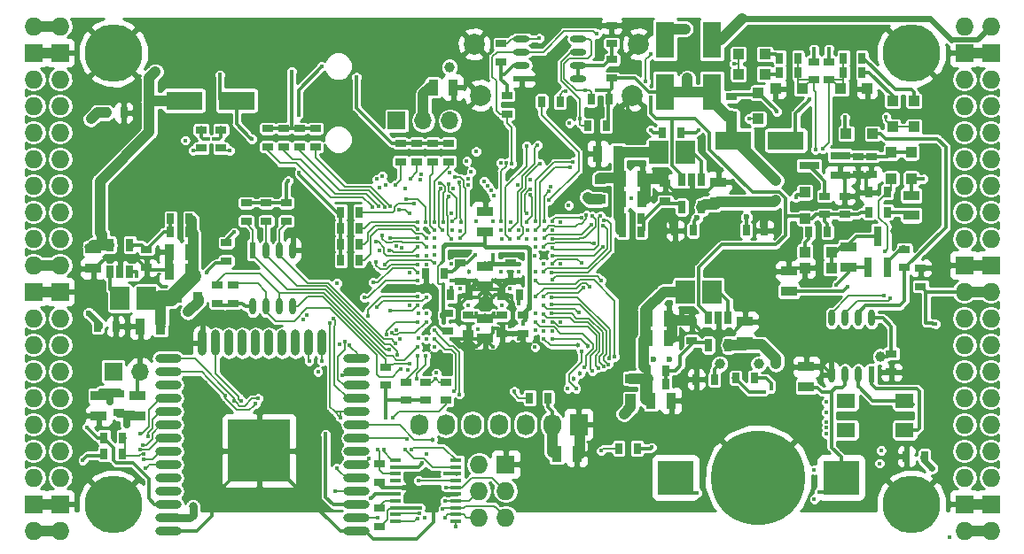
<source format=gbl>
G04 #@! TF.GenerationSoftware,KiCad,Pcbnew,5.0.0-rc2-dev-unknown+dfsg1+20180318-2*
G04 #@! TF.CreationDate,2018-05-19T20:02:20+02:00*
G04 #@! TF.ProjectId,ulx3s,756C7833732E6B696361645F70636200,rev?*
G04 #@! TF.SameCoordinates,Original*
G04 #@! TF.FileFunction,Copper,L4,Bot,Signal*
G04 #@! TF.FilePolarity,Positive*
%FSLAX46Y46*%
G04 Gerber Fmt 4.6, Leading zero omitted, Abs format (unit mm)*
G04 Created by KiCad (PCBNEW 5.0.0-rc2-dev-unknown+dfsg1+20180318-2) date Sat May 19 20:02:20 2018*
%MOMM*%
%LPD*%
G01*
G04 APERTURE LIST*
%ADD10O,1.727200X1.727200*%
%ADD11R,1.727200X1.727200*%
%ADD12R,0.700000X1.200000*%
%ADD13C,5.500000*%
%ADD14R,1.000000X0.400000*%
%ADD15R,1.727200X2.032000*%
%ADD16O,1.727200X2.032000*%
%ADD17R,3.500000X3.300000*%
%ADD18C,9.000000*%
%ADD19R,0.600000X1.550000*%
%ADD20O,0.600000X1.550000*%
%ADD21R,1.550000X0.600000*%
%ADD22O,1.550000X0.600000*%
%ADD23O,2.500000X0.900000*%
%ADD24O,0.900000X2.500000*%
%ADD25R,6.000000X6.000000*%
%ADD26R,1.800000X1.400000*%
%ADD27R,0.970000X1.500000*%
%ADD28R,1.500000X0.970000*%
%ADD29R,0.670000X1.000000*%
%ADD30R,1.000000X0.670000*%
%ADD31C,2.000000*%
%ADD32R,1.825000X2.200000*%
%ADD33R,1.000000X1.000000*%
%ADD34R,0.800000X1.900000*%
%ADD35R,1.900000X0.800000*%
%ADD36R,3.500000X1.800000*%
%ADD37R,1.800000X3.500000*%
%ADD38C,0.300000*%
%ADD39R,1.000000X0.845000*%
%ADD40R,0.845000X1.000000*%
%ADD41R,1.700000X1.700000*%
%ADD42O,1.700000X1.700000*%
%ADD43C,0.400000*%
%ADD44C,0.454000*%
%ADD45C,0.600000*%
%ADD46C,1.000000*%
%ADD47C,0.800000*%
%ADD48C,0.700000*%
%ADD49C,0.300000*%
%ADD50C,0.500000*%
%ADD51C,1.000000*%
%ADD52C,0.600000*%
%ADD53C,0.400000*%
%ADD54C,0.800000*%
%ADD55C,0.700000*%
%ADD56C,0.190000*%
%ADD57C,0.200000*%
%ADD58C,1.500000*%
%ADD59C,0.127000*%
%ADD60C,0.180000*%
%ADD61C,1.200000*%
%ADD62C,0.254000*%
G04 APERTURE END LIST*
D10*
X97910000Y-62690000D03*
X95370000Y-62690000D03*
D11*
X97910000Y-65230000D03*
X95370000Y-65230000D03*
D10*
X97910000Y-67770000D03*
X95370000Y-67770000D03*
X97910000Y-70310000D03*
X95370000Y-70310000D03*
X97910000Y-72850000D03*
X95370000Y-72850000D03*
X97910000Y-75390000D03*
X95370000Y-75390000D03*
X97910000Y-77930000D03*
X95370000Y-77930000D03*
X97910000Y-80470000D03*
X95370000Y-80470000D03*
X97910000Y-83010000D03*
X95370000Y-83010000D03*
X97910000Y-85550000D03*
X95370000Y-85550000D03*
D11*
X97910000Y-88090000D03*
X95370000Y-88090000D03*
D10*
X97910000Y-90630000D03*
X95370000Y-90630000D03*
X97910000Y-93170000D03*
X95370000Y-93170000D03*
X97910000Y-95710000D03*
X95370000Y-95710000D03*
X97910000Y-98250000D03*
X95370000Y-98250000D03*
X97910000Y-100790000D03*
X95370000Y-100790000D03*
X97910000Y-103330000D03*
X95370000Y-103330000D03*
X97910000Y-105870000D03*
X95370000Y-105870000D03*
D11*
X97910000Y-108410000D03*
X95370000Y-108410000D03*
D10*
X97910000Y-110950000D03*
X95370000Y-110950000D03*
D12*
X159825000Y-90600000D03*
X160775000Y-90600000D03*
X161725000Y-90600000D03*
X161725000Y-93200000D03*
X159825000Y-93200000D03*
X104575000Y-86215000D03*
X103625000Y-86215000D03*
X102675000Y-86215000D03*
X102675000Y-83615000D03*
X104575000Y-83615000D03*
X157285000Y-77392000D03*
X158235000Y-77392000D03*
X159185000Y-77392000D03*
X159185000Y-79992000D03*
X157285000Y-79992000D03*
D10*
X184270000Y-110950000D03*
X186810000Y-110950000D03*
D11*
X184270000Y-108410000D03*
X186810000Y-108410000D03*
D10*
X184270000Y-105870000D03*
X186810000Y-105870000D03*
X184270000Y-103330000D03*
X186810000Y-103330000D03*
X184270000Y-100790000D03*
X186810000Y-100790000D03*
X184270000Y-98250000D03*
X186810000Y-98250000D03*
X184270000Y-95710000D03*
X186810000Y-95710000D03*
X184270000Y-93170000D03*
X186810000Y-93170000D03*
X184270000Y-90630000D03*
X186810000Y-90630000D03*
X184270000Y-88090000D03*
X186810000Y-88090000D03*
D11*
X184270000Y-85550000D03*
X186810000Y-85550000D03*
D10*
X184270000Y-83010000D03*
X186810000Y-83010000D03*
X184270000Y-80470000D03*
X186810000Y-80470000D03*
X184270000Y-77930000D03*
X186810000Y-77930000D03*
X184270000Y-75390000D03*
X186810000Y-75390000D03*
X184270000Y-72850000D03*
X186810000Y-72850000D03*
X184270000Y-70310000D03*
X186810000Y-70310000D03*
X184270000Y-67770000D03*
X186810000Y-67770000D03*
D11*
X184270000Y-65230000D03*
X186810000Y-65230000D03*
D10*
X184270000Y-62690000D03*
X186810000Y-62690000D03*
D13*
X102990000Y-108410000D03*
X179190000Y-108410000D03*
X179190000Y-65230000D03*
X102990000Y-65230000D03*
D14*
X135735000Y-104215000D03*
X135735000Y-104865000D03*
X135735000Y-105515000D03*
X135735000Y-106165000D03*
X135735000Y-106815000D03*
X135735000Y-107465000D03*
X135735000Y-108115000D03*
X135735000Y-108765000D03*
X135735000Y-109415000D03*
X135735000Y-110065000D03*
X129935000Y-110065000D03*
X129935000Y-109415000D03*
X129935000Y-108765000D03*
X129935000Y-108115000D03*
X129935000Y-107465000D03*
X129935000Y-106815000D03*
X129935000Y-106165000D03*
X129935000Y-105515000D03*
X129935000Y-104865000D03*
X129935000Y-104215000D03*
D11*
X140455000Y-104600000D03*
D10*
X137915000Y-104600000D03*
X140455000Y-107140000D03*
X137915000Y-107140000D03*
X140455000Y-109680000D03*
X137915000Y-109680000D03*
D15*
X147440000Y-100790000D03*
D16*
X144900000Y-100790000D03*
X142360000Y-100790000D03*
X139820000Y-100790000D03*
X137280000Y-100790000D03*
X134740000Y-100790000D03*
X132200000Y-100790000D03*
D17*
X172485000Y-105870000D03*
X156685000Y-105870000D03*
D18*
X164585000Y-105870000D03*
D19*
X175395000Y-96015000D03*
D20*
X174125000Y-96015000D03*
X172855000Y-96015000D03*
X171585000Y-96015000D03*
X171585000Y-90615000D03*
X172855000Y-90615000D03*
X174125000Y-90615000D03*
X175395000Y-90615000D03*
D21*
X141980000Y-67706500D03*
D22*
X141980000Y-66436500D03*
X141980000Y-65166500D03*
X141980000Y-63896500D03*
X147380000Y-63896500D03*
X147380000Y-65166500D03*
X147380000Y-66436500D03*
X147380000Y-67706500D03*
D19*
X116325000Y-84120000D03*
D20*
X117595000Y-84120000D03*
X118865000Y-84120000D03*
X120135000Y-84120000D03*
X120135000Y-89520000D03*
X118865000Y-89520000D03*
X117595000Y-89520000D03*
X116325000Y-89520000D03*
D23*
X126230000Y-111000000D03*
X126230000Y-109730000D03*
X126230000Y-108460000D03*
X126230000Y-107190000D03*
X126230000Y-105920000D03*
X126230000Y-104650000D03*
X126230000Y-103380000D03*
X126230000Y-102110000D03*
X126230000Y-100840000D03*
X126230000Y-99570000D03*
X126230000Y-98300000D03*
X126230000Y-97030000D03*
X126230000Y-95760000D03*
X126230000Y-94490000D03*
D24*
X122945000Y-93000000D03*
X121675000Y-93000000D03*
X120405000Y-93000000D03*
X119135000Y-93000000D03*
X117865000Y-93000000D03*
X116595000Y-93000000D03*
X115325000Y-93000000D03*
X114055000Y-93000000D03*
X112785000Y-93000000D03*
X111515000Y-93000000D03*
D23*
X108230000Y-94490000D03*
X108230000Y-95760000D03*
X108230000Y-97030000D03*
X108230000Y-98300000D03*
X108230000Y-99570000D03*
X108230000Y-100840000D03*
X108230000Y-102110000D03*
X108230000Y-103380000D03*
X108230000Y-104650000D03*
X108230000Y-105920000D03*
X108230000Y-107190000D03*
X108230000Y-108460000D03*
X108230000Y-109730000D03*
X108230000Y-111000000D03*
D25*
X116930000Y-103300000D03*
D26*
X178576000Y-98522000D03*
X172976000Y-98522000D03*
X172976000Y-101322000D03*
X178576000Y-101322000D03*
D27*
X133546000Y-68550000D03*
X135456000Y-68550000D03*
D28*
X101085000Y-83960000D03*
X101085000Y-85870000D03*
D29*
X153985000Y-96910000D03*
X155735000Y-96910000D03*
D27*
X156015000Y-90630000D03*
X154105000Y-90630000D03*
X154105000Y-92535000D03*
X156015000Y-92535000D03*
D28*
X163315000Y-90945000D03*
X163315000Y-92855000D03*
D29*
X151645000Y-82375000D03*
X153395000Y-82375000D03*
D27*
X153475000Y-79200000D03*
X151565000Y-79200000D03*
X153475000Y-77295000D03*
X151565000Y-77295000D03*
D28*
X160775000Y-79520000D03*
X160775000Y-77610000D03*
D29*
X108465000Y-81105000D03*
X110215000Y-81105000D03*
D27*
X108385000Y-84280000D03*
X110295000Y-84280000D03*
X110295000Y-86185000D03*
X108385000Y-86185000D03*
D28*
X173221000Y-83833000D03*
X173221000Y-85743000D03*
D30*
X175380000Y-76900000D03*
X175380000Y-75150000D03*
D28*
X105276000Y-99967000D03*
X105276000Y-98057000D03*
X167506000Y-88029000D03*
X167506000Y-86119000D03*
X138500000Y-90665000D03*
X138500000Y-92575000D03*
D30*
X150589600Y-64359000D03*
X150589600Y-62609000D03*
D28*
X138500000Y-82375000D03*
X138500000Y-80465000D03*
X138500000Y-87575000D03*
X138500000Y-85665000D03*
X101593000Y-99967000D03*
X101593000Y-98057000D03*
D27*
X154359000Y-98504000D03*
X156269000Y-98504000D03*
X105591000Y-91392000D03*
X107501000Y-91392000D03*
X151189000Y-74882000D03*
X149279000Y-74882000D03*
D30*
X140900000Y-87095000D03*
X140900000Y-85345000D03*
X136100000Y-87095000D03*
X136100000Y-85345000D03*
X136900000Y-92095000D03*
X136900000Y-90345000D03*
X140100000Y-90345000D03*
X140100000Y-92095000D03*
X142100000Y-92095000D03*
X142100000Y-90345000D03*
X134900000Y-90145000D03*
X134900000Y-91895000D03*
D29*
X135225000Y-88420000D03*
X136975000Y-88420000D03*
X140025000Y-88420000D03*
X141775000Y-88420000D03*
X163425000Y-82220000D03*
X165175000Y-82220000D03*
X158375000Y-82220000D03*
X156625000Y-82220000D03*
D30*
X177300000Y-94025000D03*
X177300000Y-95775000D03*
D27*
X145342000Y-103584000D03*
X147252000Y-103584000D03*
D29*
X103995000Y-70963000D03*
X102245000Y-70963000D03*
X103245000Y-91410000D03*
X101495000Y-91410000D03*
D30*
X180094000Y-87586000D03*
X180094000Y-85836000D03*
D29*
X180473000Y-103856000D03*
X178723000Y-103856000D03*
X158645000Y-96490000D03*
X160395000Y-96490000D03*
X132827200Y-86330000D03*
X134577200Y-86330000D03*
D28*
X169172000Y-95281000D03*
X169172000Y-97191000D03*
X179190000Y-80790000D03*
X179190000Y-78880000D03*
D31*
X152546000Y-69312000D03*
X138046000Y-69312000D03*
X153146000Y-64412000D03*
X137446000Y-64412000D03*
D32*
X157582500Y-88090000D03*
X160157500Y-88090000D03*
X103607500Y-88725000D03*
X106182500Y-88725000D03*
X157617500Y-74755000D03*
X155042500Y-74755000D03*
D33*
X169050000Y-84280000D03*
X171550000Y-84280000D03*
X169030000Y-78585000D03*
X169030000Y-81085000D03*
X171550000Y-85804000D03*
X169050000Y-85804000D03*
X179190000Y-74775000D03*
X179190000Y-77275000D03*
X177285000Y-77275000D03*
X177285000Y-74775000D03*
X172987000Y-72977000D03*
X175487000Y-72977000D03*
X164585000Y-69060000D03*
X164585000Y-71560000D03*
X168756000Y-68659000D03*
X166256000Y-68659000D03*
X174979000Y-68659000D03*
X172479000Y-68659000D03*
X165200000Y-67262000D03*
X162700000Y-67262000D03*
X162700000Y-65357000D03*
X165200000Y-65357000D03*
X177412000Y-72322000D03*
X177412000Y-69822000D03*
X179444000Y-69822000D03*
X179444000Y-72322000D03*
D34*
X176015000Y-82780000D03*
X175065000Y-85780000D03*
X176965000Y-85780000D03*
D35*
X172435000Y-75075000D03*
X172435000Y-76975000D03*
X169435000Y-76025000D03*
D36*
X114761000Y-69802000D03*
X109761000Y-69802000D03*
X167212000Y-73612000D03*
X162212000Y-73612000D03*
D37*
X155695000Y-69000000D03*
X155695000Y-64000000D03*
X160140000Y-69000000D03*
X160140000Y-64000000D03*
D38*
X182888000Y-111603000D03*
D30*
X113277000Y-74360000D03*
X113277000Y-72610000D03*
X111372000Y-72610000D03*
X111372000Y-74360000D03*
D29*
X155455000Y-72850000D03*
X157205000Y-72850000D03*
D30*
X171316000Y-66090000D03*
X171316000Y-67840000D03*
X169919000Y-67840000D03*
X169919000Y-66090000D03*
D29*
X174477000Y-65738000D03*
X172727000Y-65738000D03*
D30*
X128390000Y-106321000D03*
X128390000Y-104571000D03*
X117722000Y-72483000D03*
X117722000Y-74233000D03*
X119246000Y-74233000D03*
X119246000Y-72483000D03*
X120770000Y-72483000D03*
X120770000Y-74233000D03*
X122294000Y-74233000D03*
X122294000Y-72483000D03*
D29*
X145655000Y-69900000D03*
X143905000Y-69900000D03*
D39*
X152393000Y-96398500D03*
X152393000Y-98323500D03*
D40*
X111064500Y-88598000D03*
X109139500Y-88598000D03*
D39*
X149472000Y-77348500D03*
X149472000Y-79273500D03*
D41*
X102990000Y-95710000D03*
D42*
X105530000Y-95710000D03*
D41*
X130056000Y-71725000D03*
D42*
X132596000Y-71725000D03*
X135136000Y-71725000D03*
D29*
X166631000Y-65738000D03*
X168381000Y-65738000D03*
X124721000Y-85060000D03*
X126471000Y-85060000D03*
X126471000Y-83536000D03*
X124721000Y-83536000D03*
X126471000Y-82012000D03*
X124721000Y-82012000D03*
X124721000Y-80470000D03*
X126471000Y-80470000D03*
D30*
X130422000Y-73898000D03*
X130422000Y-75648000D03*
X131961000Y-75648000D03*
X131961000Y-73898000D03*
X133485000Y-73898000D03*
X133485000Y-75648000D03*
X135009000Y-75648000D03*
X135009000Y-73898000D03*
X113785000Y-83405000D03*
X113785000Y-85155000D03*
D29*
X151264000Y-103076000D03*
X153014000Y-103076000D03*
X164190000Y-96345000D03*
X162440000Y-96345000D03*
D30*
X178555000Y-85790000D03*
X178555000Y-84040000D03*
X112896000Y-89219000D03*
X112896000Y-87469000D03*
X170935000Y-80710000D03*
X170935000Y-78960000D03*
D29*
X103865000Y-102060000D03*
X102115000Y-102060000D03*
D30*
X114420000Y-89219000D03*
X114420000Y-87469000D03*
D29*
X171175000Y-82375000D03*
X169425000Y-82375000D03*
D30*
X172840000Y-80710000D03*
X172840000Y-78960000D03*
X162045000Y-69435000D03*
X162045000Y-71185000D03*
D29*
X175140000Y-80470000D03*
X176890000Y-80470000D03*
D30*
X174110000Y-75150000D03*
X174110000Y-76900000D03*
X128390000Y-110555000D03*
X128390000Y-108805000D03*
X119500000Y-79595000D03*
X119500000Y-81345000D03*
D29*
X176890000Y-78565000D03*
X175140000Y-78565000D03*
D30*
X140025500Y-66105000D03*
X140025500Y-64355000D03*
X140597000Y-71076000D03*
X140597000Y-69326000D03*
X150615000Y-65897000D03*
X150615000Y-67647000D03*
D29*
X150050000Y-72215000D03*
X148300000Y-72215000D03*
X150362000Y-69693000D03*
X148612000Y-69693000D03*
D30*
X129025000Y-95300000D03*
X129025000Y-97050000D03*
X117595000Y-79595000D03*
X117595000Y-81345000D03*
X115690000Y-81345000D03*
X115690000Y-79595000D03*
D29*
X142755000Y-98250000D03*
X144505000Y-98250000D03*
D30*
X132835000Y-98490000D03*
X132835000Y-96740000D03*
X130930000Y-96740000D03*
X130930000Y-98490000D03*
D29*
X103865000Y-103600000D03*
X102115000Y-103600000D03*
D30*
X103498000Y-99633000D03*
X103498000Y-97883000D03*
X134740000Y-96740000D03*
X134740000Y-98490000D03*
D29*
X166631000Y-67135000D03*
X168381000Y-67135000D03*
X172725000Y-67120000D03*
X174475000Y-67120000D03*
X155735000Y-95640000D03*
X153985000Y-95640000D03*
X108465000Y-82375000D03*
X110215000Y-82375000D03*
X153395000Y-81105000D03*
X151645000Y-81105000D03*
D30*
X158235000Y-91025000D03*
X158235000Y-92775000D03*
X106165000Y-85790000D03*
X106165000Y-84040000D03*
X155695000Y-77690000D03*
X155695000Y-79440000D03*
D43*
X124632693Y-93120351D03*
X141742847Y-69038361D03*
X152408000Y-72169500D03*
X138480000Y-92600000D03*
X140080000Y-92600000D03*
X135280000Y-87000000D03*
X145687392Y-90996646D03*
D44*
X141675979Y-86986521D03*
D43*
X140876932Y-84552536D03*
X132882184Y-84635369D03*
X132879996Y-82103336D03*
X140922639Y-81447441D03*
X177287984Y-96778661D03*
D45*
X152510125Y-81695229D03*
D43*
X131264297Y-86227110D03*
X173856000Y-71538990D03*
D46*
X164947008Y-63194069D03*
X175494572Y-64322557D03*
D43*
X135342764Y-89381630D03*
X144103496Y-84660400D03*
D46*
X177658444Y-82281349D03*
D43*
X145680000Y-81405125D03*
X145691238Y-94166752D03*
D46*
X162956098Y-95078488D03*
X158539988Y-94868772D03*
D45*
X161075765Y-80992022D03*
X164882869Y-80938986D03*
X156262773Y-81349374D03*
D43*
X149169500Y-68867500D03*
D45*
X123437000Y-108972000D03*
D43*
X135281276Y-80583119D03*
X131279502Y-89407325D03*
X170309539Y-85441529D03*
X145672808Y-85396062D03*
X133216000Y-107465000D03*
X137680000Y-88600000D03*
X142480000Y-95000000D03*
X141680000Y-92600000D03*
X135284627Y-94985297D03*
X135288625Y-94225619D03*
X134455822Y-94267172D03*
X136095958Y-93369652D03*
D44*
X139264636Y-91615205D03*
D46*
X116880503Y-64802940D03*
X106974809Y-64953974D03*
D43*
X140874194Y-91433353D03*
X142480000Y-94200000D03*
X140880000Y-93400000D03*
X139280000Y-93400000D03*
X137680000Y-93400000D03*
X136880000Y-92600000D03*
X135280000Y-92600000D03*
X132880000Y-91800000D03*
X132880000Y-93400000D03*
D44*
X139280000Y-87000000D03*
X137680000Y-87000000D03*
X136080000Y-84600000D03*
X139280000Y-88600000D03*
D46*
X166275426Y-77459534D03*
X107021491Y-67043629D03*
D43*
X172047074Y-87438453D03*
D46*
X166255545Y-79350736D03*
X157807568Y-67669269D03*
X101707889Y-82423180D03*
X166284693Y-95025145D03*
X157600000Y-62944000D03*
D43*
X119692151Y-77494120D03*
X135263000Y-87727000D03*
X141740000Y-89250994D03*
D45*
X156091000Y-94585000D03*
D43*
X140032430Y-67286930D03*
X137803000Y-91664000D03*
D45*
X181155918Y-104980708D03*
D43*
X171089123Y-98665996D03*
X171089123Y-99619659D03*
D46*
X135105588Y-66616618D03*
D43*
X181491000Y-91156000D03*
X113660608Y-89375718D03*
D46*
X148268387Y-79050018D03*
D43*
X158870000Y-72596000D03*
X114513935Y-82409431D03*
X109840000Y-73620000D03*
X132110753Y-92527478D03*
X165803369Y-97344883D03*
D46*
X160905403Y-95006436D03*
D45*
X158731133Y-81048929D03*
X154593901Y-94607945D03*
D46*
X164625730Y-94982471D03*
D45*
X163462982Y-80942429D03*
D46*
X176254940Y-94288458D03*
D47*
X110593913Y-108636458D03*
D43*
X180340784Y-77316932D03*
X173137949Y-87594275D03*
D48*
X102710050Y-98594954D03*
D43*
X129005202Y-100174798D03*
X176305593Y-103279812D03*
X100080000Y-104200000D03*
X139272517Y-84611349D03*
X141680000Y-86200000D03*
X132880000Y-92600000D03*
X141680000Y-85400000D03*
X130019546Y-91732979D03*
X121431221Y-90311593D03*
X130384540Y-92584728D03*
X121088335Y-90753785D03*
X146394787Y-97333919D03*
X143300000Y-86220000D03*
X144891603Y-91881937D03*
X147175985Y-97333919D03*
X147700000Y-93820000D03*
X142107219Y-91201016D03*
D46*
X110128890Y-90028152D03*
D43*
X142480000Y-83800000D03*
X134480000Y-83800000D03*
X134480000Y-91000000D03*
X154313000Y-69502500D03*
X120664983Y-71227362D03*
X122926177Y-66532317D03*
X105245010Y-86595559D03*
X169517039Y-69686488D03*
X170411010Y-107286196D03*
X158716651Y-107325176D03*
X136050273Y-97914229D03*
X128216338Y-109760338D03*
X132708000Y-109680000D03*
X134750646Y-106810513D03*
X133680000Y-91800000D03*
X135517000Y-97633000D03*
X134675868Y-108131585D03*
D44*
X133449289Y-102232615D03*
D43*
X133680000Y-92600000D03*
X132928488Y-103601340D03*
X127419091Y-104077728D03*
X133685482Y-93402296D03*
X134463998Y-108841973D03*
X131986331Y-96404793D03*
X131039072Y-102187000D03*
X134636872Y-109719950D03*
X132846234Y-94197073D03*
X176700000Y-84220000D03*
X143260000Y-84620000D03*
X120739932Y-76694083D03*
X126204504Y-67585368D03*
X148090000Y-68867500D03*
X147582000Y-71534498D03*
X127810351Y-87182069D03*
X121687479Y-94718249D03*
X132083026Y-86260405D03*
X116569594Y-98828850D03*
X113700000Y-98020000D03*
X122932649Y-94724357D03*
X124849021Y-96102869D03*
X122527919Y-95725900D03*
X113157250Y-67343629D03*
X116198000Y-73474420D03*
X127586603Y-107875044D03*
X146233418Y-68946082D03*
X131453853Y-103208291D03*
X149787294Y-81774991D03*
X144080000Y-86200000D03*
X149553145Y-86989440D03*
X144894316Y-86977564D03*
X144896700Y-83863953D03*
X149527221Y-80838006D03*
D44*
X147343891Y-93217126D03*
D43*
X144113248Y-92588762D03*
X149853189Y-81252115D03*
X144875155Y-86292748D03*
X144916886Y-83019942D03*
X148696112Y-80861847D03*
D44*
X148349010Y-93322307D03*
D43*
X144882352Y-92577990D03*
X144902941Y-91037926D03*
X148747982Y-95669626D03*
X144867244Y-90193915D03*
X149795895Y-95251084D03*
X144856756Y-89349904D03*
X150278898Y-95040253D03*
X150345974Y-94517527D03*
X144877648Y-88622010D03*
X150889207Y-94332565D03*
X143280000Y-87000000D03*
X129972715Y-93035096D03*
X131084713Y-95564177D03*
X130422000Y-95456000D03*
X131316164Y-94959140D03*
X130123373Y-94122671D03*
X132031990Y-93400000D03*
X129362027Y-93645784D03*
X141280657Y-97642010D03*
X133852393Y-95875797D03*
X133762848Y-96395146D03*
X132080000Y-94200000D03*
X128452683Y-84116867D03*
X105890482Y-103613569D03*
X129449238Y-89937935D03*
X130839477Y-103208987D03*
X132075624Y-89410644D03*
X128806823Y-103185900D03*
X128136791Y-89611518D03*
X132162861Y-106185868D03*
X132880000Y-88600000D03*
X126970181Y-88659309D03*
X124322162Y-105002357D03*
X132080000Y-87000000D03*
X125525099Y-93236764D03*
X124202418Y-107207639D03*
X110599084Y-74589383D03*
X132024412Y-109766775D03*
X114104080Y-74612196D03*
X132219727Y-109277292D03*
X115190634Y-98572389D03*
X131677570Y-79697994D03*
X132088008Y-81408008D03*
X132079995Y-82103334D03*
X132872609Y-82947347D03*
X133664491Y-81414685D03*
X133648389Y-82190597D03*
X131353451Y-77264702D03*
X129920953Y-77910818D03*
X129568570Y-92005655D03*
X132880000Y-91000000D03*
X129055731Y-92162718D03*
X132077338Y-91002010D03*
X131265176Y-80621782D03*
X130272149Y-80238214D03*
X128091794Y-85277024D03*
X132089786Y-85479378D03*
X146565997Y-71979003D03*
X134250176Y-78253806D03*
X163703220Y-71542164D03*
X134433979Y-82180155D03*
X135656559Y-110610712D03*
X149577281Y-103320847D03*
X132468001Y-104503413D03*
D48*
X104260000Y-100790000D03*
D43*
X114560994Y-98539563D03*
X116800000Y-98320000D03*
X111895217Y-86253790D03*
X169934000Y-107920000D03*
X169934000Y-105126000D03*
X165170594Y-97666317D03*
X170026483Y-74485017D03*
X142571021Y-82204353D03*
X143287402Y-83042010D03*
X154425580Y-102987766D03*
X168166438Y-79108038D03*
X112614274Y-73474420D03*
X112074854Y-73474420D03*
X176185734Y-104520755D03*
X143269694Y-93414905D03*
X171089123Y-101653244D03*
X143280000Y-91800000D03*
X171089123Y-101086833D03*
X144064831Y-91877646D03*
X171089123Y-100559822D03*
X144080000Y-90956495D03*
X135315381Y-82193851D03*
X135414395Y-78229653D03*
X135129679Y-76730134D03*
X136124555Y-82260038D03*
X135587699Y-77140701D03*
X136080000Y-83000000D03*
X142785835Y-77341923D03*
X170739071Y-74406366D03*
X142460000Y-83020000D03*
X143280000Y-83800000D03*
X169919000Y-64849000D03*
X171316000Y-64849000D03*
X125110333Y-92897638D03*
X182888000Y-111603000D03*
X124361185Y-87274371D03*
X124361184Y-87274370D03*
X172853718Y-71407275D03*
X166353476Y-70835462D03*
X123273881Y-101715917D03*
X129660000Y-100155000D03*
X128247798Y-103208979D03*
X127301115Y-90454353D03*
X132084049Y-88558274D03*
X120008000Y-67008000D03*
X129437600Y-79946788D03*
X133680000Y-83000000D03*
X128908575Y-79985477D03*
X133680000Y-83800000D03*
X128328791Y-79953099D03*
X130487935Y-83869856D03*
X133623139Y-85366416D03*
X127749884Y-79991140D03*
X128913013Y-85505853D03*
X129992018Y-83691508D03*
X136080000Y-87800000D03*
X137624890Y-90122896D03*
X139322319Y-90164039D03*
X140080000Y-89400000D03*
X136880000Y-89400000D03*
X140896226Y-87816226D03*
D44*
X136938110Y-86196311D03*
D43*
X140014602Y-86192969D03*
D46*
X151758000Y-99774000D03*
D43*
X135021320Y-79024950D03*
X135280000Y-83022010D03*
X154298000Y-72596000D03*
X100450000Y-101044000D03*
X132285867Y-108754446D03*
X134707351Y-105508447D03*
X139280000Y-81400000D03*
X139314656Y-78918689D03*
X139039938Y-78419090D03*
X138722927Y-77981589D03*
X138405916Y-77551542D03*
X137625200Y-74696800D03*
X137680000Y-81400000D03*
X136742593Y-75579407D03*
X137174375Y-76624866D03*
X136863200Y-77287600D03*
X136894606Y-77861070D03*
X136048819Y-77645502D03*
X136233339Y-81437235D03*
X135359567Y-81395445D03*
X135034780Y-77831198D03*
X134508502Y-81406751D03*
X134177298Y-77721089D03*
D44*
X146942280Y-96452058D03*
X147534467Y-95913260D03*
D43*
X147928857Y-95339016D03*
X143322010Y-91000657D03*
X149284391Y-95377990D03*
X144077013Y-90266968D03*
X147430953Y-90112484D03*
X144076240Y-89395301D03*
X143322010Y-90201951D03*
X147910791Y-87683418D03*
X144082832Y-88584510D03*
X148483539Y-87623462D03*
X143322010Y-88595030D03*
X144102010Y-85397219D03*
X144889349Y-85448737D03*
X147687390Y-85374093D03*
X144912409Y-84657964D03*
X149732494Y-83807694D03*
X148921512Y-83442010D03*
X144103186Y-83777990D03*
X144131413Y-83000000D03*
X148610661Y-81705858D03*
X144888125Y-82175931D03*
X144176662Y-82199998D03*
X148175253Y-80781550D03*
X144887777Y-81331919D03*
X147688311Y-80983115D03*
X142450323Y-81420000D03*
X142811300Y-78846033D03*
X142784407Y-78283067D03*
X142460000Y-80620000D03*
X144138346Y-81383767D03*
X144606344Y-78517346D03*
X144791531Y-78023942D03*
X146587441Y-76174058D03*
X143332651Y-82197990D03*
X146909804Y-75707894D03*
X143294334Y-81377293D03*
X143708879Y-75817300D03*
X141727010Y-82998875D03*
X141727010Y-82194937D03*
X140028978Y-82200000D03*
X141624813Y-77914503D03*
X142436989Y-74138000D03*
X140861329Y-83041266D03*
X143518000Y-74074500D03*
X140872990Y-82177164D03*
X132309031Y-77342560D03*
X132428734Y-76829323D03*
X128644933Y-77015661D03*
X128152012Y-77332672D03*
X128446805Y-78179514D03*
X128961752Y-77878818D03*
X130878594Y-78253288D03*
X132820479Y-81400981D03*
X130952639Y-79249008D03*
X129458086Y-83004065D03*
X132079024Y-82947345D03*
X105572759Y-101661319D03*
X132881746Y-83791358D03*
X128691780Y-82737217D03*
X106276126Y-101893466D03*
X105840996Y-102767214D03*
X129302562Y-84153497D03*
X132083682Y-83791356D03*
X128062071Y-83328884D03*
X105553144Y-103208669D03*
X132092886Y-84635367D03*
X105847765Y-104138847D03*
X133671942Y-84595200D03*
X132896883Y-85469380D03*
X106088753Y-104974041D03*
X123709657Y-91064721D03*
X124707442Y-100126977D03*
X132900000Y-90180000D03*
X124015020Y-90635192D03*
X132100000Y-90157990D03*
X139992737Y-75748003D03*
X162271466Y-66284958D03*
X140028978Y-81400000D03*
X140517734Y-75793988D03*
X176797084Y-71341791D03*
X154313000Y-65375000D03*
X153805000Y-67996270D03*
X176605426Y-88507160D03*
X152497066Y-79193467D03*
X146481406Y-79819384D03*
X143650666Y-63862520D03*
X177211069Y-88764025D03*
X141042112Y-75846610D03*
X140060000Y-83020000D03*
X149134122Y-63424051D03*
X144606344Y-79361357D03*
D46*
X100855891Y-71574861D03*
D43*
X135280000Y-85400000D03*
D45*
X100652119Y-90162239D03*
D43*
X137550785Y-84577294D03*
X135280000Y-86200000D03*
D49*
X152154000Y-69704000D02*
X152154000Y-70610213D01*
X152154000Y-70610213D02*
X152408000Y-70864213D01*
X152408000Y-70864213D02*
X152408000Y-72169500D01*
X152903398Y-83282000D02*
X152510125Y-82888727D01*
X154588000Y-83282000D02*
X152903398Y-83282000D01*
X152510125Y-82888727D02*
X152510125Y-82119493D01*
X155650000Y-82220000D02*
X154588000Y-83282000D01*
X156262773Y-81349374D02*
X156262773Y-81932773D01*
X156550000Y-82220000D02*
X155650000Y-82220000D01*
X156262773Y-81932773D02*
X156550000Y-82220000D01*
X152510125Y-82119493D02*
X152510125Y-81695229D01*
X169172000Y-95193500D02*
X170763500Y-95193500D01*
X170763500Y-95193500D02*
X171585000Y-96015000D01*
D50*
X136188509Y-87050148D02*
X136609374Y-87050148D01*
X136609374Y-87050148D02*
X136850000Y-87290774D01*
X136850000Y-87290774D02*
X136850000Y-88027041D01*
D49*
X135280000Y-87000000D02*
X136070000Y-87000000D01*
X136070000Y-87000000D02*
X136100000Y-86970000D01*
X141662500Y-87000000D02*
X141675979Y-86986521D01*
X139280000Y-87000000D02*
X141662500Y-87000000D01*
X141354953Y-86986521D02*
X141675979Y-86986521D01*
X140773938Y-86994997D02*
X140782414Y-86986521D01*
X140782414Y-86986521D02*
X141354953Y-86986521D01*
X133680000Y-91000000D02*
X132880000Y-91800000D01*
X134450000Y-91770000D02*
X133680000Y-91000000D01*
X134900000Y-91770000D02*
X134450000Y-91770000D01*
X177300000Y-95850000D02*
X177300000Y-96766645D01*
X177300000Y-96766645D02*
X177287984Y-96778661D01*
X139163860Y-75537864D02*
X137472985Y-77228739D01*
X139163860Y-73733860D02*
X139163860Y-75537864D01*
X137472985Y-77228739D02*
X137472985Y-78092985D01*
X137680000Y-71550000D02*
X137680000Y-72250000D01*
X137680000Y-72250000D02*
X139163860Y-73733860D01*
X138500000Y-79120000D02*
X138500000Y-80170000D01*
X137472985Y-78092985D02*
X138500000Y-79120000D01*
X105276000Y-97762000D02*
X105276000Y-95964000D01*
X105276000Y-95964000D02*
X105530000Y-95710000D01*
X138500000Y-87870000D02*
X137137029Y-87870000D01*
X137137029Y-87870000D02*
X136979988Y-88027041D01*
X136979988Y-88027041D02*
X136850000Y-88027041D01*
X140150000Y-88420000D02*
X140150000Y-87836000D01*
X140150000Y-87836000D02*
X140150000Y-87618935D01*
X138500000Y-87870000D02*
X140116000Y-87870000D01*
X140116000Y-87870000D02*
X140150000Y-87836000D01*
X139280000Y-88600000D02*
X139230000Y-88600000D01*
X139230000Y-88600000D02*
X138500000Y-87870000D01*
X137680000Y-88600000D02*
X137770000Y-88600000D01*
X137770000Y-88600000D02*
X138500000Y-87870000D01*
D51*
X147547000Y-103584000D02*
X147547000Y-100897000D01*
D49*
X147547000Y-100897000D02*
X147440000Y-100790000D01*
X175494572Y-64322557D02*
X166075496Y-64322557D01*
X166075496Y-64322557D02*
X165447007Y-63694068D01*
X165447007Y-63694068D02*
X164947008Y-63194069D01*
X164882869Y-80938986D02*
X164882869Y-81852869D01*
X164882869Y-81852869D02*
X165250000Y-82220000D01*
X139264636Y-91615205D02*
X139745205Y-91615205D01*
X139745205Y-91615205D02*
X140100000Y-91970000D01*
D50*
X140150000Y-88420000D02*
X140150000Y-87606614D01*
X140150000Y-87606614D02*
X139543386Y-87000000D01*
D49*
X139543386Y-87000000D02*
X139280000Y-87000000D01*
D50*
X140150000Y-87618935D02*
X140773938Y-86994997D01*
D49*
X137680000Y-87000000D02*
X137680000Y-87050000D01*
X137680000Y-87050000D02*
X138500000Y-87870000D01*
X139280000Y-87000000D02*
X139280000Y-87090000D01*
X139280000Y-87090000D02*
X138500000Y-87870000D01*
X140150000Y-88420000D02*
X141150000Y-89420000D01*
X140150000Y-88420000D02*
X139460000Y-88420000D01*
X139460000Y-88420000D02*
X139280000Y-88600000D01*
X137680000Y-87000000D02*
X137680000Y-87298789D01*
D50*
X137680000Y-87298789D02*
X136850000Y-88128789D01*
D49*
X136850000Y-88128789D02*
X136850000Y-88420000D01*
X136110990Y-86995403D02*
X136110990Y-87288031D01*
X136850000Y-88027041D02*
X136850000Y-88420000D01*
X136110990Y-86995403D02*
X137675403Y-86995403D01*
X137675403Y-86995403D02*
X137680000Y-87000000D01*
X135850000Y-90220000D02*
X135850000Y-89545000D01*
X135850000Y-89545000D02*
X136795000Y-88600000D01*
X136795000Y-88600000D02*
X137397158Y-88600000D01*
X137397158Y-88600000D02*
X137680000Y-88600000D01*
X173236000Y-86249527D02*
X173236000Y-85758000D01*
X172047074Y-87438453D02*
X173236000Y-86249527D01*
X173236000Y-85758000D02*
X173221000Y-85743000D01*
X173221000Y-85743000D02*
X175028000Y-85743000D01*
X175028000Y-85743000D02*
X175065000Y-85780000D01*
D51*
X166245264Y-79350736D02*
X166076000Y-79520000D01*
X166255545Y-79350736D02*
X166245264Y-79350736D01*
X166076000Y-79520000D02*
X160775000Y-79520000D01*
D49*
X160742000Y-79520000D02*
X160536000Y-79726000D01*
X160775000Y-79520000D02*
X160742000Y-79520000D01*
D51*
X160536000Y-79726000D02*
X159451000Y-79726000D01*
X159451000Y-79726000D02*
X159185000Y-79992000D01*
D49*
X150249000Y-69806000D02*
X150249000Y-72016000D01*
X150249000Y-72016000D02*
X150050000Y-72215000D01*
X150362000Y-69693000D02*
X150249000Y-69806000D01*
X150615000Y-67647000D02*
X152770962Y-67647000D01*
X152770962Y-67647000D02*
X154123962Y-69000000D01*
X150362000Y-68881500D02*
X150615000Y-68628500D01*
X150615000Y-68628500D02*
X150615000Y-67647000D01*
X154123962Y-69000000D02*
X155695000Y-69000000D01*
X149452342Y-68867500D02*
X150376000Y-68867500D01*
X150362000Y-68881500D02*
X150376000Y-68867500D01*
X150362000Y-69693000D02*
X150362000Y-68881500D01*
X149169500Y-68867500D02*
X149452342Y-68867500D01*
X133415999Y-107664999D02*
X133216000Y-107465000D01*
X133612013Y-107861013D02*
X133415999Y-107664999D01*
X131991648Y-111780338D02*
X133612013Y-110159973D01*
X127810434Y-111780338D02*
X131991648Y-111780338D01*
X133612013Y-110159973D02*
X133612013Y-107861013D01*
X127060434Y-111030338D02*
X127810434Y-111780338D01*
X126260434Y-111030338D02*
X127060434Y-111030338D01*
D51*
X184270000Y-108410000D02*
X186810000Y-108410000D01*
X184270000Y-85550000D02*
X186810000Y-85550000D01*
X184270000Y-65230000D02*
X186810000Y-65230000D01*
X95370000Y-65230000D02*
X97910000Y-65230000D01*
X95370000Y-88090000D02*
X97910000Y-88090000D01*
X95370000Y-108410000D02*
X97910000Y-108410000D01*
D49*
X108260434Y-111030338D02*
X109060434Y-111030338D01*
X109060434Y-111030338D02*
X109140772Y-110950000D01*
X110957617Y-110950000D02*
X112380000Y-109527617D01*
X109140772Y-110950000D02*
X110957617Y-110950000D01*
X112380000Y-109527617D02*
X112380000Y-107854384D01*
X112380000Y-107854384D02*
X116904046Y-103330338D01*
X116904046Y-103330338D02*
X116960434Y-103330338D01*
X167506000Y-85824000D02*
X169927068Y-85824000D01*
X169927068Y-85824000D02*
X170109540Y-85641528D01*
X170109540Y-85641528D02*
X170309539Y-85441529D01*
X133216000Y-107465000D02*
X132214478Y-107465000D01*
X135735000Y-107465000D02*
X133216000Y-107465000D01*
X132214478Y-107465000D02*
X131572496Y-106823018D01*
X131572496Y-106823018D02*
X129919874Y-106823018D01*
X126260434Y-111030338D02*
X124660659Y-111030338D01*
X124660659Y-111030338D02*
X116960659Y-103330338D01*
X116960659Y-103330338D02*
X116960434Y-103330338D01*
X129935000Y-106815000D02*
X128659000Y-106815000D01*
X128659000Y-106815000D02*
X128390000Y-106546000D01*
X128390000Y-106546000D02*
X128558000Y-106546000D01*
X136126306Y-93400000D02*
X136095958Y-93369652D01*
X136880000Y-92600000D02*
X136110348Y-93369652D01*
X136049652Y-93369652D02*
X136095958Y-93369652D01*
X137680000Y-93400000D02*
X136126306Y-93400000D01*
X135280000Y-92600000D02*
X136049652Y-93369652D01*
X136110348Y-93369652D02*
X136095958Y-93369652D01*
X139264636Y-92054364D02*
X139264636Y-91936231D01*
X139264636Y-91936231D02*
X139264636Y-91615205D01*
X138550000Y-92769000D02*
X139264636Y-92054364D01*
X136880000Y-92600000D02*
X137680000Y-93400000D01*
X136880000Y-92600000D02*
X138381000Y-92600000D01*
X138381000Y-92600000D02*
X138550000Y-92769000D01*
X135280000Y-92600000D02*
X136880000Y-92600000D01*
X138550000Y-92769000D02*
X138649000Y-92769000D01*
X138649000Y-92769000D02*
X139280000Y-93400000D01*
X138550000Y-92769000D02*
X138311000Y-92769000D01*
X138311000Y-92769000D02*
X137680000Y-93400000D01*
X102210000Y-84915000D02*
X103625000Y-84915000D01*
X103625000Y-84915000D02*
X105215000Y-84915000D01*
X103625000Y-86215000D02*
X103625000Y-84915000D01*
X105215000Y-84915000D02*
X106165000Y-85865000D01*
X106165000Y-85865000D02*
X106165000Y-86015000D01*
X101085000Y-86165000D02*
X101085000Y-86040000D01*
X101085000Y-86040000D02*
X102210000Y-84915000D01*
X106165000Y-86015000D02*
X107920000Y-86015000D01*
X107920000Y-86015000D02*
X108090000Y-86185000D01*
D51*
X153770000Y-77295000D02*
X155525000Y-77295000D01*
D49*
X155525000Y-77295000D02*
X155695000Y-77465000D01*
D51*
X153770000Y-79200000D02*
X153770000Y-77295000D01*
D49*
X174110000Y-77125000D02*
X174745000Y-77125000D01*
X174745000Y-77125000D02*
X175230000Y-77125000D01*
X174915000Y-78565000D02*
X174915000Y-77295000D01*
X174915000Y-77295000D02*
X174745000Y-77125000D01*
X172840000Y-78735000D02*
X172840000Y-77380000D01*
X172840000Y-77380000D02*
X172435000Y-76975000D01*
X175230000Y-77125000D02*
X175380000Y-76975000D01*
X172435000Y-76975000D02*
X173960000Y-76975000D01*
X173960000Y-76975000D02*
X174110000Y-77125000D01*
X159850000Y-78365000D02*
X158235000Y-78365000D01*
X158235000Y-78365000D02*
X156445000Y-78365000D01*
X158235000Y-77235000D02*
X158235000Y-78365000D01*
X160775000Y-77315000D02*
X160775000Y-77440000D01*
X160775000Y-77440000D02*
X159850000Y-78365000D01*
X156445000Y-78365000D02*
X155695000Y-77615000D01*
X155695000Y-77615000D02*
X155695000Y-77465000D01*
D51*
X156310000Y-90630000D02*
X156310000Y-92535000D01*
X158235000Y-90800000D02*
X156480000Y-90800000D01*
D49*
X156480000Y-90800000D02*
X156310000Y-90630000D01*
X163315000Y-90650000D02*
X163315000Y-90834602D01*
X163315000Y-90834602D02*
X162249602Y-91900000D01*
X162249602Y-91900000D02*
X160775000Y-91900000D01*
X101085000Y-86165000D02*
X101085000Y-85929893D01*
X106165000Y-85944374D02*
X106165000Y-86015000D01*
X159185000Y-91900000D02*
X160775000Y-91900000D01*
X160775000Y-90600000D02*
X160775000Y-91900000D01*
X158235000Y-90800000D02*
X158235000Y-90950000D01*
X158235000Y-90950000D02*
X159185000Y-91900000D01*
X108090000Y-84280000D02*
X108090000Y-86185000D01*
X108070000Y-84260000D02*
X108090000Y-84280000D01*
D51*
X162045000Y-71410000D02*
X162045000Y-73229108D01*
X162045000Y-73229108D02*
X165775427Y-76959535D01*
X165775427Y-76959535D02*
X166275426Y-77459534D01*
X106407114Y-69940886D02*
X106407114Y-67658006D01*
X106521492Y-67543628D02*
X107021491Y-67043629D01*
X106407114Y-67658006D02*
X106521492Y-67543628D01*
X106407114Y-69940886D02*
X106407114Y-72833672D01*
X106407114Y-72833672D02*
X101707889Y-77532897D01*
X101707889Y-77532897D02*
X101707889Y-81716074D01*
X101707889Y-81716074D02*
X101707889Y-82423180D01*
X162045000Y-71410000D02*
X162045000Y-71260000D01*
X155695000Y-69000000D02*
X157800000Y-69000000D01*
X157800000Y-69000000D02*
X160140000Y-69000000D01*
D49*
X157807568Y-68376375D02*
X157800000Y-68383943D01*
D51*
X157807568Y-67669269D02*
X157807568Y-68376375D01*
X157800000Y-68383943D02*
X157800000Y-69000000D01*
D49*
X101733051Y-82423180D02*
X101707889Y-82423180D01*
X101913492Y-82603621D02*
X101733051Y-82423180D01*
D51*
X166284693Y-94494693D02*
X166284693Y-95025145D01*
X164940000Y-93150000D02*
X166284693Y-94494693D01*
X163315000Y-93150000D02*
X164940000Y-93150000D01*
D49*
X101085000Y-83665000D02*
X101684316Y-83665000D01*
X101684316Y-83665000D02*
X101913492Y-83435824D01*
D51*
X101913492Y-83435824D02*
X101913492Y-82603621D01*
D49*
X160140000Y-69000000D02*
X160140000Y-69850000D01*
D51*
X160140000Y-69850000D02*
X161700000Y-71410000D01*
D49*
X110610000Y-69548000D02*
X110610000Y-69802000D01*
D51*
X109975000Y-69802000D02*
X106546000Y-69802000D01*
X106546000Y-69802000D02*
X106419000Y-69929000D01*
X106419000Y-69929000D02*
X106407114Y-69940886D01*
D49*
X106419000Y-69675000D02*
X106419000Y-69929000D01*
X100572432Y-83665000D02*
X100424079Y-83813353D01*
X101085000Y-83665000D02*
X100572432Y-83665000D01*
X160790000Y-79800000D02*
X160775000Y-79815000D01*
X164925000Y-93150000D02*
X164240000Y-93150000D01*
X164240000Y-93150000D02*
X163315000Y-93150000D01*
X101085000Y-83665000D02*
X101085000Y-83790000D01*
X160755000Y-79835000D02*
X160775000Y-79815000D01*
D51*
X161725000Y-93200000D02*
X163265000Y-93200000D01*
D49*
X163265000Y-93200000D02*
X163315000Y-93150000D01*
D51*
X101085000Y-83665000D02*
X102625000Y-83665000D01*
D49*
X102625000Y-83665000D02*
X102675000Y-83615000D01*
X161700000Y-71410000D02*
X162045000Y-71410000D01*
X162045000Y-71753000D02*
X162045000Y-71410000D01*
X155695000Y-64000000D02*
X155695000Y-63368337D01*
X155695000Y-63368337D02*
X156119337Y-62944000D01*
D51*
X156119337Y-62944000D02*
X157600000Y-62944000D01*
X160140000Y-64000000D02*
X161015414Y-64000000D01*
D52*
X163074631Y-61940783D02*
X163399217Y-61940783D01*
D51*
X161015414Y-64000000D02*
X163074631Y-61940783D01*
D52*
X163399217Y-61940783D02*
X180980783Y-61940783D01*
D50*
X185540000Y-63960000D02*
X186810000Y-62690000D01*
D52*
X180980783Y-61940783D02*
X183000000Y-63960000D01*
D50*
X183000000Y-63960000D02*
X185540000Y-63960000D01*
D49*
X167506000Y-88029000D02*
X172703224Y-88029000D01*
X172703224Y-88029000D02*
X173137949Y-87594275D01*
X144900000Y-99523000D02*
X144505000Y-99128000D01*
X144900000Y-100790000D02*
X144900000Y-99523000D01*
X144505000Y-99128000D02*
X144505000Y-98250000D01*
D51*
X144900000Y-100790000D02*
X144900000Y-103437000D01*
D49*
X144730000Y-100620000D02*
X144900000Y-100790000D01*
X144900000Y-103437000D02*
X145047000Y-103584000D01*
X129025000Y-98522000D02*
X129025000Y-98800000D01*
X129025000Y-97275000D02*
X129025000Y-98522000D01*
X130930000Y-98490000D02*
X129057000Y-98490000D01*
X129057000Y-98490000D02*
X129025000Y-98522000D01*
X132835000Y-98490000D02*
X130930000Y-98490000D01*
X117595000Y-79595000D02*
X115690000Y-79595000D01*
X119500000Y-79595000D02*
X117595000Y-79595000D01*
X119500000Y-79595000D02*
X119500000Y-77686271D01*
X119500000Y-77686271D02*
X119692151Y-77494120D01*
X160395000Y-96490000D02*
X160395000Y-95516839D01*
X160395000Y-95516839D02*
X160905403Y-95006436D01*
X140597000Y-69326000D02*
X140597000Y-68356323D01*
X140597000Y-68356323D02*
X140028677Y-67788000D01*
X140028677Y-67788000D02*
X140032430Y-67286930D01*
X141186500Y-66436500D02*
X140336070Y-67286930D01*
X141980000Y-66436500D02*
X141186500Y-66436500D01*
X140336070Y-67286930D02*
X140032430Y-67286930D01*
D51*
X149472000Y-79273500D02*
X148491869Y-79273500D01*
X148491869Y-79273500D02*
X148268387Y-79050018D01*
D49*
X139272517Y-85259517D02*
X139327000Y-85314000D01*
X139272517Y-84611349D02*
X139272517Y-85259517D01*
X139327000Y-85314000D02*
X138851000Y-85314000D01*
X138851000Y-85314000D02*
X138500000Y-85665000D01*
X135350000Y-88420000D02*
X135263000Y-88333000D01*
X135263000Y-88333000D02*
X135263000Y-88009842D01*
X135263000Y-88009842D02*
X135263000Y-87727000D01*
X141740000Y-89250994D02*
X141740000Y-88455000D01*
X141740000Y-88455000D02*
X141775000Y-88420000D01*
X115593000Y-89520000D02*
X115292000Y-89219000D01*
X116325000Y-89520000D02*
X115593000Y-89520000D01*
X115292000Y-89219000D02*
X114420000Y-89219000D01*
X113660608Y-89375718D02*
X114263282Y-89375718D01*
X114263282Y-89375718D02*
X114420000Y-89219000D01*
X113660608Y-89375718D02*
X113052718Y-89375718D01*
X113052718Y-89375718D02*
X112896000Y-89219000D01*
X140025500Y-66330000D02*
X140032430Y-67286930D01*
X141980000Y-66435000D02*
X141612000Y-66435000D01*
D52*
X180363731Y-104188521D02*
X180855919Y-104680709D01*
X180363731Y-103837683D02*
X180363731Y-104188521D01*
X180855919Y-104680709D02*
X181155918Y-104980708D01*
X180348000Y-103856000D02*
X180348000Y-103938888D01*
D49*
X175395000Y-90615000D02*
X176473206Y-90615000D01*
X176473206Y-90615000D02*
X177300000Y-91441794D01*
X177300000Y-91441794D02*
X177300000Y-93050000D01*
X177300000Y-93050000D02*
X177300000Y-93950000D01*
X176254940Y-94288458D02*
X176961542Y-94288458D01*
X176961542Y-94288458D02*
X177300000Y-93950000D01*
X101877202Y-103767545D02*
X100512455Y-103767545D01*
X100512455Y-103767545D02*
X100080000Y-104200000D01*
X180094000Y-87461000D02*
X180094000Y-87564000D01*
X180094000Y-87564000D02*
X180620000Y-88090000D01*
X180602000Y-91105000D02*
X180602000Y-88108000D01*
X184270000Y-88090000D02*
X180620000Y-88090000D01*
X180620000Y-88090000D02*
X180602000Y-88108000D01*
X181253000Y-91156000D02*
X181491000Y-91156000D01*
X180602000Y-91105000D02*
X181202000Y-91105000D01*
X181202000Y-91105000D02*
X181253000Y-91156000D01*
X113660608Y-89434608D02*
X113660608Y-89375718D01*
X113670000Y-89444000D02*
X113660608Y-89434608D01*
X113660608Y-89429392D02*
X113660608Y-89375718D01*
X113646000Y-89444000D02*
X113660608Y-89429392D01*
X149080093Y-79019093D02*
X149472000Y-79411000D01*
X163462982Y-80942429D02*
X163462982Y-82107018D01*
X163462982Y-82107018D02*
X163350000Y-82220000D01*
X158450000Y-82220000D02*
X158450000Y-81330062D01*
X158450000Y-81330062D02*
X158731133Y-81048929D01*
D53*
X141680000Y-85400000D02*
X140900000Y-85400000D01*
X140900000Y-85400000D02*
X138530000Y-85400000D01*
D49*
X140500000Y-85470000D02*
X140830000Y-85470000D01*
X140830000Y-85470000D02*
X140900000Y-85400000D01*
X138430000Y-85440000D02*
X138500000Y-85370000D01*
X138530000Y-85400000D02*
X138500000Y-85370000D01*
X158616000Y-72850000D02*
X158870000Y-72596000D01*
X157430000Y-72850000D02*
X158616000Y-72850000D01*
X113785000Y-83138366D02*
X114313936Y-82609430D01*
X113785000Y-83180000D02*
X113785000Y-83138366D01*
X114313936Y-82609430D02*
X114513935Y-82409431D01*
X179190000Y-78735000D02*
X179190000Y-77275000D01*
X165803369Y-96833369D02*
X165803369Y-97062041D01*
X165315000Y-96345000D02*
X165803369Y-96833369D01*
X165803369Y-97062041D02*
X165803369Y-97344883D01*
X164415000Y-96345000D02*
X165315000Y-96345000D01*
D54*
X110593913Y-109202143D02*
X110593913Y-108636458D01*
X110593913Y-109476859D02*
X110593913Y-109202143D01*
X110310434Y-109760338D02*
X110593913Y-109476859D01*
X108260434Y-109760338D02*
X110310434Y-109760338D01*
D49*
X179190000Y-77075000D02*
X179431932Y-77316932D01*
X179431932Y-77316932D02*
X180057942Y-77316932D01*
X180057942Y-77316932D02*
X180340784Y-77316932D01*
D51*
X184270000Y-110950000D02*
X186810000Y-110950000D01*
X184270000Y-88090000D02*
X186810000Y-88090000D01*
D49*
X129025000Y-98800000D02*
X129025000Y-100155000D01*
D55*
X102710050Y-97683950D02*
X102710050Y-98099980D01*
X102736000Y-97658000D02*
X102710050Y-97683950D01*
X102710050Y-98099980D02*
X102710050Y-98594954D01*
X102736000Y-97658000D02*
X101870000Y-97658000D01*
X103498000Y-97658000D02*
X102736000Y-97658000D01*
D49*
X101870000Y-97658000D02*
X101720000Y-97508000D01*
X129025000Y-100155000D02*
X129005202Y-100174798D01*
X129025000Y-97275000D02*
X129025000Y-98175000D01*
X116305000Y-89500000D02*
X116325000Y-89520000D01*
D56*
X146493162Y-96651096D02*
X146975986Y-97133920D01*
X146975986Y-97133920D02*
X147175985Y-97333919D01*
X147700000Y-93820000D02*
X147700000Y-94825565D01*
X147700000Y-94825565D02*
X146493162Y-96032403D01*
X146493162Y-96032403D02*
X146493162Y-96651096D01*
D49*
X158235000Y-93000000D02*
X159625000Y-93000000D01*
X157145126Y-94239874D02*
X158235000Y-93150000D01*
X155735000Y-95640000D02*
X156687000Y-95640000D01*
X158235000Y-93150000D02*
X158235000Y-93000000D01*
X157145126Y-95181874D02*
X157145126Y-94239874D01*
X156687000Y-95640000D02*
X157145126Y-95181874D01*
X159625000Y-93000000D02*
X159825000Y-93200000D01*
X155735000Y-95640000D02*
X155735000Y-96910000D01*
D53*
X142480000Y-83800000D02*
X142679999Y-83999999D01*
X142521001Y-89778999D02*
X142480000Y-89820000D01*
X142679999Y-89620001D02*
X142521001Y-89778999D01*
X142679999Y-83999999D02*
X142679999Y-89620001D01*
D49*
X138500000Y-82375000D02*
X138500000Y-83750000D01*
X138500000Y-83750000D02*
X138550000Y-83800000D01*
D57*
X133967600Y-85642798D02*
X133967600Y-87244400D01*
X134296398Y-85314000D02*
X133967600Y-85642798D01*
X133967600Y-87244400D02*
X134125802Y-87402602D01*
X134125802Y-87402602D02*
X134480000Y-87402602D01*
D49*
X134310500Y-85314000D02*
X134296398Y-85314000D01*
X134480000Y-83800000D02*
X134480000Y-85144500D01*
X134480000Y-85144500D02*
X134310500Y-85314000D01*
X134480000Y-87402602D02*
X134480000Y-90620000D01*
X142280331Y-90715424D02*
X142107219Y-90888536D01*
X142107219Y-90918174D02*
X142107219Y-91201016D01*
X142107219Y-90888536D02*
X142107219Y-90918174D01*
D53*
X142280331Y-90019669D02*
X142280331Y-90715424D01*
X142480000Y-89820000D02*
X142280331Y-90019669D01*
D49*
X142100000Y-90470000D02*
X142280331Y-90650331D01*
X142280331Y-90650331D02*
X142280331Y-90715424D01*
D53*
X138350001Y-83600001D02*
X138550000Y-83800000D01*
X134480000Y-83800000D02*
X134679999Y-83600001D01*
X134679999Y-83600001D02*
X138350001Y-83600001D01*
X134480000Y-90620000D02*
X134480000Y-90220000D01*
D49*
X134900000Y-90270000D02*
X134530000Y-90270000D01*
X134530000Y-90270000D02*
X134480000Y-90220000D01*
X142650000Y-89420000D02*
X142650000Y-89650000D01*
X142650000Y-89650000D02*
X142480000Y-89820000D01*
D53*
X134480000Y-91000000D02*
X134480000Y-90620000D01*
D49*
X134350000Y-90220000D02*
X134350000Y-90490000D01*
X134350000Y-90490000D02*
X134480000Y-90620000D01*
D51*
X111124699Y-88838819D02*
X111124699Y-89032343D01*
X111124699Y-89032343D02*
X110128890Y-90028152D01*
D53*
X138550000Y-83800000D02*
X142480000Y-83800000D01*
D49*
X170935000Y-81362000D02*
X171175000Y-81602000D01*
X171175000Y-81602000D02*
X171175000Y-82375000D01*
X170935000Y-80710000D02*
X170935000Y-81362000D01*
X174157000Y-80710000D02*
X174397000Y-80470000D01*
X174397000Y-80470000D02*
X175140000Y-80470000D01*
X172840000Y-80710000D02*
X174157000Y-80710000D01*
X170935000Y-80710000D02*
X172840000Y-80710000D01*
X169718000Y-81085000D02*
X170093000Y-80710000D01*
X169030000Y-81085000D02*
X169718000Y-81085000D01*
X170093000Y-80710000D02*
X170935000Y-80710000D01*
X156330000Y-71564536D02*
X154861587Y-71564536D01*
X154313000Y-69785342D02*
X154313000Y-69502500D01*
X154313000Y-71015949D02*
X154313000Y-69785342D01*
X154861587Y-71564536D02*
X154313000Y-71015949D01*
X120664983Y-70944520D02*
X120664983Y-71227362D01*
X120664983Y-68793511D02*
X120664983Y-70944520D01*
X122926177Y-66532317D02*
X120664983Y-68793511D01*
X156330000Y-71564536D02*
X158568523Y-71564536D01*
X166628506Y-78573735D02*
X167183550Y-79128779D01*
X164021390Y-78573735D02*
X166628506Y-78573735D01*
X159926293Y-72922306D02*
X159926293Y-74478638D01*
X158568523Y-71564536D02*
X159926293Y-72922306D01*
X167183550Y-79128779D02*
X167183550Y-81105000D01*
X159926293Y-74478638D02*
X164021390Y-78573735D01*
X157285000Y-77235000D02*
X157285000Y-76985000D01*
X157285000Y-76985000D02*
X156319773Y-76019773D01*
X156319773Y-76019773D02*
X156319773Y-71574763D01*
X156319773Y-71574763D02*
X156330000Y-71564536D01*
X105245010Y-86312717D02*
X105245010Y-86595559D01*
X105245010Y-86235010D02*
X105245010Y-86312717D01*
X104575000Y-86215000D02*
X105225000Y-86215000D01*
X105225000Y-86215000D02*
X105245010Y-86235010D01*
X167183550Y-81105000D02*
X167183550Y-82681450D01*
X166265000Y-83600000D02*
X161080000Y-83600000D01*
X167183550Y-82681450D02*
X166265000Y-83600000D01*
X161080000Y-83600000D02*
X158880000Y-85800000D01*
X158880000Y-85800000D02*
X158880000Y-89400000D01*
X158880000Y-89400000D02*
X159825000Y-90345000D01*
X159825000Y-90345000D02*
X159825000Y-90600000D01*
X169030000Y-80885000D02*
X167403550Y-80885000D01*
X167403550Y-80885000D02*
X167183550Y-81105000D01*
X168980000Y-80885000D02*
X169030000Y-80885000D01*
X155210000Y-79665000D02*
X155695000Y-79665000D01*
X153620000Y-81105000D02*
X153770000Y-81105000D01*
X153770000Y-81105000D02*
X155210000Y-79665000D01*
X153620000Y-81105000D02*
X153620000Y-82225000D01*
X153620000Y-82225000D02*
X153470000Y-82375000D01*
X155695000Y-79665000D02*
X157115000Y-79665000D01*
X157115000Y-79665000D02*
X157285000Y-79835000D01*
X108465000Y-82375000D02*
X108465000Y-81105000D01*
X107830000Y-82375000D02*
X108465000Y-82375000D01*
X104575000Y-83615000D02*
X105740000Y-83615000D01*
X105740000Y-83615000D02*
X106165000Y-84040000D01*
X107830000Y-82375000D02*
X106165000Y-84040000D01*
X104775000Y-83815000D02*
X104575000Y-83615000D01*
X169317040Y-69886487D02*
X169517039Y-69686488D01*
X168141000Y-71062527D02*
X169317040Y-69886487D01*
X168141000Y-73485000D02*
X168141000Y-71062527D01*
X171252736Y-107286196D02*
X170411010Y-107286196D01*
X169172000Y-97278500D02*
X170222000Y-97278500D01*
X170222000Y-97278500D02*
X170619505Y-97676005D01*
X170619505Y-97676005D02*
X171566133Y-97676005D01*
X172855000Y-96015000D02*
X172855000Y-97011291D01*
X172855000Y-97011291D02*
X172567532Y-97298759D01*
X172567532Y-97298759D02*
X171943379Y-97298759D01*
X171943379Y-97298759D02*
X171566133Y-97676005D01*
X171566133Y-97676005D02*
X171566133Y-103001133D01*
X172485000Y-103920000D02*
X172485000Y-105870000D01*
X171566133Y-103001133D02*
X172485000Y-103920000D01*
X172585000Y-105870000D02*
X172485000Y-105870000D01*
X158433809Y-107325176D02*
X158716651Y-107325176D01*
X158140176Y-107325176D02*
X158433809Y-107325176D01*
X156685000Y-105870000D02*
X158140176Y-107325176D01*
D56*
X135059378Y-93301878D02*
X135425772Y-93301878D01*
X133879999Y-92122499D02*
X135059378Y-93301878D01*
X133879999Y-91999999D02*
X133879999Y-92122499D01*
X136050273Y-93926379D02*
X136050273Y-97631387D01*
X136050273Y-97631387D02*
X136050273Y-97914229D01*
X133680000Y-91800000D02*
X133879999Y-91999999D01*
X135425772Y-93301878D02*
X136050273Y-93926379D01*
X126260434Y-109760338D02*
X128216338Y-109760338D01*
X126260434Y-109760338D02*
X127060434Y-109760338D01*
X127060434Y-109760338D02*
X127107096Y-109807000D01*
X137254415Y-105873269D02*
X139188269Y-105873269D01*
X139188269Y-105873269D02*
X140455000Y-107140000D01*
X135735000Y-106856777D02*
X135718950Y-106872827D01*
X135718950Y-106872827D02*
X135656636Y-106810513D01*
X135656636Y-106810513D02*
X135033488Y-106810513D01*
X135033488Y-106810513D02*
X134750646Y-106810513D01*
X137254415Y-105873269D02*
X136254857Y-106872827D01*
X135735000Y-106815000D02*
X135735000Y-106856777D01*
X136254857Y-106872827D02*
X135718950Y-106872827D01*
X133680000Y-92600000D02*
X134698889Y-93618889D01*
X135294462Y-93618889D02*
X135716999Y-94041426D01*
X135716999Y-97433001D02*
X135517000Y-97633000D01*
X135716999Y-94041426D02*
X135716999Y-97433001D01*
X134698889Y-93618889D02*
X135294462Y-93618889D01*
X133449289Y-102232615D02*
X131722624Y-102232615D01*
X127700434Y-100870338D02*
X126260434Y-100870338D01*
X131722624Y-102232615D02*
X130360347Y-100870338D01*
X130360347Y-100870338D02*
X127700434Y-100870338D01*
X135735000Y-108115000D02*
X136940000Y-108115000D01*
X136940000Y-108115000D02*
X137915000Y-107140000D01*
X135644172Y-108131585D02*
X134958710Y-108131585D01*
X134958710Y-108131585D02*
X134675868Y-108131585D01*
X135669098Y-108106659D02*
X135644172Y-108131585D01*
X135726659Y-108106659D02*
X135669098Y-108106659D01*
X135735000Y-108115000D02*
X135726659Y-108106659D01*
X126816481Y-104680338D02*
X127219092Y-104277727D01*
X127219092Y-104277727D02*
X127419091Y-104077728D01*
X126260434Y-104680338D02*
X126816481Y-104680338D01*
X135735000Y-108765000D02*
X136425000Y-108765000D01*
X136595601Y-108594399D02*
X139369399Y-108594399D01*
X139369399Y-108594399D02*
X139591401Y-108816401D01*
X136425000Y-108765000D02*
X136595601Y-108594399D01*
X139591401Y-108816401D02*
X140455000Y-109680000D01*
X134540971Y-108765000D02*
X134463998Y-108841973D01*
X135735000Y-108765000D02*
X134540971Y-108765000D01*
X132846234Y-94197073D02*
X132846234Y-95083073D01*
X132846234Y-95083073D02*
X131986331Y-95942976D01*
X131986331Y-95942976D02*
X131986331Y-96121951D01*
X131986331Y-96121951D02*
X131986331Y-96404793D01*
X126260434Y-102140338D02*
X130992410Y-102140338D01*
X130992410Y-102140338D02*
X131039072Y-102187000D01*
X136690000Y-109680000D02*
X137915000Y-109680000D01*
X135735000Y-109415000D02*
X136425000Y-109415000D01*
X136425000Y-109415000D02*
X136690000Y-109680000D01*
X134636872Y-109719950D02*
X134941822Y-109415000D01*
X134941822Y-109415000D02*
X135735000Y-109415000D01*
D49*
X174125000Y-90615000D02*
X174125000Y-90140000D01*
X174125000Y-90140000D02*
X174840623Y-89424377D01*
X178555000Y-86915000D02*
X178555000Y-86015000D01*
X174840623Y-89424377D02*
X178116463Y-89424377D01*
X178116463Y-89424377D02*
X178570000Y-88970840D01*
X178570000Y-88970840D02*
X178570000Y-86930000D01*
X178570000Y-86930000D02*
X178555000Y-86915000D01*
X178555000Y-86015000D02*
X178555000Y-85865000D01*
X182481998Y-81938002D02*
X182481998Y-74236998D01*
X178555000Y-85865000D02*
X182481998Y-81938002D01*
X182481998Y-74236998D02*
X181705045Y-73460045D01*
X181705045Y-73460045D02*
X176770045Y-73460045D01*
X176287000Y-72977000D02*
X175487000Y-72977000D01*
X176770045Y-73460045D02*
X176287000Y-72977000D01*
X171984000Y-84280000D02*
X172431000Y-83833000D01*
X171550000Y-84280000D02*
X171984000Y-84280000D01*
X172431000Y-83833000D02*
X173221000Y-83833000D01*
X171550000Y-84280000D02*
X171550000Y-85804000D01*
X176015000Y-82780000D02*
X173979000Y-82780000D01*
X173979000Y-82780000D02*
X173221000Y-83538000D01*
X177285000Y-74775000D02*
X179190000Y-74775000D01*
X175380000Y-75150000D02*
X176910000Y-75150000D01*
X176910000Y-75150000D02*
X177285000Y-74775000D01*
X174110000Y-75150000D02*
X175380000Y-75150000D01*
X172435000Y-75075000D02*
X174035000Y-75075000D01*
X174035000Y-75075000D02*
X174110000Y-75150000D01*
X169050000Y-83404000D02*
X169425000Y-83029000D01*
X169050000Y-84280000D02*
X169050000Y-83404000D01*
X169425000Y-83029000D02*
X169425000Y-82375000D01*
X177115000Y-80470000D02*
X178725000Y-80470000D01*
X178725000Y-80470000D02*
X179190000Y-80935000D01*
X178380000Y-83815000D02*
X178555000Y-83815000D01*
X176965000Y-85780000D02*
X176965000Y-85230000D01*
X176965000Y-85230000D02*
X178380000Y-83815000D01*
X175395000Y-96015000D02*
X175395000Y-96949042D01*
X175395000Y-96949042D02*
X175804356Y-97358398D01*
X175804356Y-97358398D02*
X179709993Y-97358398D01*
X179709993Y-97358398D02*
X179951592Y-97599997D01*
X179951592Y-97599997D02*
X179951592Y-101133258D01*
X179951592Y-101133258D02*
X179762850Y-101322000D01*
X179762850Y-101322000D02*
X178576000Y-101322000D01*
X174182087Y-97182087D02*
X175522000Y-98522000D01*
X175522000Y-98522000D02*
X178576000Y-98522000D01*
X174125000Y-97182087D02*
X174182087Y-97182087D01*
X174125000Y-96015000D02*
X174125000Y-97182087D01*
X179332000Y-98870000D02*
X179344000Y-98882000D01*
X170935000Y-78735000D02*
X170935000Y-77525000D01*
X170935000Y-77525000D02*
X169435000Y-76025000D01*
D56*
X177115000Y-78565000D02*
X176965000Y-78565000D01*
X176965000Y-78565000D02*
X176100000Y-79430000D01*
X176100000Y-79430000D02*
X176100000Y-80981630D01*
X176100000Y-80981630D02*
X176936434Y-81818064D01*
X176936434Y-81818064D02*
X176936434Y-84006426D01*
X176936434Y-84006426D02*
X176722860Y-84220000D01*
X176722860Y-84220000D02*
X176700000Y-84220000D01*
X177285000Y-77075000D02*
X177285000Y-78395000D01*
X177285000Y-78395000D02*
X177115000Y-78565000D01*
D49*
X124721000Y-83536000D02*
X124721000Y-85060000D01*
X124721000Y-82012000D02*
X124721000Y-83536000D01*
X124721000Y-80470000D02*
X124721000Y-82012000D01*
X124346000Y-80470000D02*
X124721000Y-80470000D01*
X120739932Y-76863932D02*
X120739932Y-76694083D01*
X124346000Y-80470000D02*
X120739932Y-76863932D01*
X124496000Y-80470000D02*
X124346000Y-80470000D01*
X133485000Y-73898000D02*
X135009000Y-73898000D01*
X131961000Y-73898000D02*
X133485000Y-73898000D01*
X130422000Y-73898000D02*
X131961000Y-73898000D01*
X130422000Y-73898000D02*
X129622000Y-73898000D01*
X129622000Y-73898000D02*
X126204504Y-70480504D01*
X126204504Y-70480504D02*
X126204504Y-70205504D01*
X126204504Y-70205504D02*
X126204504Y-67585368D01*
D56*
X147380000Y-63895000D02*
X148403021Y-63895000D01*
X148403021Y-63895000D02*
X148608485Y-64100464D01*
X148608485Y-64100464D02*
X148608485Y-65471704D01*
X148324189Y-65756000D02*
X146566000Y-65756000D01*
X148608485Y-65471704D02*
X148324189Y-65756000D01*
X146058000Y-67725543D02*
X147199957Y-68867500D01*
X146566000Y-65756000D02*
X146058000Y-66264000D01*
X146058000Y-66264000D02*
X146058000Y-67725543D01*
X147199957Y-68867500D02*
X148090000Y-68867500D01*
X148090000Y-68867500D02*
X148476500Y-68867500D01*
X148476500Y-68867500D02*
X148612000Y-69003000D01*
X148612000Y-69003000D02*
X148612000Y-69693000D01*
X148397500Y-69566000D02*
X148524500Y-69693000D01*
X146708679Y-65165000D02*
X145740989Y-66132690D01*
X145740989Y-67856853D02*
X147582000Y-69697864D01*
X147582000Y-71251656D02*
X147582000Y-71534498D01*
X145740989Y-66132690D02*
X145740989Y-67856853D01*
X147380000Y-65165000D02*
X146708679Y-65165000D01*
X147582000Y-69697864D02*
X147582000Y-71251656D01*
X147582000Y-72106000D02*
X147709000Y-72233000D01*
X147727000Y-72215000D02*
X148300000Y-72215000D01*
X147582000Y-71534498D02*
X147582000Y-72106000D01*
X147709000Y-72233000D02*
X147727000Y-72215000D01*
X148075000Y-72215000D02*
X148075000Y-71961000D01*
D49*
X150615000Y-65672000D02*
X150615000Y-64384400D01*
X150615000Y-64384400D02*
X150589600Y-64359000D01*
X147380000Y-66436500D02*
X149850500Y-66436500D01*
X149850500Y-66436500D02*
X150615000Y-65672000D01*
X147380000Y-67705000D02*
X147380000Y-66435000D01*
D56*
X129660000Y-85804000D02*
X128281931Y-87182069D01*
X128281931Y-87182069D02*
X128093193Y-87182069D01*
X128093193Y-87182069D02*
X127810351Y-87182069D01*
X132083026Y-86260405D02*
X131626621Y-85804000D01*
X131626621Y-85804000D02*
X129660000Y-85804000D01*
X121675000Y-94705770D02*
X121687479Y-94718249D01*
X121675000Y-93000000D02*
X121675000Y-94705770D01*
X121675000Y-93800000D02*
X121675000Y-93000000D01*
X115990978Y-99407466D02*
X116369595Y-99028849D01*
X114804624Y-99407466D02*
X115990978Y-99407466D01*
X116369595Y-99028849D02*
X116569594Y-98828850D01*
X113700000Y-98302842D02*
X114804624Y-99407466D01*
X113700000Y-98020000D02*
X113700000Y-98302842D01*
X108230000Y-95760000D02*
X111440000Y-95760000D01*
X111440000Y-95760000D02*
X112000000Y-96320000D01*
X112000000Y-96320000D02*
X113700000Y-98020000D01*
X108260434Y-95790338D02*
X107460434Y-95790338D01*
X122945000Y-94712006D02*
X122932649Y-94724357D01*
X122945000Y-93000000D02*
X122945000Y-94712006D01*
X125887131Y-96102869D02*
X125131863Y-96102869D01*
X126230000Y-95760000D02*
X125887131Y-96102869D01*
X125131863Y-96102869D02*
X124849021Y-96102869D01*
D49*
X113157250Y-69682250D02*
X113157250Y-67626471D01*
X113277000Y-69802000D02*
X113157250Y-69682250D01*
X113157250Y-67626471D02*
X113157250Y-67343629D01*
X114761000Y-72037420D02*
X115998001Y-73274421D01*
X114761000Y-69802000D02*
X114761000Y-72037420D01*
X115998001Y-73274421D02*
X116198000Y-73474420D01*
X127786602Y-107675045D02*
X127586603Y-107875044D01*
X129935000Y-107465000D02*
X127996647Y-107465000D01*
X127996647Y-107465000D02*
X127786602Y-107675045D01*
D56*
X145655000Y-69210000D02*
X145918918Y-68946082D01*
X145655000Y-69900000D02*
X145655000Y-69210000D01*
X145918918Y-68946082D02*
X146233418Y-68946082D01*
X129935000Y-108115000D02*
X128895397Y-108115000D01*
X128895397Y-108115000D02*
X128373228Y-108637169D01*
X134529260Y-103008292D02*
X131653852Y-103008292D01*
X135760266Y-104239298D02*
X134529260Y-103008292D01*
X131653852Y-103008292D02*
X131453853Y-103208291D01*
X149987293Y-81974990D02*
X149787294Y-81774991D01*
X150154496Y-84010256D02*
X150154496Y-82142193D01*
X148299372Y-85865380D02*
X150154496Y-84010256D01*
X145206679Y-85865380D02*
X148299372Y-85865380D01*
X144409261Y-85870739D02*
X145201320Y-85870739D01*
X145201320Y-85870739D02*
X145206679Y-85865380D01*
X144080000Y-86200000D02*
X144409261Y-85870739D01*
X150154496Y-82142193D02*
X149987293Y-81974990D01*
X149533922Y-86909940D02*
X149553145Y-86929163D01*
X149553145Y-86929163D02*
X149553145Y-86989440D01*
X144894316Y-86977564D02*
X145244485Y-86627395D01*
X145244485Y-86627395D02*
X149251377Y-86627395D01*
X149251377Y-86627395D02*
X149533922Y-86909940D01*
X149343514Y-83644024D02*
X148923586Y-84063952D01*
X149349682Y-81015545D02*
X149349682Y-83481067D01*
X145096699Y-84063952D02*
X144896700Y-83863953D01*
X148923586Y-84063952D02*
X145096699Y-84063952D01*
X149343514Y-83487235D02*
X149343514Y-83644024D01*
X149527221Y-80838006D02*
X149349682Y-81015545D01*
X149349682Y-83481067D02*
X149343514Y-83487235D01*
X147022865Y-93217126D02*
X147343891Y-93217126D01*
X144741612Y-93217126D02*
X147022865Y-93217126D01*
X144113248Y-92588762D02*
X144741612Y-93217126D01*
X150471507Y-84141566D02*
X150471507Y-81587591D01*
X150471507Y-81587591D02*
X150136031Y-81252115D01*
X144875155Y-86292748D02*
X148320325Y-86292748D01*
X150136031Y-81252115D02*
X149853189Y-81252115D01*
X148320325Y-86292748D02*
X150471507Y-84141566D01*
X147466871Y-82991358D02*
X147438287Y-83019942D01*
X145199728Y-83019942D02*
X144916886Y-83019942D01*
X147438287Y-83019942D02*
X145199728Y-83019942D01*
X148896111Y-81061846D02*
X148696112Y-80861847D01*
X148142234Y-82797999D02*
X149032671Y-81907562D01*
X149032671Y-81198406D02*
X148896111Y-81061846D01*
X149032671Y-81907562D02*
X149032671Y-81198406D01*
X147904080Y-82991358D02*
X148097439Y-82797999D01*
X147466871Y-82991358D02*
X147904080Y-82991358D01*
X148097439Y-82797999D02*
X148142234Y-82797999D01*
X147481096Y-83005583D02*
X147466871Y-82991358D01*
X144882352Y-92577990D02*
X147604693Y-92577990D01*
X147604693Y-92577990D02*
X148122011Y-93095308D01*
X148122011Y-93095308D02*
X148349010Y-93322307D01*
X145129543Y-91037926D02*
X144902941Y-91037926D01*
X148291913Y-91418647D02*
X145510264Y-91418647D01*
X148747982Y-95669626D02*
X148547983Y-95469627D01*
X149115023Y-92241757D02*
X148291913Y-91418647D01*
X148547983Y-94236179D02*
X149115023Y-93669139D01*
X148547983Y-95469627D02*
X148547983Y-94236179D01*
X149115023Y-93669139D02*
X149115023Y-92241757D01*
X145510264Y-91418647D02*
X145129543Y-91037926D01*
X148424131Y-90654224D02*
X147228392Y-90654224D01*
X149368234Y-94823423D02*
X149368234Y-94312568D01*
X149749045Y-93931759D02*
X149749045Y-91979138D01*
X149795895Y-95251084D02*
X149368234Y-94823423D01*
X147228392Y-90654224D02*
X146768083Y-90193915D01*
X149749045Y-91979138D02*
X148424131Y-90654224D01*
X145150086Y-90193915D02*
X144867244Y-90193915D01*
X146768083Y-90193915D02*
X145150086Y-90193915D01*
X149368234Y-94312568D02*
X149749045Y-93931759D01*
X147568131Y-89349904D02*
X145139598Y-89349904D01*
X150066056Y-94063069D02*
X150066056Y-91847829D01*
X149828669Y-94300455D02*
X149880355Y-94248770D01*
X150278898Y-95040253D02*
X150259189Y-95040253D01*
X149880355Y-94248770D02*
X150066056Y-94063069D01*
X145139598Y-89349904D02*
X144856756Y-89349904D01*
X150259189Y-95040253D02*
X149828669Y-94609733D01*
X149828669Y-94609733D02*
X149828669Y-94300455D01*
X150066056Y-91847829D02*
X147568131Y-89349904D01*
X150345974Y-94234685D02*
X150345974Y-94517527D01*
X150383067Y-91716519D02*
X150383067Y-94197592D01*
X150383067Y-94197592D02*
X150345974Y-94234685D01*
X144877648Y-88622010D02*
X147288558Y-88622010D01*
X147288558Y-88622010D02*
X150383067Y-91716519D01*
X143280000Y-87000000D02*
X143680000Y-87400000D01*
X143680000Y-87400000D02*
X147121326Y-87400000D01*
X148879491Y-86944406D02*
X150889207Y-88954122D01*
X147576920Y-86944406D02*
X148879491Y-86944406D01*
X147121326Y-87400000D02*
X147576920Y-86944406D01*
X150889207Y-88954122D02*
X150889207Y-94049723D01*
X150889207Y-94049723D02*
X150889207Y-94332565D01*
X129572546Y-92634927D02*
X129772716Y-92835097D01*
X118865000Y-84120000D02*
X118865000Y-84595000D01*
X121524946Y-87254946D02*
X123473189Y-87254946D01*
X118865000Y-84595000D02*
X121524946Y-87254946D01*
X123473189Y-87254946D02*
X128853170Y-92634927D01*
X128853170Y-92634927D02*
X129572546Y-92634927D01*
X129772716Y-92835097D02*
X129972715Y-93035096D01*
X118865000Y-84120000D02*
X118865000Y-82205000D01*
X118865000Y-82205000D02*
X119500000Y-81570000D01*
X129660000Y-96218000D02*
X130222001Y-95655999D01*
X128390000Y-96218000D02*
X129660000Y-96218000D01*
X120262000Y-90884000D02*
X121460244Y-89685756D01*
X123662394Y-89685756D02*
X128136000Y-94159362D01*
X128136000Y-94159362D02*
X128136000Y-95964000D01*
X121460244Y-89685756D02*
X123662394Y-89685756D01*
X128136000Y-95964000D02*
X128390000Y-96218000D01*
X117595000Y-89995000D02*
X118484000Y-90884000D01*
X117595000Y-89520000D02*
X117595000Y-89995000D01*
X130222001Y-95655999D02*
X130422000Y-95456000D01*
X118484000Y-90884000D02*
X120262000Y-90884000D01*
X116780000Y-87300000D02*
X117595000Y-88115000D01*
X117595000Y-88115000D02*
X117595000Y-89520000D01*
X114480000Y-87300000D02*
X116780000Y-87300000D01*
X121590000Y-88555000D02*
X122979963Y-88555000D01*
X129025000Y-94600041D02*
X129025000Y-95075000D01*
X122979963Y-88555000D02*
X129025000Y-94600041D01*
X120135000Y-89520000D02*
X120625000Y-89520000D01*
X120625000Y-89520000D02*
X121590000Y-88555000D01*
X131033322Y-94959140D02*
X131316164Y-94959140D01*
X129780860Y-94959140D02*
X131033322Y-94959140D01*
X129665000Y-95075000D02*
X129780860Y-94959140D01*
X129025000Y-95075000D02*
X129665000Y-95075000D01*
X117595000Y-84595000D02*
X120571957Y-87571957D01*
X130123373Y-93810316D02*
X130123373Y-93839829D01*
X128880982Y-93111060D02*
X129424117Y-93111060D01*
X123341880Y-87571957D02*
X128880982Y-93111060D01*
X120571957Y-87571957D02*
X123341880Y-87571957D01*
X117595000Y-84120000D02*
X117595000Y-84595000D01*
X130123373Y-93839829D02*
X130123373Y-94122671D01*
X129424117Y-93111060D02*
X130123373Y-93810316D01*
X117595000Y-84120000D02*
X117595000Y-81570000D01*
X112896000Y-87094000D02*
X113641512Y-86348488D01*
X112896000Y-87244000D02*
X112896000Y-87094000D01*
X116993488Y-86348488D02*
X118865000Y-88220000D01*
X113641512Y-86348488D02*
X116993488Y-86348488D01*
X118865000Y-88220000D02*
X118865000Y-88235000D01*
X130035425Y-94635823D02*
X129652601Y-94252999D01*
X130796167Y-94635823D02*
X130035425Y-94635823D01*
X129652601Y-94252999D02*
X129126279Y-94252999D01*
X132031990Y-93400000D02*
X130796167Y-94635823D01*
X118865000Y-88235000D02*
X118865000Y-89520000D01*
X129126279Y-94252999D02*
X123079262Y-88205979D01*
X123079262Y-88205979D02*
X118894021Y-88205979D01*
X118894021Y-88205979D02*
X118865000Y-88235000D01*
X118865000Y-89520000D02*
X118865000Y-89045000D01*
X129079185Y-93645784D02*
X129362027Y-93645784D01*
X116325000Y-84120000D02*
X116325000Y-84595000D01*
X119618968Y-87888968D02*
X123210571Y-87888968D01*
X123210571Y-87888968D02*
X128967385Y-93645784D01*
X128967385Y-93645784D02*
X129079185Y-93645784D01*
X116325000Y-84595000D02*
X119618968Y-87888968D01*
X116325000Y-84120000D02*
X116325000Y-82205000D01*
X116325000Y-82205000D02*
X115690000Y-81570000D01*
X142530000Y-98250000D02*
X141740000Y-98250000D01*
X141740000Y-98250000D02*
X141280657Y-97790657D01*
X141280657Y-97790657D02*
X141280657Y-97642010D01*
X132835000Y-96740000D02*
X133417994Y-96740000D01*
X133417994Y-96740000D02*
X133762848Y-96395146D01*
X134120000Y-96740000D02*
X134740000Y-96740000D01*
X133984702Y-96617000D02*
X133997000Y-96617000D01*
X133997000Y-96617000D02*
X134120000Y-96740000D01*
X133762848Y-96395146D02*
X133984702Y-96617000D01*
X132080000Y-94200000D02*
X132080000Y-95400986D01*
X132080000Y-95400986D02*
X130965986Y-96515000D01*
X130965986Y-96515000D02*
X130930000Y-96515000D01*
X104090000Y-103800000D02*
X104090000Y-102060000D01*
X105673123Y-103613569D02*
X105486692Y-103800000D01*
X105486692Y-103800000D02*
X104090000Y-103800000D01*
X105673123Y-103613569D02*
X105890482Y-103613569D01*
X103945000Y-103965000D02*
X104090000Y-103965000D01*
D49*
X103940000Y-102060000D02*
X104090000Y-102060000D01*
D56*
X131548333Y-89937935D02*
X129732080Y-89937935D01*
X132075624Y-89410644D02*
X131548333Y-89937935D01*
X129732080Y-89937935D02*
X129449238Y-89937935D01*
X133454150Y-104865000D02*
X132670562Y-104081412D01*
X135735000Y-104865000D02*
X133454150Y-104865000D01*
X131711902Y-104081412D02*
X131039476Y-103408986D01*
X131039476Y-103408986D02*
X130839477Y-103208987D01*
X132670562Y-104081412D02*
X131711902Y-104081412D01*
X128806823Y-103386823D02*
X128806823Y-103185900D01*
X129635000Y-104215000D02*
X128806823Y-103386823D01*
X129935000Y-104215000D02*
X129635000Y-104215000D01*
X128768025Y-88980284D02*
X128336790Y-89411519D01*
X128336790Y-89411519D02*
X128136791Y-89611518D01*
X132499716Y-88980284D02*
X128768025Y-88980284D01*
X132880000Y-88600000D02*
X132499716Y-88980284D01*
X135792529Y-106185868D02*
X132445703Y-106185868D01*
X135798078Y-106180319D02*
X135792529Y-106185868D01*
X132445703Y-106185868D02*
X132162861Y-106185868D01*
X132080000Y-87000000D02*
X128972000Y-87000000D01*
X128972000Y-87000000D02*
X127312691Y-88659309D01*
X127312691Y-88659309D02*
X127253023Y-88659309D01*
X127253023Y-88659309D02*
X126970181Y-88659309D01*
X125270143Y-105950338D02*
X124522161Y-105202356D01*
X126260434Y-105950338D02*
X125270143Y-105950338D01*
X124522161Y-105202356D02*
X124322162Y-105002357D01*
X126260434Y-93972099D02*
X125725098Y-93436763D01*
X125725098Y-93436763D02*
X125525099Y-93236764D01*
X126260434Y-94520338D02*
X126260434Y-93972099D01*
X126260434Y-107220338D02*
X124215117Y-107220338D01*
X124215117Y-107220338D02*
X124202418Y-107207639D01*
X111372000Y-74585000D02*
X110603467Y-74585000D01*
X110603467Y-74585000D02*
X110599084Y-74589383D01*
X129989706Y-110093313D02*
X131697874Y-110093313D01*
X131824413Y-109966774D02*
X132024412Y-109766775D01*
X131697874Y-110093313D02*
X131824413Y-109966774D01*
X114076884Y-74585000D02*
X114104080Y-74612196D01*
X113277000Y-74585000D02*
X114076884Y-74585000D01*
X129920049Y-109454792D02*
X130097549Y-109277292D01*
X131936885Y-109277292D02*
X132219727Y-109277292D01*
X130097549Y-109277292D02*
X131936885Y-109277292D01*
X114990635Y-98140810D02*
X114990635Y-98372390D01*
X112785000Y-95935175D02*
X114990635Y-98140810D01*
X112785000Y-93000000D02*
X112785000Y-95935175D01*
X114990635Y-98372390D02*
X115190634Y-98572389D01*
X112815434Y-93030338D02*
X112815434Y-93830338D01*
X126696000Y-80470000D02*
X129693056Y-80470000D01*
X129693056Y-80470000D02*
X129850148Y-80312908D01*
X129850148Y-80035653D02*
X130187807Y-79697994D01*
X130187807Y-79697994D02*
X131394728Y-79697994D01*
X131394728Y-79697994D02*
X131677570Y-79697994D01*
X129850148Y-80312908D02*
X129850148Y-80035653D01*
X126471000Y-82012000D02*
X126996000Y-82012000D01*
X126996000Y-82012000D02*
X127599992Y-81408008D01*
X131805166Y-81408008D02*
X132088008Y-81408008D01*
X127599992Y-81408008D02*
X131805166Y-81408008D01*
X127008000Y-83536000D02*
X127287901Y-83256099D01*
X126996000Y-83536000D02*
X127008000Y-83536000D01*
X131734661Y-81758000D02*
X132079995Y-82103334D01*
X127287901Y-83256099D02*
X127287901Y-82418901D01*
X127287901Y-82418901D02*
X127948802Y-81758000D01*
X127948802Y-81758000D02*
X131734661Y-81758000D01*
X126471000Y-83536000D02*
X126996000Y-83536000D01*
X126996000Y-83536000D02*
X127008000Y-83548000D01*
X126471000Y-83536000D02*
X126471000Y-83371000D01*
X127604911Y-82812089D02*
X128278000Y-82139000D01*
X132672610Y-82747348D02*
X132872609Y-82947347D01*
X127604911Y-84451089D02*
X127604911Y-82812089D01*
X126471000Y-85060000D02*
X126996000Y-85060000D01*
X131491102Y-82139000D02*
X131877442Y-82525340D01*
X128278000Y-82139000D02*
X131491102Y-82139000D01*
X126996000Y-85060000D02*
X127604911Y-84451089D01*
X131877442Y-82525340D02*
X132450602Y-82525340D01*
X132450602Y-82525340D02*
X132672610Y-82747348D01*
X135009000Y-75648000D02*
X135009000Y-76173000D01*
X135009000Y-76173000D02*
X133664491Y-77517509D01*
X133664491Y-77517509D02*
X133664491Y-81131843D01*
X133664491Y-81131843D02*
X133664491Y-81414685D01*
X133247364Y-77012636D02*
X133485000Y-76775000D01*
X133485000Y-76775000D02*
X133485000Y-75648000D01*
X133242489Y-81784697D02*
X133242489Y-81170099D01*
X133242489Y-81170099D02*
X133247364Y-81165224D01*
X133648389Y-82190597D02*
X133242489Y-81784697D01*
X133247364Y-81165224D02*
X133247364Y-77012636D01*
X131961000Y-75648000D02*
X131961000Y-76657153D01*
X131961000Y-76657153D02*
X131353451Y-77264702D01*
X130120952Y-77710819D02*
X129920953Y-77910818D01*
X130422000Y-77409771D02*
X130120952Y-77710819D01*
X130422000Y-75873000D02*
X130422000Y-77409771D01*
X131813818Y-92066182D02*
X130278523Y-92066182D01*
X130278523Y-92066182D02*
X130139051Y-92205654D01*
X130139051Y-92205654D02*
X129768569Y-92205654D01*
X132880000Y-91000000D02*
X131813818Y-92066182D01*
X129768569Y-92205654D02*
X129568570Y-92005655D01*
X129933597Y-91002010D02*
X129055731Y-91879876D01*
X132077338Y-91002010D02*
X129933597Y-91002010D01*
X129055731Y-91879876D02*
X129055731Y-92162718D01*
X131065177Y-80421783D02*
X131265176Y-80621782D01*
X130881608Y-80238214D02*
X131065177Y-80421783D01*
X130272149Y-80238214D02*
X130881608Y-80238214D01*
X128483586Y-85951658D02*
X128091794Y-85559866D01*
X128091794Y-85559866D02*
X128091794Y-85277024D01*
X129064022Y-85951658D02*
X128483586Y-85951658D01*
X129536302Y-85479378D02*
X129064022Y-85951658D01*
X132089786Y-85479378D02*
X129536302Y-85479378D01*
X134086501Y-81174054D02*
X134050177Y-81137730D01*
X134086501Y-81832677D02*
X134086501Y-81174054D01*
X134050177Y-78453805D02*
X134250176Y-78253806D01*
X134050177Y-81137730D02*
X134050177Y-78453805D01*
X134433979Y-82180155D02*
X134086501Y-81832677D01*
X163986062Y-71542164D02*
X163703220Y-71542164D01*
X164402836Y-71542164D02*
X163986062Y-71542164D01*
X164585000Y-71360000D02*
X164402836Y-71542164D01*
X135656559Y-110327870D02*
X135656559Y-110610712D01*
X135815000Y-110065000D02*
X135656559Y-110223441D01*
X135656559Y-110223441D02*
X135656559Y-110327870D01*
X149822128Y-103076000D02*
X149777280Y-103120848D01*
X151039000Y-103076000D02*
X149822128Y-103076000D01*
X149777280Y-103120848D02*
X149577281Y-103320847D01*
D49*
X132268002Y-104703412D02*
X132468001Y-104503413D01*
X132103678Y-104867736D02*
X132268002Y-104703412D01*
X129931513Y-104867736D02*
X132103678Y-104867736D01*
D55*
X104260000Y-100790000D02*
X104300570Y-100749430D01*
X104300570Y-100749430D02*
X104300570Y-99898570D01*
X104300570Y-99898570D02*
X104260000Y-99858000D01*
X103498000Y-99858000D02*
X104260000Y-99858000D01*
X104260000Y-99858000D02*
X104872000Y-99858000D01*
D49*
X104872000Y-99858000D02*
X105276000Y-100262000D01*
D56*
X108230000Y-94490000D02*
X110794273Y-94490000D01*
X110794273Y-94490000D02*
X114560994Y-98256721D01*
X114560994Y-98256721D02*
X114560994Y-98539563D01*
X115500000Y-99020000D02*
X115041431Y-99020000D01*
X116200000Y-98320000D02*
X115500000Y-99020000D01*
X115041431Y-99020000D02*
X114760993Y-98739562D01*
X116800000Y-98320000D02*
X116200000Y-98320000D01*
X114760993Y-98739562D02*
X114560994Y-98539563D01*
D49*
X112095216Y-86053791D02*
X111895217Y-86253790D01*
X112769007Y-85380000D02*
X112095216Y-86053791D01*
X113785000Y-85380000D02*
X112769007Y-85380000D01*
X164887752Y-97666317D02*
X165170594Y-97666317D01*
X163686317Y-97666317D02*
X164887752Y-97666317D01*
X162365000Y-96345000D02*
X163686317Y-97666317D01*
X162215000Y-96345000D02*
X162365000Y-96345000D01*
D56*
X168381000Y-67135000D02*
X168381000Y-67915000D01*
X168381000Y-67915000D02*
X168381000Y-68284000D01*
X168381000Y-67915000D02*
X168456000Y-67840000D01*
X168456000Y-67840000D02*
X169919000Y-67840000D01*
X168381000Y-68284000D02*
X168756000Y-68659000D01*
X168381000Y-65738000D02*
X168381000Y-67135000D01*
X169919000Y-68065000D02*
X169919000Y-68855000D01*
X170026483Y-68962483D02*
X170026483Y-74202175D01*
X169919000Y-68855000D02*
X170026483Y-68962483D01*
X170026483Y-74202175D02*
X170026483Y-74485017D01*
X169919000Y-68065000D02*
X169350000Y-68065000D01*
X169350000Y-68065000D02*
X168756000Y-68659000D01*
D49*
X154337346Y-103076000D02*
X154425580Y-102987766D01*
X153239000Y-103076000D02*
X154337346Y-103076000D01*
X169030000Y-78785000D02*
X168280000Y-78785000D01*
X168166438Y-78898562D02*
X168166438Y-79108038D01*
X168280000Y-78785000D02*
X168166438Y-78898562D01*
X113087580Y-73474420D02*
X112897116Y-73474420D01*
X113277000Y-73285000D02*
X113087580Y-73474420D01*
X112897116Y-73474420D02*
X112614274Y-73474420D01*
X113277000Y-72385000D02*
X113277000Y-73285000D01*
X111792012Y-73474420D02*
X112074854Y-73474420D01*
X111561420Y-73474420D02*
X111792012Y-73474420D01*
X111372000Y-72385000D02*
X111372000Y-73285000D01*
X111372000Y-73285000D02*
X111561420Y-73474420D01*
D56*
X136472596Y-77470758D02*
X136142539Y-77140701D01*
X136080000Y-83000000D02*
X136655341Y-82424659D01*
X136655341Y-82424659D02*
X136655341Y-78267325D01*
X136472596Y-78084580D02*
X136472596Y-77470758D01*
X136655341Y-78267325D02*
X136472596Y-78084580D01*
X135870541Y-77140701D02*
X135587699Y-77140701D01*
X136142539Y-77140701D02*
X135870541Y-77140701D01*
X172725000Y-67915000D02*
X172725000Y-68413000D01*
X172725000Y-67120000D02*
X172725000Y-67915000D01*
X171316000Y-67840000D02*
X172650000Y-67840000D01*
X172650000Y-67840000D02*
X172725000Y-67915000D01*
X172725000Y-68413000D02*
X172479000Y-68659000D01*
X172727000Y-65738000D02*
X172727000Y-67118000D01*
X172727000Y-67118000D02*
X172725000Y-67120000D01*
X171316000Y-73829437D02*
X170939070Y-74206367D01*
X170939070Y-74206367D02*
X170739071Y-74406366D01*
X171316000Y-68065000D02*
X171316000Y-73829437D01*
X171316000Y-68065000D02*
X171885000Y-68065000D01*
X171885000Y-68065000D02*
X172479000Y-68659000D01*
X171316000Y-68065000D02*
X171316000Y-68313000D01*
D49*
X172852000Y-67118000D02*
X172850000Y-67120000D01*
X169919000Y-64849000D02*
X169919000Y-65865000D01*
X171316000Y-64849000D02*
X171316000Y-65865000D01*
D56*
X124988658Y-97060338D02*
X124427011Y-96498691D01*
X125103089Y-93665231D02*
X125103089Y-92904882D01*
X124427011Y-94341309D02*
X125103089Y-93665231D01*
X126260434Y-97060338D02*
X124988658Y-97060338D01*
X124427011Y-96498691D02*
X124427011Y-94341309D01*
X125103089Y-92904882D02*
X125110333Y-92897638D01*
D49*
X172853718Y-71407275D02*
X172853718Y-72843718D01*
X172853718Y-72843718D02*
X172987000Y-72977000D01*
X164728014Y-69210000D02*
X166153477Y-70635463D01*
X162045000Y-69210000D02*
X164728014Y-69210000D01*
X166153477Y-70635463D02*
X166353476Y-70835462D01*
X123273881Y-107738881D02*
X123273881Y-101998759D01*
X124025338Y-108490338D02*
X123273881Y-107738881D01*
X126260434Y-108490338D02*
X124025338Y-108490338D01*
X123273881Y-101998759D02*
X123273881Y-101715917D01*
D56*
X134073010Y-99551990D02*
X134073010Y-99531990D01*
X134073010Y-99531990D02*
X134740000Y-98865000D01*
X134740000Y-98865000D02*
X134740000Y-98715000D01*
X129660000Y-100155000D02*
X130263010Y-99551990D01*
X130263010Y-99551990D02*
X134073010Y-99551990D01*
D51*
X151270000Y-75149000D02*
X151664000Y-74755000D01*
X151270000Y-77295000D02*
X151270000Y-75149000D01*
X151664000Y-74755000D02*
X152885000Y-74755000D01*
X149472000Y-77211000D02*
X151186000Y-77211000D01*
D49*
X151186000Y-77211000D02*
X151270000Y-77295000D01*
D51*
X151038211Y-77289735D02*
X151095040Y-77232906D01*
D49*
X151330000Y-75000000D02*
X151330000Y-77235000D01*
X151330000Y-77235000D02*
X151270000Y-77295000D01*
D51*
X151270000Y-77295000D02*
X151264735Y-77289735D01*
X151420000Y-81105000D02*
X151420000Y-82225000D01*
D49*
X151420000Y-82225000D02*
X151570000Y-82375000D01*
D51*
X151270000Y-79200000D02*
X151270000Y-80955000D01*
D49*
X151270000Y-80955000D02*
X151420000Y-81105000D01*
D51*
X151270000Y-77295000D02*
X151270000Y-79200000D01*
D49*
X151790000Y-76775000D02*
X151270000Y-77295000D01*
X152885000Y-74755000D02*
X153030000Y-74755000D01*
X154044000Y-74469000D02*
X154330000Y-74755000D01*
D51*
X153030000Y-74755000D02*
X154330000Y-74755000D01*
D49*
X109139500Y-88598000D02*
X108621879Y-88598000D01*
X108621879Y-88598000D02*
X108494879Y-88725000D01*
X106182500Y-88725000D02*
X107530000Y-88725000D01*
D58*
X110633895Y-86585984D02*
X108494879Y-88725000D01*
X108494879Y-88725000D02*
X107530000Y-88725000D01*
D51*
X107530000Y-88725000D02*
X107530000Y-91126000D01*
D49*
X107530000Y-91126000D02*
X107796000Y-91392000D01*
D51*
X110440000Y-82375000D02*
X110440000Y-81255000D01*
D49*
X110440000Y-81255000D02*
X110290000Y-81105000D01*
D51*
X110590000Y-84280000D02*
X110590000Y-82525000D01*
D49*
X110590000Y-82525000D02*
X110440000Y-82375000D01*
D51*
X110590000Y-86185000D02*
X110590000Y-84280000D01*
D49*
X110070000Y-86705000D02*
X110590000Y-86185000D01*
X160870000Y-88090000D02*
X161725000Y-88945000D01*
X161725000Y-88945000D02*
X161725000Y-90600000D01*
X159185000Y-77235000D02*
X159185000Y-75610000D01*
X159185000Y-75610000D02*
X158330000Y-74755000D01*
X102675000Y-86215000D02*
X102675000Y-87870000D01*
X102675000Y-87870000D02*
X103530000Y-88725000D01*
D56*
X128390000Y-103351181D02*
X128247798Y-103208979D01*
X128390000Y-104346000D02*
X128390000Y-103351181D01*
X127301115Y-89821873D02*
X127301115Y-90171511D01*
X127301115Y-90171511D02*
X127301115Y-90454353D01*
X128564714Y-88558274D02*
X127301115Y-89821873D01*
X132084049Y-88558274D02*
X128564714Y-88558274D01*
X129935000Y-105515000D02*
X128769000Y-105515000D01*
X128769000Y-105515000D02*
X128390000Y-105136000D01*
X128390000Y-105136000D02*
X128390000Y-104346000D01*
D49*
X120023000Y-72483000D02*
X120770000Y-72483000D01*
X119246000Y-72483000D02*
X120023000Y-72483000D01*
X120008000Y-72468000D02*
X120023000Y-72483000D01*
X120008000Y-67008000D02*
X120008000Y-72468000D01*
X120770000Y-72483000D02*
X122294000Y-72483000D01*
X117722000Y-72483000D02*
X119246000Y-72483000D01*
D56*
X122294000Y-74458000D02*
X122294000Y-75248000D01*
X122294000Y-75248000D02*
X125128989Y-78082989D01*
X129437600Y-79917689D02*
X129437600Y-79946788D01*
X125128989Y-78082989D02*
X127602900Y-78082989D01*
X127602900Y-78082989D02*
X129437600Y-79917689D01*
X128908575Y-79928406D02*
X128908575Y-79985477D01*
X120770000Y-74608000D02*
X124562000Y-78400000D01*
X124562000Y-78400000D02*
X127380169Y-78400000D01*
X127380169Y-78400000D02*
X128908575Y-79928406D01*
D59*
X120770000Y-74608000D02*
X120770000Y-74458000D01*
D56*
X127109160Y-78733468D02*
X128128792Y-79753100D01*
X124138083Y-78733468D02*
X127109160Y-78733468D01*
X120106784Y-75468784D02*
X120873399Y-75468784D01*
X119246000Y-74608000D02*
X120106784Y-75468784D01*
X120873399Y-75468784D02*
X124138083Y-78733468D01*
X128128792Y-79753100D02*
X128328791Y-79953099D01*
D59*
X119246000Y-74608000D02*
X119246000Y-74458000D01*
D60*
X133423140Y-85166417D02*
X133623139Y-85366416D01*
X129366491Y-85052375D02*
X133309098Y-85052375D01*
X133309098Y-85052375D02*
X133423140Y-85166417D01*
X128913013Y-85505853D02*
X129366491Y-85052375D01*
D56*
X127549885Y-79791141D02*
X127749884Y-79991140D01*
X117722000Y-74608000D02*
X118926604Y-75812604D01*
X118926604Y-75812604D02*
X120493601Y-75812604D01*
X126830736Y-79071992D02*
X127549885Y-79791141D01*
X123752989Y-79071992D02*
X126830736Y-79071992D01*
X120493601Y-75812604D02*
X123752989Y-79071992D01*
D59*
X117722000Y-74608000D02*
X117722000Y-74458000D01*
D51*
X152393000Y-96398500D02*
X154096500Y-96398500D01*
D49*
X154096500Y-96398500D02*
X154110000Y-96385000D01*
D51*
X153810000Y-92535000D02*
X153620686Y-92724314D01*
X153620686Y-92724314D02*
X153620686Y-95220686D01*
X153620686Y-95220686D02*
X153810000Y-95410000D01*
D61*
X153910000Y-96910000D02*
X153910000Y-98350000D01*
D49*
X153910000Y-98350000D02*
X154064000Y-98504000D01*
X153733519Y-97228519D02*
X153733519Y-96686345D01*
X153810000Y-95410000D02*
X154110000Y-95710000D01*
X154110000Y-95710000D02*
X154110000Y-96385000D01*
D51*
X156870000Y-88090000D02*
X155570000Y-88090000D01*
X155570000Y-88090000D02*
X153810000Y-89850000D01*
X153810000Y-89850000D02*
X153810000Y-90630000D01*
X153810000Y-92535000D02*
X153810000Y-90630000D01*
D49*
X153695000Y-90515000D02*
X153810000Y-90630000D01*
X139122320Y-90364038D02*
X139322319Y-90164039D01*
X139090358Y-90396000D02*
X139122320Y-90364038D01*
X138550000Y-90396000D02*
X139090358Y-90396000D01*
X140100000Y-90470000D02*
X138600000Y-90470000D01*
X138600000Y-90470000D02*
X138500000Y-90370000D01*
X136900000Y-90470000D02*
X138400000Y-90470000D01*
X138400000Y-90470000D02*
X138500000Y-90370000D01*
D51*
X152393000Y-98392000D02*
X152393000Y-99139000D01*
X152393000Y-99139000D02*
X151758000Y-99774000D01*
D56*
X134821321Y-79224949D02*
X135021320Y-79024950D01*
X134893371Y-82635381D02*
X134893371Y-81635148D01*
X134930512Y-81598007D02*
X134930512Y-80843075D01*
X135280000Y-83022010D02*
X134893371Y-82635381D01*
X134821321Y-80733884D02*
X134821321Y-79224949D01*
X134893371Y-81635148D02*
X134930512Y-81598007D01*
X134930512Y-80843075D02*
X134821321Y-80733884D01*
D49*
X154298000Y-72599000D02*
X154549000Y-72850000D01*
X154298000Y-72596000D02*
X154298000Y-72599000D01*
X154549000Y-72850000D02*
X155230000Y-72850000D01*
X108230000Y-108460000D02*
X106940000Y-108460000D01*
X106940000Y-108460000D02*
X106380588Y-107900588D01*
X103264094Y-104452765D02*
X102990000Y-104178671D01*
X102990000Y-104178671D02*
X102990000Y-103010000D01*
X106380588Y-107900588D02*
X106380588Y-105958588D01*
X104874765Y-104452765D02*
X103264094Y-104452765D01*
X106380588Y-105958588D02*
X104874765Y-104452765D01*
X102990000Y-103010000D02*
X102040000Y-102060000D01*
X102040000Y-102060000D02*
X101890000Y-102060000D01*
D56*
X107460434Y-108490338D02*
X108260434Y-108490338D01*
X109060434Y-108490338D02*
X108260434Y-108490338D01*
D49*
X101890000Y-102060000D02*
X101466000Y-102060000D01*
X101466000Y-102060000D02*
X100450000Y-101044000D01*
X134707351Y-105508447D02*
X135728447Y-105508447D01*
X135728447Y-105508447D02*
X135735000Y-105515000D01*
D57*
X129935000Y-108765000D02*
X129386398Y-108765000D01*
X129386398Y-108765000D02*
X129140000Y-109011398D01*
X129140000Y-109011398D02*
X129140000Y-109880000D01*
X129140000Y-109880000D02*
X128390000Y-110630000D01*
D49*
X132003025Y-108754446D02*
X132285867Y-108754446D01*
X129923825Y-108754446D02*
X132003025Y-108754446D01*
X129908439Y-108769832D02*
X129923825Y-108754446D01*
X135798078Y-105537513D02*
X135769012Y-105508447D01*
D56*
X136048819Y-77928344D02*
X136048819Y-77645502D01*
X136233339Y-81437235D02*
X136233339Y-81154393D01*
X136133923Y-81054977D02*
X136133923Y-78013448D01*
X136233339Y-81154393D02*
X136133923Y-81054977D01*
X136133923Y-78013448D02*
X136048819Y-77928344D01*
X135559566Y-81195446D02*
X135359567Y-81395445D01*
X135221719Y-78605111D02*
X135739058Y-79122450D01*
X134989189Y-77876789D02*
X134989189Y-78480302D01*
X135034780Y-77831198D02*
X134989189Y-77876789D01*
X134989189Y-78480302D02*
X135113998Y-78605111D01*
X135739058Y-79122450D02*
X135739058Y-81015954D01*
X135739058Y-81015954D02*
X135559566Y-81195446D01*
X135113998Y-78605111D02*
X135221719Y-78605111D01*
X134672178Y-78051244D02*
X134672178Y-78456368D01*
X134502438Y-81117845D02*
X134508502Y-81123909D01*
X134502438Y-78626108D02*
X134502438Y-81117845D01*
X134342023Y-77721089D02*
X134672178Y-78051244D01*
X134177298Y-77721089D02*
X134342023Y-77721089D01*
X134508502Y-81123909D02*
X134508502Y-81406751D01*
X134672178Y-78456368D02*
X134502438Y-78626108D01*
X148128856Y-94206985D02*
X148128856Y-95139017D01*
X145077799Y-91459936D02*
X145720815Y-92102952D01*
X148798012Y-93537829D02*
X148128856Y-94206985D01*
X148128856Y-95139017D02*
X147928857Y-95339016D01*
X145720815Y-92102952D02*
X147794179Y-92102952D01*
X147794179Y-92102952D02*
X148798012Y-93106785D01*
X144698557Y-91459936D02*
X145077799Y-91459936D01*
X144694026Y-91455405D02*
X144698557Y-91459936D01*
X143322010Y-91000657D02*
X143776758Y-91455405D01*
X148798012Y-93106785D02*
X148798012Y-93537829D01*
X143776758Y-91455405D02*
X144694026Y-91455405D01*
X149040547Y-94191935D02*
X149040547Y-95134146D01*
X147048101Y-90971235D02*
X148292821Y-90971235D01*
X149432034Y-93800449D02*
X149040547Y-94191935D01*
X146641337Y-90564471D02*
X147048101Y-90971235D01*
X145468984Y-90615925D02*
X145520438Y-90564471D01*
X149084392Y-95177991D02*
X149284391Y-95377990D01*
X144425970Y-90615925D02*
X145468984Y-90615925D01*
X148292821Y-90971235D02*
X149432034Y-92110448D01*
X145520438Y-90564471D02*
X146641337Y-90564471D01*
X144077013Y-90266968D02*
X144425970Y-90615925D01*
X149432034Y-92110448D02*
X149432034Y-93800449D01*
X149040547Y-95134146D02*
X149084392Y-95177991D01*
X147230954Y-89912485D02*
X147430953Y-90112484D01*
X144076240Y-89395301D02*
X144452853Y-89771914D01*
X147090383Y-89771914D02*
X147230954Y-89912485D01*
X144452853Y-89771914D02*
X147090383Y-89771914D01*
X147710792Y-87883417D02*
X147910791Y-87683418D01*
X147416219Y-88177990D02*
X147710792Y-87883417D01*
X144489352Y-88177990D02*
X147416219Y-88177990D01*
X144082832Y-88584510D02*
X144489352Y-88177990D01*
X144161052Y-87755988D02*
X147213659Y-87755988D01*
X143322010Y-88595030D02*
X144161052Y-87755988D01*
X148283540Y-87423463D02*
X148483539Y-87623462D01*
X147708230Y-87261417D02*
X148121494Y-87261417D01*
X147213659Y-87755988D02*
X147708230Y-87261417D01*
X148121494Y-87261417D02*
X148283540Y-87423463D01*
X145089348Y-85248738D02*
X144889349Y-85448737D01*
X145364025Y-84974061D02*
X145089348Y-85248738D01*
X147287358Y-84974061D02*
X145364025Y-84974061D01*
X147687390Y-85374093D02*
X147287358Y-84974061D01*
X145195251Y-84657964D02*
X144912409Y-84657964D01*
X145198399Y-84654816D02*
X145195251Y-84657964D01*
X148885372Y-84654816D02*
X145198399Y-84654816D01*
X149732494Y-83807694D02*
X148885372Y-84654816D01*
X148638670Y-83442010D02*
X148921512Y-83442010D01*
X145148032Y-83413358D02*
X148610018Y-83413358D01*
X145119447Y-83441943D02*
X145148032Y-83413358D01*
X144439233Y-83441943D02*
X145119447Y-83441943D01*
X144103186Y-83777990D02*
X144439233Y-83441943D01*
X148610018Y-83413358D02*
X148638670Y-83442010D01*
X144331412Y-82800001D02*
X144131413Y-83000000D01*
X144533481Y-82597932D02*
X144331412Y-82800001D01*
X147718587Y-82597932D02*
X144533481Y-82597932D01*
X148610661Y-81705858D02*
X147718587Y-82597932D01*
X147163498Y-81827126D02*
X145163544Y-81827126D01*
X144622739Y-81753921D02*
X144376661Y-81999999D01*
X144376661Y-81999999D02*
X144176662Y-82199998D01*
X145090339Y-81753921D02*
X144622739Y-81753921D01*
X145163544Y-81827126D02*
X145090339Y-81753921D01*
X147404881Y-81585743D02*
X147163498Y-81827126D01*
X148175253Y-81145674D02*
X147735184Y-81585743D01*
X147735184Y-81585743D02*
X147404881Y-81585743D01*
X148175253Y-80781550D02*
X148175253Y-81145674D01*
X145236581Y-80983115D02*
X145087776Y-81131920D01*
X147688311Y-80983115D02*
X145236581Y-80983115D01*
X145087776Y-81131920D02*
X144887777Y-81331919D01*
X143011299Y-80859024D02*
X142650322Y-81220001D01*
X143011299Y-79046032D02*
X143011299Y-80859024D01*
X142811300Y-78846033D02*
X143011299Y-79046032D01*
X142650322Y-81220001D02*
X142450323Y-81420000D01*
X142260001Y-78800519D02*
X142577454Y-78483066D01*
X142584408Y-78483066D02*
X142784407Y-78283067D01*
X142460000Y-80620000D02*
X142260001Y-80420001D01*
X142577454Y-78483066D02*
X142584408Y-78483066D01*
X142260001Y-80420001D02*
X142260001Y-78800519D01*
X144138346Y-78985344D02*
X144138346Y-81100925D01*
X144606344Y-78517346D02*
X144138346Y-78985344D01*
X144138346Y-81100925D02*
X144138346Y-81383767D01*
X143716344Y-81814297D02*
X143716344Y-77613505D01*
X143716344Y-77613505D02*
X145155791Y-76174058D01*
X145155791Y-76174058D02*
X146304599Y-76174058D01*
X143332651Y-82197990D02*
X143716344Y-81814297D01*
X146304599Y-76174058D02*
X146587441Y-76174058D01*
X143294334Y-81377293D02*
X143294334Y-81094451D01*
X143294334Y-81094451D02*
X143331031Y-81057754D01*
X143331031Y-77475572D02*
X145098709Y-75707894D01*
X143331031Y-81057754D02*
X143331031Y-77475572D01*
X145098709Y-75707894D02*
X146626962Y-75707894D01*
X146626962Y-75707894D02*
X146909804Y-75707894D01*
X143508880Y-76017299D02*
X143708879Y-75817300D01*
X142363825Y-77162354D02*
X143508880Y-76017299D01*
X142363825Y-78248374D02*
X142363825Y-77162354D01*
X141938136Y-78674063D02*
X142363825Y-78248374D01*
X141727010Y-82998875D02*
X142149011Y-82576874D01*
X142149011Y-82576874D02*
X142149011Y-81992376D01*
X142149011Y-81992376D02*
X141938136Y-81781501D01*
X141938136Y-81781501D02*
X141938136Y-78674063D01*
X142436989Y-74420842D02*
X142436989Y-74138000D01*
X140450988Y-78069012D02*
X142436989Y-76083011D01*
X140861329Y-83041266D02*
X140450988Y-82630925D01*
X140450988Y-82630925D02*
X140450988Y-78069012D01*
X142436989Y-76083011D02*
X142436989Y-74420842D01*
X140872990Y-82177164D02*
X141593193Y-81456961D01*
X142046814Y-77018013D02*
X143191001Y-75873826D01*
X143191001Y-74401499D02*
X143318001Y-74274499D01*
X143191001Y-75873826D02*
X143191001Y-74401499D01*
X141593193Y-81456961D02*
X141593193Y-78570685D01*
X143318001Y-74274499D02*
X143518000Y-74074500D01*
X142046814Y-78117064D02*
X142046814Y-77018013D01*
X141593193Y-78570685D02*
X142046814Y-78117064D01*
X132820479Y-80043341D02*
X132820479Y-81118139D01*
X130952639Y-79249008D02*
X132026146Y-79249008D01*
X132026146Y-79249008D02*
X132820479Y-80043341D01*
X132820479Y-81118139D02*
X132820479Y-81400981D01*
X106370500Y-99420272D02*
X106370500Y-101011111D01*
X108260434Y-98330338D02*
X107460434Y-98330338D01*
X106370500Y-101011111D02*
X105721859Y-101659752D01*
X107460434Y-98330338D02*
X106370500Y-99420272D01*
X105721859Y-101659752D02*
X105574326Y-101659752D01*
X105574326Y-101659752D02*
X105572759Y-101661319D01*
X129514806Y-82947345D02*
X129458086Y-83004065D01*
X132079024Y-82947345D02*
X129514806Y-82947345D01*
X108260434Y-99600338D02*
X107460434Y-99600338D01*
X106276126Y-101628731D02*
X106276126Y-101893466D01*
X106740491Y-100320281D02*
X106740490Y-101164367D01*
X106740490Y-101164367D02*
X106276126Y-101628731D01*
X107460434Y-99600338D02*
X106740491Y-100320281D01*
X132459740Y-83369352D02*
X132681747Y-83591359D01*
X128691780Y-82737217D02*
X128691780Y-83020059D01*
X132681747Y-83591359D02*
X132881746Y-83791358D01*
X129789457Y-83269507D02*
X130521951Y-83269507D01*
X130521951Y-83269507D02*
X130621796Y-83369352D01*
X129631738Y-83427226D02*
X129789457Y-83269507D01*
X129098947Y-83427226D02*
X129631738Y-83427226D01*
X130621796Y-83369352D02*
X132459740Y-83369352D01*
X128691780Y-83020059D02*
X129098947Y-83427226D01*
X106123838Y-102767214D02*
X105840996Y-102767214D01*
X107482839Y-100870338D02*
X106698136Y-101655041D01*
X108260434Y-100870338D02*
X107482839Y-100870338D01*
X106698136Y-102192916D02*
X106123838Y-102767214D01*
X106698136Y-101655041D02*
X106698136Y-102192916D01*
X129724871Y-84292964D02*
X129585404Y-84153497D01*
X132083682Y-83791356D02*
X131582074Y-84292964D01*
X129585404Y-84153497D02*
X129302562Y-84153497D01*
X131582074Y-84292964D02*
X129724871Y-84292964D01*
X129120385Y-84635367D02*
X128876590Y-84391572D01*
X132092886Y-84635367D02*
X129120385Y-84635367D01*
X128876590Y-83860561D02*
X128344913Y-83328884D01*
X128344913Y-83328884D02*
X128062071Y-83328884D01*
X128876590Y-84391572D02*
X128876590Y-83860561D01*
X105570245Y-103191568D02*
X105553144Y-103208669D01*
X107460434Y-102140338D02*
X106409204Y-103191568D01*
X108260434Y-102140338D02*
X107460434Y-102140338D01*
X106409204Y-103191568D02*
X105570245Y-103191568D01*
X107460434Y-103410338D02*
X106731925Y-104138847D01*
X106130607Y-104138847D02*
X105847765Y-104138847D01*
X106731925Y-104138847D02*
X106130607Y-104138847D01*
X108260434Y-103410338D02*
X107460434Y-103410338D01*
X106288752Y-104774042D02*
X106088753Y-104974041D01*
X106382456Y-104680338D02*
X106288752Y-104774042D01*
X108260434Y-104680338D02*
X106382456Y-104680338D01*
X124087000Y-99506535D02*
X123709657Y-99129192D01*
X124707442Y-100126977D02*
X124087000Y-99506535D01*
X124790000Y-99570000D02*
X124150465Y-99570000D01*
X124150465Y-99570000D02*
X124087000Y-99506535D01*
X123709657Y-99129192D02*
X123709657Y-91347563D01*
X123709657Y-91347563D02*
X123709657Y-91064721D01*
X126230000Y-99570000D02*
X124790000Y-99570000D01*
X124790000Y-99570000D02*
X124707442Y-99652558D01*
X124707442Y-99652558D02*
X124707442Y-99844135D01*
X124707442Y-99844135D02*
X124707442Y-100126977D01*
X126230000Y-98300000D02*
X125430000Y-98300000D01*
X124110000Y-96980000D02*
X124110000Y-91410000D01*
X124215019Y-90835191D02*
X124015020Y-90635192D01*
X124215019Y-91304981D02*
X124215019Y-90835191D01*
X124110000Y-91410000D02*
X124215019Y-91304981D01*
X125430000Y-98300000D02*
X124110000Y-96980000D01*
X162700000Y-65357000D02*
X162700000Y-66246000D01*
X162700000Y-66246000D02*
X162700000Y-67262000D01*
X162271466Y-66284958D02*
X162661042Y-66284958D01*
X162661042Y-66284958D02*
X162700000Y-66246000D01*
X140028978Y-76565586D02*
X140028978Y-81117158D01*
X140517734Y-76076830D02*
X140028978Y-76565586D01*
X140028978Y-81117158D02*
X140028978Y-81400000D01*
X140517734Y-75793988D02*
X140517734Y-76076830D01*
X176797084Y-71341791D02*
X176797084Y-71707084D01*
X176797084Y-71707084D02*
X177412000Y-72322000D01*
X179444000Y-72322000D02*
X177412000Y-72322000D01*
D49*
X165200000Y-67262000D02*
X166629000Y-67262000D01*
X166629000Y-67262000D02*
X166756000Y-67135000D01*
X165200000Y-65357000D02*
X166250000Y-65357000D01*
X166250000Y-65357000D02*
X166631000Y-65738000D01*
X174350000Y-67120000D02*
X175171500Y-67120000D01*
X174350000Y-67268000D02*
X174350000Y-67120000D01*
X175171500Y-67120000D02*
X177412000Y-69360500D01*
X177412000Y-69360500D02*
X177412000Y-69822000D01*
X174615000Y-65738000D02*
X177647129Y-68770129D01*
X179444000Y-69022000D02*
X179444000Y-69822000D01*
X174352000Y-65738000D02*
X174615000Y-65738000D01*
X179192129Y-68770129D02*
X179444000Y-69022000D01*
X177647129Y-68770129D02*
X179192129Y-68770129D01*
D56*
X141059500Y-63896500D02*
X140601000Y-64355000D01*
X141980000Y-63896500D02*
X141059500Y-63896500D01*
X140601000Y-64355000D02*
X140025500Y-64355000D01*
X153805000Y-67996270D02*
X153805000Y-65883000D01*
X154113001Y-65574999D02*
X154313000Y-65375000D01*
X153805000Y-65883000D02*
X154113001Y-65574999D01*
X176322584Y-88507160D02*
X176605426Y-88507160D01*
X173217840Y-88507160D02*
X176322584Y-88507160D01*
X171585000Y-90140000D02*
X173217840Y-88507160D01*
X171585000Y-90615000D02*
X171585000Y-90140000D01*
X141980000Y-63895000D02*
X143618186Y-63895000D01*
X143618186Y-63895000D02*
X143650666Y-63862520D01*
X139581000Y-67915000D02*
X139581000Y-70750000D01*
X141980000Y-65166500D02*
X139662500Y-65166500D01*
X139662500Y-65166500D02*
X139200000Y-65629000D01*
X139581000Y-70750000D02*
X139907000Y-71076000D01*
X139200000Y-67534000D02*
X139581000Y-67915000D01*
X139200000Y-65629000D02*
X139200000Y-67534000D01*
X139907000Y-71076000D02*
X140597000Y-71076000D01*
X141042112Y-72409112D02*
X141027112Y-72409112D01*
X141042112Y-75846610D02*
X141042112Y-72409112D01*
X141027112Y-72409112D02*
X140597000Y-71979000D01*
X140597000Y-71979000D02*
X140597000Y-71076000D01*
X174030976Y-88964024D02*
X177011070Y-88964024D01*
X172855000Y-90140000D02*
X174030976Y-88964024D01*
X177011070Y-88964024D02*
X177211069Y-88764025D01*
X172855000Y-90615000D02*
X172855000Y-90140000D01*
X141980000Y-65166500D02*
X144062966Y-65166500D01*
X144062966Y-65166500D02*
X144064466Y-65165000D01*
X144064466Y-65165000D02*
X146054668Y-63174798D01*
X146054668Y-63174798D02*
X148884869Y-63174798D01*
X148884869Y-63174798D02*
X148934123Y-63224052D01*
X148934123Y-63224052D02*
X149134122Y-63424051D01*
X147440000Y-76527701D02*
X147440000Y-74758000D01*
X144606344Y-79361357D02*
X147440000Y-76527701D01*
X147440000Y-74758000D02*
X143905000Y-71223000D01*
X143905000Y-71223000D02*
X143905000Y-69900000D01*
D49*
X136100000Y-85345000D02*
X136783079Y-85345000D01*
X136783079Y-85345000D02*
X137550785Y-84577294D01*
X134830000Y-86200000D02*
X135280000Y-86200000D01*
D52*
X101643971Y-91409703D02*
X101643971Y-91139971D01*
X101643971Y-91139971D02*
X100666239Y-90162239D01*
D51*
X132596000Y-71725000D02*
X132596000Y-69205000D01*
X132596000Y-69205000D02*
X133251000Y-68550000D01*
D49*
X133251000Y-68594624D02*
X133251000Y-68550000D01*
D51*
X102370000Y-70963000D02*
X101467752Y-70963000D01*
X101467752Y-70963000D02*
X100855891Y-71574861D01*
D49*
X100666239Y-90162239D02*
X100652119Y-90162239D01*
D51*
X95370000Y-62690000D02*
X97910000Y-62690000D01*
X95370000Y-85550000D02*
X97910000Y-85550000D01*
X95370000Y-110950000D02*
X97910000Y-110950000D01*
D49*
X133231000Y-68530000D02*
X133251000Y-68550000D01*
X135280000Y-86200000D02*
X135370000Y-86200000D01*
X135370000Y-86200000D02*
X136100000Y-85470000D01*
D53*
X136152023Y-85438343D02*
X136153680Y-85440000D01*
D62*
G36*
X122345883Y-94399117D02*
X122418421Y-94447586D01*
X122351649Y-94608789D01*
X122351649Y-94839925D01*
X122440101Y-95053467D01*
X122531534Y-95144900D01*
X122412351Y-95144900D01*
X122198809Y-95233352D01*
X122035371Y-95396790D01*
X121946919Y-95610332D01*
X121946919Y-95841468D01*
X122035371Y-96055010D01*
X122198809Y-96218448D01*
X122412351Y-96306900D01*
X122643487Y-96306900D01*
X122857029Y-96218448D01*
X123020467Y-96055010D01*
X123108919Y-95841468D01*
X123108919Y-95610332D01*
X123020467Y-95396790D01*
X122929034Y-95305357D01*
X123048217Y-95305357D01*
X123233658Y-95228545D01*
X123233657Y-99082312D01*
X123224332Y-99129192D01*
X123245512Y-99235673D01*
X123261275Y-99314917D01*
X123366480Y-99472369D01*
X123406229Y-99498928D01*
X123780732Y-99873433D01*
X123807288Y-99913177D01*
X123847037Y-99939736D01*
X124126442Y-100219142D01*
X124126442Y-100242545D01*
X124214894Y-100456087D01*
X124378332Y-100619525D01*
X124591874Y-100707977D01*
X124608981Y-100707977D01*
X124582720Y-100840000D01*
X124647215Y-101164240D01*
X124830883Y-101439117D01*
X124884585Y-101475000D01*
X124830883Y-101510883D01*
X124647215Y-101785760D01*
X124582720Y-102110000D01*
X124647215Y-102434240D01*
X124830883Y-102709117D01*
X124884585Y-102745000D01*
X124830883Y-102780883D01*
X124647215Y-103055760D01*
X124582720Y-103380000D01*
X124647215Y-103704240D01*
X124830883Y-103979117D01*
X124884585Y-104015000D01*
X124830883Y-104050883D01*
X124647215Y-104325760D01*
X124613701Y-104494247D01*
X124437730Y-104421357D01*
X124206594Y-104421357D01*
X123993052Y-104509809D01*
X123829614Y-104673247D01*
X123804881Y-104732958D01*
X123804881Y-101952196D01*
X123854881Y-101831485D01*
X123854881Y-101600349D01*
X123766429Y-101386807D01*
X123602991Y-101223369D01*
X123389449Y-101134917D01*
X123158313Y-101134917D01*
X122944771Y-101223369D01*
X122781333Y-101386807D01*
X122692881Y-101600349D01*
X122692881Y-101831485D01*
X122742881Y-101952196D01*
X122742881Y-102051052D01*
X122742882Y-102051057D01*
X122742881Y-107686591D01*
X122732480Y-107738881D01*
X122742881Y-107791171D01*
X122742881Y-107791174D01*
X122773691Y-107946066D01*
X122891052Y-108121710D01*
X122935386Y-108151333D01*
X123612888Y-108828836D01*
X123642509Y-108873167D01*
X123686840Y-108902788D01*
X123686841Y-108902789D01*
X123725570Y-108928667D01*
X123818152Y-108990528D01*
X123973044Y-109021338D01*
X124025338Y-109031740D01*
X124077632Y-109021338D01*
X124805640Y-109021338D01*
X124821450Y-109045000D01*
X111374913Y-109045000D01*
X111374913Y-108481107D01*
X111344898Y-108408644D01*
X111329598Y-108331727D01*
X111286028Y-108266520D01*
X111256013Y-108194057D01*
X111200552Y-108138596D01*
X111156982Y-108073389D01*
X111091775Y-108029819D01*
X111036314Y-107974358D01*
X110963851Y-107944343D01*
X110898644Y-107900773D01*
X110821727Y-107885473D01*
X110749264Y-107855458D01*
X110670831Y-107855458D01*
X110593913Y-107840158D01*
X110516995Y-107855458D01*
X110438562Y-107855458D01*
X110366098Y-107885474D01*
X110289183Y-107900773D01*
X110223978Y-107944342D01*
X110151512Y-107974358D01*
X110096049Y-108029821D01*
X110030845Y-108073389D01*
X109987276Y-108138594D01*
X109931813Y-108194057D01*
X109901797Y-108266521D01*
X109858228Y-108331727D01*
X109854997Y-108347973D01*
X109812785Y-108135760D01*
X109629117Y-107860883D01*
X109575415Y-107825000D01*
X109629117Y-107789117D01*
X109812785Y-107514240D01*
X109877280Y-107190000D01*
X109812785Y-106865760D01*
X109629117Y-106590883D01*
X109575415Y-106555000D01*
X109629117Y-106519117D01*
X109812785Y-106244240D01*
X109877280Y-105920000D01*
X109812785Y-105595760D01*
X109629117Y-105320883D01*
X109575415Y-105285000D01*
X109629117Y-105249117D01*
X109812785Y-104974240D01*
X109877280Y-104650000D01*
X109812785Y-104325760D01*
X109629117Y-104050883D01*
X109575415Y-104015000D01*
X109629117Y-103979117D01*
X109812785Y-103704240D01*
X109836353Y-103585750D01*
X113295000Y-103585750D01*
X113295000Y-106426310D01*
X113391673Y-106659699D01*
X113570302Y-106838327D01*
X113803691Y-106935000D01*
X116644250Y-106935000D01*
X116803000Y-106776250D01*
X116803000Y-103427000D01*
X117057000Y-103427000D01*
X117057000Y-106776250D01*
X117215750Y-106935000D01*
X120056309Y-106935000D01*
X120289698Y-106838327D01*
X120468327Y-106659699D01*
X120565000Y-106426310D01*
X120565000Y-103585750D01*
X120406250Y-103427000D01*
X117057000Y-103427000D01*
X116803000Y-103427000D01*
X113453750Y-103427000D01*
X113295000Y-103585750D01*
X109836353Y-103585750D01*
X109877280Y-103380000D01*
X109812785Y-103055760D01*
X109629117Y-102780883D01*
X109575415Y-102745000D01*
X109629117Y-102709117D01*
X109812785Y-102434240D01*
X109877280Y-102110000D01*
X109812785Y-101785760D01*
X109629117Y-101510883D01*
X109575415Y-101475000D01*
X109629117Y-101439117D01*
X109812785Y-101164240D01*
X109877280Y-100840000D01*
X109812785Y-100515760D01*
X109629117Y-100240883D01*
X109575415Y-100205000D01*
X109629117Y-100169117D01*
X109812785Y-99894240D01*
X109877280Y-99570000D01*
X109812785Y-99245760D01*
X109629117Y-98970883D01*
X109575415Y-98935000D01*
X109629117Y-98899117D01*
X109812785Y-98624240D01*
X109877280Y-98300000D01*
X109812785Y-97975760D01*
X109629117Y-97700883D01*
X109575415Y-97665000D01*
X109629117Y-97629117D01*
X109812785Y-97354240D01*
X109877280Y-97030000D01*
X109812785Y-96705760D01*
X109629117Y-96430883D01*
X109575415Y-96395000D01*
X109629117Y-96359117D01*
X109711382Y-96236000D01*
X111242835Y-96236000D01*
X111696566Y-96689732D01*
X111696572Y-96689736D01*
X113119000Y-98112165D01*
X113119000Y-98135568D01*
X113207452Y-98349110D01*
X113227957Y-98369615D01*
X113251618Y-98488568D01*
X113356824Y-98646019D01*
X113396571Y-98672577D01*
X114388993Y-99665000D01*
X113803691Y-99665000D01*
X113570302Y-99761673D01*
X113391673Y-99940301D01*
X113295000Y-100173690D01*
X113295000Y-103014250D01*
X113453750Y-103173000D01*
X116803000Y-103173000D01*
X116803000Y-99823750D01*
X117057000Y-99823750D01*
X117057000Y-103173000D01*
X120406250Y-103173000D01*
X120565000Y-103014250D01*
X120565000Y-100173690D01*
X120468327Y-99940301D01*
X120289698Y-99761673D01*
X120056309Y-99665000D01*
X117215750Y-99665000D01*
X117057000Y-99823750D01*
X116803000Y-99823750D01*
X116644250Y-99665000D01*
X116406608Y-99665000D01*
X116661759Y-99409850D01*
X116685162Y-99409850D01*
X116898704Y-99321398D01*
X117062142Y-99157960D01*
X117150594Y-98944418D01*
X117150594Y-98791064D01*
X117292548Y-98649110D01*
X117381000Y-98435568D01*
X117381000Y-98204432D01*
X117292548Y-97990890D01*
X117129110Y-97827452D01*
X116915568Y-97739000D01*
X116684432Y-97739000D01*
X116470890Y-97827452D01*
X116454342Y-97844000D01*
X116246878Y-97844000D01*
X116199999Y-97834675D01*
X116153120Y-97844000D01*
X116014274Y-97871618D01*
X115856823Y-97976823D01*
X115830267Y-98016567D01*
X115643369Y-98203466D01*
X115519744Y-98079841D01*
X115458812Y-98054602D01*
X115439017Y-97955084D01*
X115431091Y-97943222D01*
X115333812Y-97797633D01*
X115294068Y-97771077D01*
X113261000Y-95738011D01*
X113261000Y-94481381D01*
X113384117Y-94399117D01*
X113420000Y-94345415D01*
X113455883Y-94399117D01*
X113730760Y-94582785D01*
X114055000Y-94647280D01*
X114379239Y-94582785D01*
X114654117Y-94399117D01*
X114690000Y-94345415D01*
X114725883Y-94399117D01*
X115000760Y-94582785D01*
X115325000Y-94647280D01*
X115649239Y-94582785D01*
X115924117Y-94399117D01*
X115960000Y-94345415D01*
X115995883Y-94399117D01*
X116270760Y-94582785D01*
X116595000Y-94647280D01*
X116919239Y-94582785D01*
X117194117Y-94399117D01*
X117230000Y-94345415D01*
X117265883Y-94399117D01*
X117540760Y-94582785D01*
X117865000Y-94647280D01*
X118189239Y-94582785D01*
X118464117Y-94399117D01*
X118500000Y-94345415D01*
X118535883Y-94399117D01*
X118810760Y-94582785D01*
X119135000Y-94647280D01*
X119459239Y-94582785D01*
X119734117Y-94399117D01*
X119770000Y-94345415D01*
X119805883Y-94399117D01*
X120080760Y-94582785D01*
X120405000Y-94647280D01*
X120729239Y-94582785D01*
X121004117Y-94399117D01*
X121040000Y-94345415D01*
X121075883Y-94399117D01*
X121165887Y-94459256D01*
X121106479Y-94602681D01*
X121106479Y-94833817D01*
X121194931Y-95047359D01*
X121358369Y-95210797D01*
X121571911Y-95299249D01*
X121803047Y-95299249D01*
X122016589Y-95210797D01*
X122180027Y-95047359D01*
X122268479Y-94833817D01*
X122268479Y-94602681D01*
X122203660Y-94446195D01*
X122274117Y-94399117D01*
X122310000Y-94345415D01*
X122345883Y-94399117D01*
X122345883Y-94399117D01*
G37*
X122345883Y-94399117D02*
X122418421Y-94447586D01*
X122351649Y-94608789D01*
X122351649Y-94839925D01*
X122440101Y-95053467D01*
X122531534Y-95144900D01*
X122412351Y-95144900D01*
X122198809Y-95233352D01*
X122035371Y-95396790D01*
X121946919Y-95610332D01*
X121946919Y-95841468D01*
X122035371Y-96055010D01*
X122198809Y-96218448D01*
X122412351Y-96306900D01*
X122643487Y-96306900D01*
X122857029Y-96218448D01*
X123020467Y-96055010D01*
X123108919Y-95841468D01*
X123108919Y-95610332D01*
X123020467Y-95396790D01*
X122929034Y-95305357D01*
X123048217Y-95305357D01*
X123233658Y-95228545D01*
X123233657Y-99082312D01*
X123224332Y-99129192D01*
X123245512Y-99235673D01*
X123261275Y-99314917D01*
X123366480Y-99472369D01*
X123406229Y-99498928D01*
X123780732Y-99873433D01*
X123807288Y-99913177D01*
X123847037Y-99939736D01*
X124126442Y-100219142D01*
X124126442Y-100242545D01*
X124214894Y-100456087D01*
X124378332Y-100619525D01*
X124591874Y-100707977D01*
X124608981Y-100707977D01*
X124582720Y-100840000D01*
X124647215Y-101164240D01*
X124830883Y-101439117D01*
X124884585Y-101475000D01*
X124830883Y-101510883D01*
X124647215Y-101785760D01*
X124582720Y-102110000D01*
X124647215Y-102434240D01*
X124830883Y-102709117D01*
X124884585Y-102745000D01*
X124830883Y-102780883D01*
X124647215Y-103055760D01*
X124582720Y-103380000D01*
X124647215Y-103704240D01*
X124830883Y-103979117D01*
X124884585Y-104015000D01*
X124830883Y-104050883D01*
X124647215Y-104325760D01*
X124613701Y-104494247D01*
X124437730Y-104421357D01*
X124206594Y-104421357D01*
X123993052Y-104509809D01*
X123829614Y-104673247D01*
X123804881Y-104732958D01*
X123804881Y-101952196D01*
X123854881Y-101831485D01*
X123854881Y-101600349D01*
X123766429Y-101386807D01*
X123602991Y-101223369D01*
X123389449Y-101134917D01*
X123158313Y-101134917D01*
X122944771Y-101223369D01*
X122781333Y-101386807D01*
X122692881Y-101600349D01*
X122692881Y-101831485D01*
X122742881Y-101952196D01*
X122742881Y-102051052D01*
X122742882Y-102051057D01*
X122742881Y-107686591D01*
X122732480Y-107738881D01*
X122742881Y-107791171D01*
X122742881Y-107791174D01*
X122773691Y-107946066D01*
X122891052Y-108121710D01*
X122935386Y-108151333D01*
X123612888Y-108828836D01*
X123642509Y-108873167D01*
X123686840Y-108902788D01*
X123686841Y-108902789D01*
X123725570Y-108928667D01*
X123818152Y-108990528D01*
X123973044Y-109021338D01*
X124025338Y-109031740D01*
X124077632Y-109021338D01*
X124805640Y-109021338D01*
X124821450Y-109045000D01*
X111374913Y-109045000D01*
X111374913Y-108481107D01*
X111344898Y-108408644D01*
X111329598Y-108331727D01*
X111286028Y-108266520D01*
X111256013Y-108194057D01*
X111200552Y-108138596D01*
X111156982Y-108073389D01*
X111091775Y-108029819D01*
X111036314Y-107974358D01*
X110963851Y-107944343D01*
X110898644Y-107900773D01*
X110821727Y-107885473D01*
X110749264Y-107855458D01*
X110670831Y-107855458D01*
X110593913Y-107840158D01*
X110516995Y-107855458D01*
X110438562Y-107855458D01*
X110366098Y-107885474D01*
X110289183Y-107900773D01*
X110223978Y-107944342D01*
X110151512Y-107974358D01*
X110096049Y-108029821D01*
X110030845Y-108073389D01*
X109987276Y-108138594D01*
X109931813Y-108194057D01*
X109901797Y-108266521D01*
X109858228Y-108331727D01*
X109854997Y-108347973D01*
X109812785Y-108135760D01*
X109629117Y-107860883D01*
X109575415Y-107825000D01*
X109629117Y-107789117D01*
X109812785Y-107514240D01*
X109877280Y-107190000D01*
X109812785Y-106865760D01*
X109629117Y-106590883D01*
X109575415Y-106555000D01*
X109629117Y-106519117D01*
X109812785Y-106244240D01*
X109877280Y-105920000D01*
X109812785Y-105595760D01*
X109629117Y-105320883D01*
X109575415Y-105285000D01*
X109629117Y-105249117D01*
X109812785Y-104974240D01*
X109877280Y-104650000D01*
X109812785Y-104325760D01*
X109629117Y-104050883D01*
X109575415Y-104015000D01*
X109629117Y-103979117D01*
X109812785Y-103704240D01*
X109836353Y-103585750D01*
X113295000Y-103585750D01*
X113295000Y-106426310D01*
X113391673Y-106659699D01*
X113570302Y-106838327D01*
X113803691Y-106935000D01*
X116644250Y-106935000D01*
X116803000Y-106776250D01*
X116803000Y-103427000D01*
X117057000Y-103427000D01*
X117057000Y-106776250D01*
X117215750Y-106935000D01*
X120056309Y-106935000D01*
X120289698Y-106838327D01*
X120468327Y-106659699D01*
X120565000Y-106426310D01*
X120565000Y-103585750D01*
X120406250Y-103427000D01*
X117057000Y-103427000D01*
X116803000Y-103427000D01*
X113453750Y-103427000D01*
X113295000Y-103585750D01*
X109836353Y-103585750D01*
X109877280Y-103380000D01*
X109812785Y-103055760D01*
X109629117Y-102780883D01*
X109575415Y-102745000D01*
X109629117Y-102709117D01*
X109812785Y-102434240D01*
X109877280Y-102110000D01*
X109812785Y-101785760D01*
X109629117Y-101510883D01*
X109575415Y-101475000D01*
X109629117Y-101439117D01*
X109812785Y-101164240D01*
X109877280Y-100840000D01*
X109812785Y-100515760D01*
X109629117Y-100240883D01*
X109575415Y-100205000D01*
X109629117Y-100169117D01*
X109812785Y-99894240D01*
X109877280Y-99570000D01*
X109812785Y-99245760D01*
X109629117Y-98970883D01*
X109575415Y-98935000D01*
X109629117Y-98899117D01*
X109812785Y-98624240D01*
X109877280Y-98300000D01*
X109812785Y-97975760D01*
X109629117Y-97700883D01*
X109575415Y-97665000D01*
X109629117Y-97629117D01*
X109812785Y-97354240D01*
X109877280Y-97030000D01*
X109812785Y-96705760D01*
X109629117Y-96430883D01*
X109575415Y-96395000D01*
X109629117Y-96359117D01*
X109711382Y-96236000D01*
X111242835Y-96236000D01*
X111696566Y-96689732D01*
X111696572Y-96689736D01*
X113119000Y-98112165D01*
X113119000Y-98135568D01*
X113207452Y-98349110D01*
X113227957Y-98369615D01*
X113251618Y-98488568D01*
X113356824Y-98646019D01*
X113396571Y-98672577D01*
X114388993Y-99665000D01*
X113803691Y-99665000D01*
X113570302Y-99761673D01*
X113391673Y-99940301D01*
X113295000Y-100173690D01*
X113295000Y-103014250D01*
X113453750Y-103173000D01*
X116803000Y-103173000D01*
X116803000Y-99823750D01*
X117057000Y-99823750D01*
X117057000Y-103173000D01*
X120406250Y-103173000D01*
X120565000Y-103014250D01*
X120565000Y-100173690D01*
X120468327Y-99940301D01*
X120289698Y-99761673D01*
X120056309Y-99665000D01*
X117215750Y-99665000D01*
X117057000Y-99823750D01*
X116803000Y-99823750D01*
X116644250Y-99665000D01*
X116406608Y-99665000D01*
X116661759Y-99409850D01*
X116685162Y-99409850D01*
X116898704Y-99321398D01*
X117062142Y-99157960D01*
X117150594Y-98944418D01*
X117150594Y-98791064D01*
X117292548Y-98649110D01*
X117381000Y-98435568D01*
X117381000Y-98204432D01*
X117292548Y-97990890D01*
X117129110Y-97827452D01*
X116915568Y-97739000D01*
X116684432Y-97739000D01*
X116470890Y-97827452D01*
X116454342Y-97844000D01*
X116246878Y-97844000D01*
X116199999Y-97834675D01*
X116153120Y-97844000D01*
X116014274Y-97871618D01*
X115856823Y-97976823D01*
X115830267Y-98016567D01*
X115643369Y-98203466D01*
X115519744Y-98079841D01*
X115458812Y-98054602D01*
X115439017Y-97955084D01*
X115431091Y-97943222D01*
X115333812Y-97797633D01*
X115294068Y-97771077D01*
X113261000Y-95738011D01*
X113261000Y-94481381D01*
X113384117Y-94399117D01*
X113420000Y-94345415D01*
X113455883Y-94399117D01*
X113730760Y-94582785D01*
X114055000Y-94647280D01*
X114379239Y-94582785D01*
X114654117Y-94399117D01*
X114690000Y-94345415D01*
X114725883Y-94399117D01*
X115000760Y-94582785D01*
X115325000Y-94647280D01*
X115649239Y-94582785D01*
X115924117Y-94399117D01*
X115960000Y-94345415D01*
X115995883Y-94399117D01*
X116270760Y-94582785D01*
X116595000Y-94647280D01*
X116919239Y-94582785D01*
X117194117Y-94399117D01*
X117230000Y-94345415D01*
X117265883Y-94399117D01*
X117540760Y-94582785D01*
X117865000Y-94647280D01*
X118189239Y-94582785D01*
X118464117Y-94399117D01*
X118500000Y-94345415D01*
X118535883Y-94399117D01*
X118810760Y-94582785D01*
X119135000Y-94647280D01*
X119459239Y-94582785D01*
X119734117Y-94399117D01*
X119770000Y-94345415D01*
X119805883Y-94399117D01*
X120080760Y-94582785D01*
X120405000Y-94647280D01*
X120729239Y-94582785D01*
X121004117Y-94399117D01*
X121040000Y-94345415D01*
X121075883Y-94399117D01*
X121165887Y-94459256D01*
X121106479Y-94602681D01*
X121106479Y-94833817D01*
X121194931Y-95047359D01*
X121358369Y-95210797D01*
X121571911Y-95299249D01*
X121803047Y-95299249D01*
X122016589Y-95210797D01*
X122180027Y-95047359D01*
X122268479Y-94833817D01*
X122268479Y-94602681D01*
X122203660Y-94446195D01*
X122274117Y-94399117D01*
X122310000Y-94345415D01*
X122345883Y-94399117D01*
G36*
X133084417Y-105168433D02*
X133110973Y-105208177D01*
X133218744Y-105280187D01*
X133268424Y-105313382D01*
X133454150Y-105350325D01*
X133501030Y-105341000D01*
X134147840Y-105341000D01*
X134126351Y-105392879D01*
X134126351Y-105624015D01*
X134161912Y-105709868D01*
X132508519Y-105709868D01*
X132491971Y-105693320D01*
X132278429Y-105604868D01*
X132047293Y-105604868D01*
X131833751Y-105693320D01*
X131670313Y-105856758D01*
X131581861Y-106070300D01*
X131581861Y-106301436D01*
X131670313Y-106514978D01*
X131833751Y-106678416D01*
X132047293Y-106766868D01*
X132278429Y-106766868D01*
X132491971Y-106678416D01*
X132508519Y-106661868D01*
X134183347Y-106661868D01*
X134169646Y-106694945D01*
X134169646Y-106926081D01*
X134258098Y-107139623D01*
X134421536Y-107303061D01*
X134635078Y-107391513D01*
X134866214Y-107391513D01*
X134930222Y-107365000D01*
X135073030Y-107365000D01*
X135086341Y-107373894D01*
X135235000Y-107403464D01*
X135882000Y-107403464D01*
X135882000Y-107526536D01*
X135235000Y-107526536D01*
X135086341Y-107556106D01*
X135073030Y-107565000D01*
X134826237Y-107565000D01*
X134791436Y-107550585D01*
X134560300Y-107550585D01*
X134346758Y-107639037D01*
X134183320Y-107802475D01*
X134094868Y-108016017D01*
X134094868Y-108247153D01*
X134136887Y-108348597D01*
X134134888Y-108349425D01*
X133971450Y-108512863D01*
X133882998Y-108726405D01*
X133882998Y-108957541D01*
X133919225Y-109045000D01*
X132794385Y-109045000D01*
X132866867Y-108870014D01*
X132866867Y-108638878D01*
X132778415Y-108425336D01*
X132614977Y-108261898D01*
X132401435Y-108173446D01*
X132170299Y-108173446D01*
X132049588Y-108223446D01*
X130823464Y-108223446D01*
X130823464Y-107915000D01*
X130798600Y-107790000D01*
X130823464Y-107665000D01*
X130823464Y-107524561D01*
X130973327Y-107374699D01*
X131070000Y-107141310D01*
X131070000Y-107073750D01*
X130911250Y-106915000D01*
X130596970Y-106915000D01*
X130583659Y-106906106D01*
X130435000Y-106876536D01*
X129788000Y-106876536D01*
X129788000Y-106753464D01*
X130435000Y-106753464D01*
X130583659Y-106723894D01*
X130596970Y-106715000D01*
X130911250Y-106715000D01*
X131070000Y-106556250D01*
X131070000Y-106488690D01*
X130973327Y-106255301D01*
X130823464Y-106105439D01*
X130823464Y-105965000D01*
X130798600Y-105840000D01*
X130823464Y-105715000D01*
X130823464Y-105398736D01*
X132051388Y-105398736D01*
X132103678Y-105409137D01*
X132155968Y-105398736D01*
X132155972Y-105398736D01*
X132310864Y-105367926D01*
X132486507Y-105250565D01*
X132516131Y-105206230D01*
X132606496Y-105115864D01*
X132606498Y-105115863D01*
X132676399Y-105045961D01*
X132797111Y-104995961D01*
X132854528Y-104938544D01*
X133084417Y-105168433D01*
X133084417Y-105168433D01*
G37*
X133084417Y-105168433D02*
X133110973Y-105208177D01*
X133218744Y-105280187D01*
X133268424Y-105313382D01*
X133454150Y-105350325D01*
X133501030Y-105341000D01*
X134147840Y-105341000D01*
X134126351Y-105392879D01*
X134126351Y-105624015D01*
X134161912Y-105709868D01*
X132508519Y-105709868D01*
X132491971Y-105693320D01*
X132278429Y-105604868D01*
X132047293Y-105604868D01*
X131833751Y-105693320D01*
X131670313Y-105856758D01*
X131581861Y-106070300D01*
X131581861Y-106301436D01*
X131670313Y-106514978D01*
X131833751Y-106678416D01*
X132047293Y-106766868D01*
X132278429Y-106766868D01*
X132491971Y-106678416D01*
X132508519Y-106661868D01*
X134183347Y-106661868D01*
X134169646Y-106694945D01*
X134169646Y-106926081D01*
X134258098Y-107139623D01*
X134421536Y-107303061D01*
X134635078Y-107391513D01*
X134866214Y-107391513D01*
X134930222Y-107365000D01*
X135073030Y-107365000D01*
X135086341Y-107373894D01*
X135235000Y-107403464D01*
X135882000Y-107403464D01*
X135882000Y-107526536D01*
X135235000Y-107526536D01*
X135086341Y-107556106D01*
X135073030Y-107565000D01*
X134826237Y-107565000D01*
X134791436Y-107550585D01*
X134560300Y-107550585D01*
X134346758Y-107639037D01*
X134183320Y-107802475D01*
X134094868Y-108016017D01*
X134094868Y-108247153D01*
X134136887Y-108348597D01*
X134134888Y-108349425D01*
X133971450Y-108512863D01*
X133882998Y-108726405D01*
X133882998Y-108957541D01*
X133919225Y-109045000D01*
X132794385Y-109045000D01*
X132866867Y-108870014D01*
X132866867Y-108638878D01*
X132778415Y-108425336D01*
X132614977Y-108261898D01*
X132401435Y-108173446D01*
X132170299Y-108173446D01*
X132049588Y-108223446D01*
X130823464Y-108223446D01*
X130823464Y-107915000D01*
X130798600Y-107790000D01*
X130823464Y-107665000D01*
X130823464Y-107524561D01*
X130973327Y-107374699D01*
X131070000Y-107141310D01*
X131070000Y-107073750D01*
X130911250Y-106915000D01*
X130596970Y-106915000D01*
X130583659Y-106906106D01*
X130435000Y-106876536D01*
X129788000Y-106876536D01*
X129788000Y-106753464D01*
X130435000Y-106753464D01*
X130583659Y-106723894D01*
X130596970Y-106715000D01*
X130911250Y-106715000D01*
X131070000Y-106556250D01*
X131070000Y-106488690D01*
X130973327Y-106255301D01*
X130823464Y-106105439D01*
X130823464Y-105965000D01*
X130798600Y-105840000D01*
X130823464Y-105715000D01*
X130823464Y-105398736D01*
X132051388Y-105398736D01*
X132103678Y-105409137D01*
X132155968Y-105398736D01*
X132155972Y-105398736D01*
X132310864Y-105367926D01*
X132486507Y-105250565D01*
X132516131Y-105206230D01*
X132606496Y-105115864D01*
X132606498Y-105115863D01*
X132676399Y-105045961D01*
X132797111Y-104995961D01*
X132854528Y-104938544D01*
X133084417Y-105168433D01*
G36*
X158965314Y-61975314D02*
X158881106Y-62101341D01*
X158851536Y-62250000D01*
X158851536Y-65750000D01*
X158881106Y-65898659D01*
X158965314Y-66024686D01*
X159091341Y-66108894D01*
X159240000Y-66138464D01*
X161040000Y-66138464D01*
X161188659Y-66108894D01*
X161314686Y-66024686D01*
X161398894Y-65898659D01*
X161428464Y-65750000D01*
X161428464Y-64783578D01*
X161650579Y-64635165D01*
X161699731Y-64561604D01*
X163639553Y-62621783D01*
X177086884Y-62621783D01*
X176953339Y-62813734D01*
X179190000Y-65050395D01*
X179204143Y-65036253D01*
X179383748Y-65215858D01*
X179369605Y-65230000D01*
X181606266Y-67466661D01*
X182054932Y-67154513D01*
X182573331Y-65911657D01*
X182576648Y-64565024D01*
X182531022Y-64454101D01*
X182565885Y-64488964D01*
X182734287Y-64601487D01*
X182771400Y-64608869D01*
X182771400Y-64944250D01*
X182930150Y-65103000D01*
X184143000Y-65103000D01*
X184143000Y-65083000D01*
X184397000Y-65083000D01*
X184397000Y-65103000D01*
X186683000Y-65103000D01*
X186683000Y-65083000D01*
X186937000Y-65083000D01*
X186937000Y-65103000D01*
X186957000Y-65103000D01*
X186957000Y-65357000D01*
X186937000Y-65357000D01*
X186937000Y-65377000D01*
X186683000Y-65377000D01*
X186683000Y-65357000D01*
X184397000Y-65357000D01*
X184397000Y-65377000D01*
X184143000Y-65377000D01*
X184143000Y-65357000D01*
X182930150Y-65357000D01*
X182771400Y-65515750D01*
X182771400Y-66219909D01*
X182868073Y-66453298D01*
X183046701Y-66631927D01*
X183280090Y-66728600D01*
X183588345Y-66728600D01*
X183372694Y-66872694D01*
X183097613Y-67284381D01*
X183001017Y-67770000D01*
X183097613Y-68255619D01*
X183372694Y-68667306D01*
X183784381Y-68942387D01*
X184147419Y-69014600D01*
X184392581Y-69014600D01*
X184755619Y-68942387D01*
X185167306Y-68667306D01*
X185442387Y-68255619D01*
X185538983Y-67770000D01*
X185442387Y-67284381D01*
X185167306Y-66872694D01*
X184951655Y-66728600D01*
X185259910Y-66728600D01*
X185493299Y-66631927D01*
X185540000Y-66585226D01*
X185586701Y-66631927D01*
X185820090Y-66728600D01*
X186128345Y-66728600D01*
X185912694Y-66872694D01*
X185637613Y-67284381D01*
X185541017Y-67770000D01*
X185637613Y-68255619D01*
X185912694Y-68667306D01*
X186324381Y-68942387D01*
X186687419Y-69014600D01*
X186932581Y-69014600D01*
X187295619Y-68942387D01*
X187549001Y-68773082D01*
X187549001Y-69306918D01*
X187295619Y-69137613D01*
X186932581Y-69065400D01*
X186687419Y-69065400D01*
X186324381Y-69137613D01*
X185912694Y-69412694D01*
X185637613Y-69824381D01*
X185541017Y-70310000D01*
X185637613Y-70795619D01*
X185912694Y-71207306D01*
X186324381Y-71482387D01*
X186687419Y-71554600D01*
X186932581Y-71554600D01*
X187295619Y-71482387D01*
X187549001Y-71313082D01*
X187549001Y-71846918D01*
X187295619Y-71677613D01*
X186932581Y-71605400D01*
X186687419Y-71605400D01*
X186324381Y-71677613D01*
X185912694Y-71952694D01*
X185637613Y-72364381D01*
X185541017Y-72850000D01*
X185637613Y-73335619D01*
X185912694Y-73747306D01*
X186324381Y-74022387D01*
X186687419Y-74094600D01*
X186932581Y-74094600D01*
X187295619Y-74022387D01*
X187549001Y-73853082D01*
X187549001Y-74386918D01*
X187295619Y-74217613D01*
X186932581Y-74145400D01*
X186687419Y-74145400D01*
X186324381Y-74217613D01*
X185912694Y-74492694D01*
X185637613Y-74904381D01*
X185541017Y-75390000D01*
X185637613Y-75875619D01*
X185912694Y-76287306D01*
X186324381Y-76562387D01*
X186687419Y-76634600D01*
X186932581Y-76634600D01*
X187295619Y-76562387D01*
X187549001Y-76393082D01*
X187549001Y-76926918D01*
X187295619Y-76757613D01*
X186932581Y-76685400D01*
X186687419Y-76685400D01*
X186324381Y-76757613D01*
X185912694Y-77032694D01*
X185637613Y-77444381D01*
X185541017Y-77930000D01*
X185637613Y-78415619D01*
X185912694Y-78827306D01*
X186324381Y-79102387D01*
X186687419Y-79174600D01*
X186932581Y-79174600D01*
X187295619Y-79102387D01*
X187549001Y-78933082D01*
X187549001Y-79466918D01*
X187295619Y-79297613D01*
X186932581Y-79225400D01*
X186687419Y-79225400D01*
X186324381Y-79297613D01*
X185912694Y-79572694D01*
X185637613Y-79984381D01*
X185541017Y-80470000D01*
X185637613Y-80955619D01*
X185912694Y-81367306D01*
X186324381Y-81642387D01*
X186687419Y-81714600D01*
X186932581Y-81714600D01*
X187295619Y-81642387D01*
X187549001Y-81473082D01*
X187549001Y-82006918D01*
X187295619Y-81837613D01*
X186932581Y-81765400D01*
X186687419Y-81765400D01*
X186324381Y-81837613D01*
X185912694Y-82112694D01*
X185637613Y-82524381D01*
X185541017Y-83010000D01*
X185637613Y-83495619D01*
X185912694Y-83907306D01*
X186128345Y-84051400D01*
X185820090Y-84051400D01*
X185586701Y-84148073D01*
X185540000Y-84194774D01*
X185493299Y-84148073D01*
X185259910Y-84051400D01*
X184951655Y-84051400D01*
X185167306Y-83907306D01*
X185442387Y-83495619D01*
X185538983Y-83010000D01*
X185442387Y-82524381D01*
X185167306Y-82112694D01*
X184755619Y-81837613D01*
X184392581Y-81765400D01*
X184147419Y-81765400D01*
X183784381Y-81837613D01*
X183372694Y-82112694D01*
X183097613Y-82524381D01*
X183001017Y-83010000D01*
X183097613Y-83495619D01*
X183372694Y-83907306D01*
X183588345Y-84051400D01*
X183280090Y-84051400D01*
X183046701Y-84148073D01*
X182868073Y-84326702D01*
X182771400Y-84560091D01*
X182771400Y-85264250D01*
X182930150Y-85423000D01*
X184143000Y-85423000D01*
X184143000Y-85403000D01*
X184397000Y-85403000D01*
X184397000Y-85423000D01*
X186683000Y-85423000D01*
X186683000Y-85403000D01*
X186937000Y-85403000D01*
X186937000Y-85423000D01*
X186957000Y-85423000D01*
X186957000Y-85677000D01*
X186937000Y-85677000D01*
X186937000Y-85697000D01*
X186683000Y-85697000D01*
X186683000Y-85677000D01*
X184397000Y-85677000D01*
X184397000Y-85697000D01*
X184143000Y-85697000D01*
X184143000Y-85677000D01*
X182930150Y-85677000D01*
X182771400Y-85835750D01*
X182771400Y-86539909D01*
X182868073Y-86773298D01*
X183046701Y-86951927D01*
X183280090Y-87048600D01*
X183588345Y-87048600D01*
X183372694Y-87192694D01*
X183127936Y-87559000D01*
X180982464Y-87559000D01*
X180982464Y-87251000D01*
X180952894Y-87102341D01*
X180868686Y-86976314D01*
X180742659Y-86892106D01*
X180594000Y-86862536D01*
X179594000Y-86862536D01*
X179445341Y-86892106D01*
X179319314Y-86976314D01*
X179235106Y-87102341D01*
X179205536Y-87251000D01*
X179205536Y-87921000D01*
X179235106Y-88069659D01*
X179319314Y-88195686D01*
X179445341Y-88279894D01*
X179594000Y-88309464D01*
X180071001Y-88309464D01*
X180071000Y-91052706D01*
X180060598Y-91105000D01*
X180101810Y-91312186D01*
X180203580Y-91464496D01*
X180219171Y-91487829D01*
X180394814Y-91605190D01*
X180602000Y-91646402D01*
X180654294Y-91636000D01*
X181015598Y-91636000D01*
X181045814Y-91656190D01*
X181200706Y-91687000D01*
X181253000Y-91697402D01*
X181271128Y-91693796D01*
X181375432Y-91737000D01*
X181606568Y-91737000D01*
X181820110Y-91648548D01*
X181983548Y-91485110D01*
X182072000Y-91271568D01*
X182072000Y-91040432D01*
X181983548Y-90826890D01*
X181820110Y-90663452D01*
X181739350Y-90630000D01*
X183001017Y-90630000D01*
X183097613Y-91115619D01*
X183372694Y-91527306D01*
X183784381Y-91802387D01*
X184147419Y-91874600D01*
X184392581Y-91874600D01*
X184755619Y-91802387D01*
X185167306Y-91527306D01*
X185442387Y-91115619D01*
X185538983Y-90630000D01*
X185442387Y-90144381D01*
X185167306Y-89732694D01*
X184755619Y-89457613D01*
X184392581Y-89385400D01*
X184147419Y-89385400D01*
X183784381Y-89457613D01*
X183372694Y-89732694D01*
X183097613Y-90144381D01*
X183001017Y-90630000D01*
X181739350Y-90630000D01*
X181606568Y-90575000D01*
X181375432Y-90575000D01*
X181337763Y-90590603D01*
X181254294Y-90574000D01*
X181254290Y-90574000D01*
X181202000Y-90563599D01*
X181149710Y-90574000D01*
X181133000Y-90574000D01*
X181133000Y-88621000D01*
X183127936Y-88621000D01*
X183372694Y-88987306D01*
X183784381Y-89262387D01*
X184147419Y-89334600D01*
X184392581Y-89334600D01*
X184755619Y-89262387D01*
X185167306Y-88987306D01*
X185178201Y-88971000D01*
X185901799Y-88971000D01*
X185912694Y-88987306D01*
X186324381Y-89262387D01*
X186687419Y-89334600D01*
X186932581Y-89334600D01*
X187295619Y-89262387D01*
X187549000Y-89093083D01*
X187549000Y-89626917D01*
X187295619Y-89457613D01*
X186932581Y-89385400D01*
X186687419Y-89385400D01*
X186324381Y-89457613D01*
X185912694Y-89732694D01*
X185637613Y-90144381D01*
X185541017Y-90630000D01*
X185637613Y-91115619D01*
X185912694Y-91527306D01*
X186324381Y-91802387D01*
X186687419Y-91874600D01*
X186932581Y-91874600D01*
X187295619Y-91802387D01*
X187549000Y-91633083D01*
X187549000Y-92166917D01*
X187295619Y-91997613D01*
X186932581Y-91925400D01*
X186687419Y-91925400D01*
X186324381Y-91997613D01*
X185912694Y-92272694D01*
X185637613Y-92684381D01*
X185541017Y-93170000D01*
X185637613Y-93655619D01*
X185912694Y-94067306D01*
X186324381Y-94342387D01*
X186687419Y-94414600D01*
X186932581Y-94414600D01*
X187295619Y-94342387D01*
X187549000Y-94173083D01*
X187549000Y-94706917D01*
X187295619Y-94537613D01*
X186932581Y-94465400D01*
X186687419Y-94465400D01*
X186324381Y-94537613D01*
X185912694Y-94812694D01*
X185637613Y-95224381D01*
X185541017Y-95710000D01*
X185637613Y-96195619D01*
X185912694Y-96607306D01*
X186324381Y-96882387D01*
X186687419Y-96954600D01*
X186932581Y-96954600D01*
X187295619Y-96882387D01*
X187549000Y-96713083D01*
X187549000Y-97246917D01*
X187295619Y-97077613D01*
X186932581Y-97005400D01*
X186687419Y-97005400D01*
X186324381Y-97077613D01*
X185912694Y-97352694D01*
X185637613Y-97764381D01*
X185541017Y-98250000D01*
X185637613Y-98735619D01*
X185912694Y-99147306D01*
X186324381Y-99422387D01*
X186687419Y-99494600D01*
X186932581Y-99494600D01*
X187295619Y-99422387D01*
X187549000Y-99253083D01*
X187549000Y-99786917D01*
X187295619Y-99617613D01*
X186932581Y-99545400D01*
X186687419Y-99545400D01*
X186324381Y-99617613D01*
X185912694Y-99892694D01*
X185637613Y-100304381D01*
X185541017Y-100790000D01*
X185637613Y-101275619D01*
X185912694Y-101687306D01*
X186324381Y-101962387D01*
X186687419Y-102034600D01*
X186932581Y-102034600D01*
X187295619Y-101962387D01*
X187549000Y-101793083D01*
X187549000Y-102326917D01*
X187295619Y-102157613D01*
X186932581Y-102085400D01*
X186687419Y-102085400D01*
X186324381Y-102157613D01*
X185912694Y-102432694D01*
X185637613Y-102844381D01*
X185541017Y-103330000D01*
X185637613Y-103815619D01*
X185912694Y-104227306D01*
X186324381Y-104502387D01*
X186687419Y-104574600D01*
X186932581Y-104574600D01*
X187295619Y-104502387D01*
X187549000Y-104333083D01*
X187549000Y-104866917D01*
X187295619Y-104697613D01*
X186932581Y-104625400D01*
X186687419Y-104625400D01*
X186324381Y-104697613D01*
X185912694Y-104972694D01*
X185637613Y-105384381D01*
X185541017Y-105870000D01*
X185637613Y-106355619D01*
X185912694Y-106767306D01*
X186128345Y-106911400D01*
X185820090Y-106911400D01*
X185586701Y-107008073D01*
X185540000Y-107054774D01*
X185493299Y-107008073D01*
X185259910Y-106911400D01*
X184951655Y-106911400D01*
X185167306Y-106767306D01*
X185442387Y-106355619D01*
X185538983Y-105870000D01*
X185442387Y-105384381D01*
X185167306Y-104972694D01*
X184755619Y-104697613D01*
X184392581Y-104625400D01*
X184147419Y-104625400D01*
X183784381Y-104697613D01*
X183372694Y-104972694D01*
X183097613Y-105384381D01*
X183001017Y-105870000D01*
X183097613Y-106355619D01*
X183372694Y-106767306D01*
X183588345Y-106911400D01*
X183280090Y-106911400D01*
X183046701Y-107008073D01*
X182868073Y-107186702D01*
X182771400Y-107420091D01*
X182771400Y-108124250D01*
X182930150Y-108283000D01*
X184143000Y-108283000D01*
X184143000Y-108263000D01*
X184397000Y-108263000D01*
X184397000Y-108283000D01*
X186683000Y-108283000D01*
X186683000Y-108263000D01*
X186937000Y-108263000D01*
X186937000Y-108283000D01*
X186957000Y-108283000D01*
X186957000Y-108537000D01*
X186937000Y-108537000D01*
X186937000Y-108557000D01*
X186683000Y-108557000D01*
X186683000Y-108537000D01*
X184397000Y-108537000D01*
X184397000Y-108557000D01*
X184143000Y-108557000D01*
X184143000Y-108537000D01*
X182930150Y-108537000D01*
X182771400Y-108695750D01*
X182771400Y-109045000D01*
X182573446Y-109045000D01*
X182576648Y-107745024D01*
X182064380Y-106499629D01*
X182054932Y-106485487D01*
X181606266Y-106173339D01*
X179369605Y-108410000D01*
X179383748Y-108424143D01*
X179204143Y-108603748D01*
X179190000Y-108589605D01*
X179175858Y-108603748D01*
X178996253Y-108424143D01*
X179010395Y-108410000D01*
X176773734Y-106173339D01*
X176325068Y-106485487D01*
X175806669Y-107728343D01*
X175803426Y-109045000D01*
X168652484Y-109045000D01*
X168894092Y-108843758D01*
X169704090Y-106968377D01*
X169723615Y-105667726D01*
X169818432Y-105707000D01*
X170049568Y-105707000D01*
X170095717Y-105687884D01*
X170095717Y-106787925D01*
X170081900Y-106793648D01*
X169918462Y-106957086D01*
X169830010Y-107170628D01*
X169830010Y-107339000D01*
X169818432Y-107339000D01*
X169604890Y-107427452D01*
X169441452Y-107590890D01*
X169353000Y-107804432D01*
X169353000Y-108035568D01*
X169441452Y-108249110D01*
X169604890Y-108412548D01*
X169818432Y-108501000D01*
X170049568Y-108501000D01*
X170263110Y-108412548D01*
X170426548Y-108249110D01*
X170485309Y-108107247D01*
X170490357Y-108110620D01*
X170735000Y-108159283D01*
X174235000Y-108159283D01*
X174479643Y-108110620D01*
X174687041Y-107972041D01*
X174825620Y-107764643D01*
X174874283Y-107520000D01*
X174874283Y-105993734D01*
X176953339Y-105993734D01*
X179190000Y-108230395D01*
X181426661Y-105993734D01*
X181198984Y-105666482D01*
X181222983Y-105661708D01*
X181291377Y-105661708D01*
X181354564Y-105635535D01*
X181421630Y-105622195D01*
X181478486Y-105584205D01*
X181541674Y-105558032D01*
X181590036Y-105509670D01*
X181646891Y-105471681D01*
X181684880Y-105414826D01*
X181733242Y-105366464D01*
X181759415Y-105303276D01*
X181797405Y-105246420D01*
X181810745Y-105179354D01*
X181836918Y-105116167D01*
X181836918Y-105047773D01*
X181850258Y-104980708D01*
X181836918Y-104913643D01*
X181836918Y-104845249D01*
X181810745Y-104782063D01*
X181797405Y-104714995D01*
X181759415Y-104658140D01*
X181733242Y-104594952D01*
X181541674Y-104403384D01*
X181541671Y-104403383D01*
X181384885Y-104246597D01*
X181384883Y-104246594D01*
X181196464Y-104058175D01*
X181196464Y-103356000D01*
X181191293Y-103330000D01*
X183001017Y-103330000D01*
X183097613Y-103815619D01*
X183372694Y-104227306D01*
X183784381Y-104502387D01*
X184147419Y-104574600D01*
X184392581Y-104574600D01*
X184755619Y-104502387D01*
X185167306Y-104227306D01*
X185442387Y-103815619D01*
X185538983Y-103330000D01*
X185442387Y-102844381D01*
X185167306Y-102432694D01*
X184755619Y-102157613D01*
X184392581Y-102085400D01*
X184147419Y-102085400D01*
X183784381Y-102157613D01*
X183372694Y-102432694D01*
X183097613Y-102844381D01*
X183001017Y-103330000D01*
X181191293Y-103330000D01*
X181166894Y-103207341D01*
X181082686Y-103081314D01*
X180956659Y-102997106D01*
X180808000Y-102967536D01*
X180138000Y-102967536D01*
X179989341Y-102997106D01*
X179863314Y-103081314D01*
X179779106Y-103207341D01*
X179749536Y-103356000D01*
X179749536Y-103525900D01*
X179706513Y-103590288D01*
X179678922Y-103728998D01*
X179534252Y-103728998D01*
X179693000Y-103570250D01*
X179693000Y-103229690D01*
X179596327Y-102996301D01*
X179417698Y-102817673D01*
X179184309Y-102721000D01*
X179008750Y-102721000D01*
X178850000Y-102879750D01*
X178850000Y-103729000D01*
X178870000Y-103729000D01*
X178870000Y-103983000D01*
X178850000Y-103983000D01*
X178850000Y-104832250D01*
X179008750Y-104991000D01*
X179184309Y-104991000D01*
X179417698Y-104894327D01*
X179596327Y-104715699D01*
X179693000Y-104482310D01*
X179693000Y-104307215D01*
X179722244Y-104454234D01*
X179872759Y-104679494D01*
X179929617Y-104717486D01*
X180421804Y-105209673D01*
X180421807Y-105209675D01*
X180501518Y-105289386D01*
X179871657Y-105026669D01*
X178525024Y-105023352D01*
X177279629Y-105535620D01*
X177265487Y-105545068D01*
X176953339Y-105993734D01*
X174874283Y-105993734D01*
X174874283Y-104405187D01*
X175604734Y-104405187D01*
X175604734Y-104636323D01*
X175693186Y-104849865D01*
X175856624Y-105013303D01*
X176070166Y-105101755D01*
X176301302Y-105101755D01*
X176514844Y-105013303D01*
X176678282Y-104849865D01*
X176766734Y-104636323D01*
X176766734Y-104405187D01*
X176678282Y-104191645D01*
X176628387Y-104141750D01*
X177753000Y-104141750D01*
X177753000Y-104482310D01*
X177849673Y-104715699D01*
X178028302Y-104894327D01*
X178261691Y-104991000D01*
X178437250Y-104991000D01*
X178596000Y-104832250D01*
X178596000Y-103983000D01*
X177911750Y-103983000D01*
X177753000Y-104141750D01*
X176628387Y-104141750D01*
X176514844Y-104028207D01*
X176301302Y-103939755D01*
X176070166Y-103939755D01*
X175856624Y-104028207D01*
X175693186Y-104191645D01*
X175604734Y-104405187D01*
X174874283Y-104405187D01*
X174874283Y-104220000D01*
X174825620Y-103975357D01*
X174687041Y-103767959D01*
X174479643Y-103629380D01*
X174235000Y-103580717D01*
X172896926Y-103580717D01*
X172867829Y-103537171D01*
X172823498Y-103507550D01*
X172480192Y-103164244D01*
X175724593Y-103164244D01*
X175724593Y-103395380D01*
X175813045Y-103608922D01*
X175976483Y-103772360D01*
X176190025Y-103860812D01*
X176421161Y-103860812D01*
X176634703Y-103772360D01*
X176798141Y-103608922D01*
X176886593Y-103395380D01*
X176886593Y-103229690D01*
X177753000Y-103229690D01*
X177753000Y-103570250D01*
X177911750Y-103729000D01*
X178596000Y-103729000D01*
X178596000Y-102879750D01*
X178437250Y-102721000D01*
X178261691Y-102721000D01*
X178028302Y-102817673D01*
X177849673Y-102996301D01*
X177753000Y-103229690D01*
X176886593Y-103229690D01*
X176886593Y-103164244D01*
X176798141Y-102950702D01*
X176634703Y-102787264D01*
X176421161Y-102698812D01*
X176190025Y-102698812D01*
X175976483Y-102787264D01*
X175813045Y-102950702D01*
X175724593Y-103164244D01*
X172480192Y-103164244D01*
X172097133Y-102781186D01*
X172097133Y-102410464D01*
X173876000Y-102410464D01*
X174024659Y-102380894D01*
X174150686Y-102296686D01*
X174234894Y-102170659D01*
X174264464Y-102022000D01*
X174264464Y-100622000D01*
X174234894Y-100473341D01*
X174150686Y-100347314D01*
X174024659Y-100263106D01*
X173876000Y-100233536D01*
X172097133Y-100233536D01*
X172097133Y-99610464D01*
X173876000Y-99610464D01*
X174024659Y-99580894D01*
X174150686Y-99496686D01*
X174234894Y-99370659D01*
X174264464Y-99222000D01*
X174264464Y-98015411D01*
X175109550Y-98860498D01*
X175139171Y-98904829D01*
X175183502Y-98934450D01*
X175183503Y-98934451D01*
X175239535Y-98971890D01*
X175314814Y-99022190D01*
X175469706Y-99053000D01*
X175469709Y-99053000D01*
X175521999Y-99063401D01*
X175574289Y-99053000D01*
X177287536Y-99053000D01*
X177287536Y-99222000D01*
X177317106Y-99370659D01*
X177401314Y-99496686D01*
X177527341Y-99580894D01*
X177676000Y-99610464D01*
X179420593Y-99610464D01*
X179420593Y-100233536D01*
X177676000Y-100233536D01*
X177527341Y-100263106D01*
X177401314Y-100347314D01*
X177317106Y-100473341D01*
X177287536Y-100622000D01*
X177287536Y-102022000D01*
X177317106Y-102170659D01*
X177401314Y-102296686D01*
X177527341Y-102380894D01*
X177676000Y-102410464D01*
X179476000Y-102410464D01*
X179624659Y-102380894D01*
X179750686Y-102296686D01*
X179834894Y-102170659D01*
X179864464Y-102022000D01*
X179864464Y-101843190D01*
X179970036Y-101822190D01*
X180145679Y-101704829D01*
X180175303Y-101660494D01*
X180290085Y-101545712D01*
X180334421Y-101516087D01*
X180451782Y-101340444D01*
X180482592Y-101185552D01*
X180482592Y-101185549D01*
X180492993Y-101133259D01*
X180482592Y-101080969D01*
X180482592Y-100790000D01*
X183001017Y-100790000D01*
X183097613Y-101275619D01*
X183372694Y-101687306D01*
X183784381Y-101962387D01*
X184147419Y-102034600D01*
X184392581Y-102034600D01*
X184755619Y-101962387D01*
X185167306Y-101687306D01*
X185442387Y-101275619D01*
X185538983Y-100790000D01*
X185442387Y-100304381D01*
X185167306Y-99892694D01*
X184755619Y-99617613D01*
X184392581Y-99545400D01*
X184147419Y-99545400D01*
X183784381Y-99617613D01*
X183372694Y-99892694D01*
X183097613Y-100304381D01*
X183001017Y-100790000D01*
X180482592Y-100790000D01*
X180482592Y-98250000D01*
X183001017Y-98250000D01*
X183097613Y-98735619D01*
X183372694Y-99147306D01*
X183784381Y-99422387D01*
X184147419Y-99494600D01*
X184392581Y-99494600D01*
X184755619Y-99422387D01*
X185167306Y-99147306D01*
X185442387Y-98735619D01*
X185538983Y-98250000D01*
X185442387Y-97764381D01*
X185167306Y-97352694D01*
X184755619Y-97077613D01*
X184392581Y-97005400D01*
X184147419Y-97005400D01*
X183784381Y-97077613D01*
X183372694Y-97352694D01*
X183097613Y-97764381D01*
X183001017Y-98250000D01*
X180482592Y-98250000D01*
X180482592Y-97652291D01*
X180492994Y-97599997D01*
X180469101Y-97479881D01*
X180451782Y-97392811D01*
X180334421Y-97217168D01*
X180290085Y-97187544D01*
X180122446Y-97019904D01*
X180092822Y-96975569D01*
X179917179Y-96858208D01*
X179762287Y-96827398D01*
X179762283Y-96827398D01*
X179709993Y-96816997D01*
X179657703Y-96827398D01*
X176076025Y-96827398D01*
X176083464Y-96790000D01*
X176083464Y-96060750D01*
X176165000Y-96060750D01*
X176165000Y-96236309D01*
X176261673Y-96469698D01*
X176440301Y-96648327D01*
X176673690Y-96745000D01*
X177014250Y-96745000D01*
X177173000Y-96586250D01*
X177173000Y-95902000D01*
X177427000Y-95902000D01*
X177427000Y-96586250D01*
X177585750Y-96745000D01*
X177926310Y-96745000D01*
X178159699Y-96648327D01*
X178338327Y-96469698D01*
X178435000Y-96236309D01*
X178435000Y-96060750D01*
X178276250Y-95902000D01*
X177427000Y-95902000D01*
X177173000Y-95902000D01*
X176323750Y-95902000D01*
X176165000Y-96060750D01*
X176083464Y-96060750D01*
X176083464Y-95710000D01*
X183001017Y-95710000D01*
X183097613Y-96195619D01*
X183372694Y-96607306D01*
X183784381Y-96882387D01*
X184147419Y-96954600D01*
X184392581Y-96954600D01*
X184755619Y-96882387D01*
X185167306Y-96607306D01*
X185442387Y-96195619D01*
X185538983Y-95710000D01*
X185442387Y-95224381D01*
X185167306Y-94812694D01*
X184755619Y-94537613D01*
X184392581Y-94465400D01*
X184147419Y-94465400D01*
X183784381Y-94537613D01*
X183372694Y-94812694D01*
X183097613Y-95224381D01*
X183001017Y-95710000D01*
X176083464Y-95710000D01*
X176083464Y-95240000D01*
X176068511Y-95164824D01*
X176079698Y-95169458D01*
X176224743Y-95169458D01*
X176165000Y-95313691D01*
X176165000Y-95489250D01*
X176323750Y-95648000D01*
X177173000Y-95648000D01*
X177173000Y-94963750D01*
X177427000Y-94963750D01*
X177427000Y-95648000D01*
X178276250Y-95648000D01*
X178435000Y-95489250D01*
X178435000Y-95313691D01*
X178338327Y-95080302D01*
X178159699Y-94901673D01*
X177926310Y-94805000D01*
X177585750Y-94805000D01*
X177427000Y-94963750D01*
X177173000Y-94963750D01*
X177026241Y-94816991D01*
X177168728Y-94788648D01*
X177228868Y-94748464D01*
X177800000Y-94748464D01*
X177948659Y-94718894D01*
X178074686Y-94634686D01*
X178158894Y-94508659D01*
X178188464Y-94360000D01*
X178188464Y-93690000D01*
X178158894Y-93541341D01*
X178074686Y-93415314D01*
X177948659Y-93331106D01*
X177831000Y-93307702D01*
X177831000Y-93170000D01*
X183001017Y-93170000D01*
X183097613Y-93655619D01*
X183372694Y-94067306D01*
X183784381Y-94342387D01*
X184147419Y-94414600D01*
X184392581Y-94414600D01*
X184755619Y-94342387D01*
X185167306Y-94067306D01*
X185442387Y-93655619D01*
X185538983Y-93170000D01*
X185442387Y-92684381D01*
X185167306Y-92272694D01*
X184755619Y-91997613D01*
X184392581Y-91925400D01*
X184147419Y-91925400D01*
X183784381Y-91997613D01*
X183372694Y-92272694D01*
X183097613Y-92684381D01*
X183001017Y-93170000D01*
X177831000Y-93170000D01*
X177831000Y-91494083D01*
X177841401Y-91441793D01*
X177831000Y-91389501D01*
X177831000Y-91389500D01*
X177800190Y-91234608D01*
X177682829Y-91058965D01*
X177638495Y-91029342D01*
X176885658Y-90276505D01*
X176856035Y-90232171D01*
X176680392Y-90114810D01*
X176525500Y-90084000D01*
X176525496Y-90084000D01*
X176473206Y-90073599D01*
X176420916Y-90084000D01*
X176076000Y-90084000D01*
X176076000Y-90072931D01*
X176052617Y-89955377D01*
X178064173Y-89955377D01*
X178116463Y-89965778D01*
X178168753Y-89955377D01*
X178168757Y-89955377D01*
X178323649Y-89924567D01*
X178499292Y-89807206D01*
X178528915Y-89762872D01*
X178908498Y-89383290D01*
X178952829Y-89353669D01*
X178983288Y-89308085D01*
X179070190Y-89178026D01*
X179072944Y-89164179D01*
X179101000Y-89023134D01*
X179101000Y-89023131D01*
X179111401Y-88970841D01*
X179101000Y-88918551D01*
X179101000Y-86982289D01*
X179111401Y-86929999D01*
X179101000Y-86877709D01*
X179101000Y-86877706D01*
X179086000Y-86802296D01*
X179086000Y-86561025D01*
X179234301Y-86709327D01*
X179467690Y-86806000D01*
X179808250Y-86806000D01*
X179967000Y-86647250D01*
X179967000Y-85963000D01*
X180221000Y-85963000D01*
X180221000Y-86647250D01*
X180379750Y-86806000D01*
X180720310Y-86806000D01*
X180953699Y-86709327D01*
X181132327Y-86530698D01*
X181229000Y-86297309D01*
X181229000Y-86121750D01*
X181070250Y-85963000D01*
X180221000Y-85963000D01*
X179967000Y-85963000D01*
X179947000Y-85963000D01*
X179947000Y-85709000D01*
X179967000Y-85709000D01*
X179967000Y-85689000D01*
X180221000Y-85689000D01*
X180221000Y-85709000D01*
X181070250Y-85709000D01*
X181229000Y-85550250D01*
X181229000Y-85374691D01*
X181132327Y-85141302D01*
X180953699Y-84962673D01*
X180720310Y-84866000D01*
X180379750Y-84866000D01*
X180221002Y-85024748D01*
X180221002Y-84949945D01*
X182820496Y-82350452D01*
X182864827Y-82320831D01*
X182897259Y-82272294D01*
X182938216Y-82210996D01*
X182982188Y-82145188D01*
X183012998Y-81990296D01*
X183012998Y-81990295D01*
X183023400Y-81938002D01*
X183012998Y-81885708D01*
X183012998Y-80530232D01*
X183097613Y-80955619D01*
X183372694Y-81367306D01*
X183784381Y-81642387D01*
X184147419Y-81714600D01*
X184392581Y-81714600D01*
X184755619Y-81642387D01*
X185167306Y-81367306D01*
X185442387Y-80955619D01*
X185538983Y-80470000D01*
X185442387Y-79984381D01*
X185167306Y-79572694D01*
X184755619Y-79297613D01*
X184392581Y-79225400D01*
X184147419Y-79225400D01*
X183784381Y-79297613D01*
X183372694Y-79572694D01*
X183097613Y-79984381D01*
X183012998Y-80409768D01*
X183012998Y-77990232D01*
X183097613Y-78415619D01*
X183372694Y-78827306D01*
X183784381Y-79102387D01*
X184147419Y-79174600D01*
X184392581Y-79174600D01*
X184755619Y-79102387D01*
X185167306Y-78827306D01*
X185442387Y-78415619D01*
X185538983Y-77930000D01*
X185442387Y-77444381D01*
X185167306Y-77032694D01*
X184755619Y-76757613D01*
X184392581Y-76685400D01*
X184147419Y-76685400D01*
X183784381Y-76757613D01*
X183372694Y-77032694D01*
X183097613Y-77444381D01*
X183012998Y-77869768D01*
X183012998Y-75450232D01*
X183097613Y-75875619D01*
X183372694Y-76287306D01*
X183784381Y-76562387D01*
X184147419Y-76634600D01*
X184392581Y-76634600D01*
X184755619Y-76562387D01*
X185167306Y-76287306D01*
X185442387Y-75875619D01*
X185538983Y-75390000D01*
X185442387Y-74904381D01*
X185167306Y-74492694D01*
X184755619Y-74217613D01*
X184392581Y-74145400D01*
X184147419Y-74145400D01*
X183784381Y-74217613D01*
X183372694Y-74492694D01*
X183097613Y-74904381D01*
X183012998Y-75329768D01*
X183012998Y-74289287D01*
X183023399Y-74236997D01*
X183012998Y-74184707D01*
X183012998Y-74184704D01*
X182982188Y-74029812D01*
X182864827Y-73854169D01*
X182820493Y-73824546D01*
X182117497Y-73121550D01*
X182087874Y-73077216D01*
X181912231Y-72959855D01*
X181757339Y-72929045D01*
X181757335Y-72929045D01*
X181705045Y-72918644D01*
X181652755Y-72929045D01*
X180311172Y-72929045D01*
X180326894Y-72850000D01*
X183001017Y-72850000D01*
X183097613Y-73335619D01*
X183372694Y-73747306D01*
X183784381Y-74022387D01*
X184147419Y-74094600D01*
X184392581Y-74094600D01*
X184755619Y-74022387D01*
X185167306Y-73747306D01*
X185442387Y-73335619D01*
X185538983Y-72850000D01*
X185442387Y-72364381D01*
X185167306Y-71952694D01*
X184755619Y-71677613D01*
X184392581Y-71605400D01*
X184147419Y-71605400D01*
X183784381Y-71677613D01*
X183372694Y-71952694D01*
X183097613Y-72364381D01*
X183001017Y-72850000D01*
X180326894Y-72850000D01*
X180332464Y-72822000D01*
X180332464Y-71822000D01*
X180302894Y-71673341D01*
X180218686Y-71547314D01*
X180092659Y-71463106D01*
X179944000Y-71433536D01*
X178944000Y-71433536D01*
X178795341Y-71463106D01*
X178669314Y-71547314D01*
X178585106Y-71673341D01*
X178555536Y-71822000D01*
X178555536Y-71846000D01*
X178300464Y-71846000D01*
X178300464Y-71822000D01*
X178270894Y-71673341D01*
X178186686Y-71547314D01*
X178060659Y-71463106D01*
X177912000Y-71433536D01*
X177378084Y-71433536D01*
X177378084Y-71226223D01*
X177289632Y-71012681D01*
X177126194Y-70849243D01*
X176912652Y-70760791D01*
X176681516Y-70760791D01*
X176467974Y-70849243D01*
X176304536Y-71012681D01*
X176216084Y-71226223D01*
X176216084Y-71457359D01*
X176304536Y-71670901D01*
X176316564Y-71682929D01*
X176311759Y-71707084D01*
X176348702Y-71892809D01*
X176364269Y-71916106D01*
X176453908Y-72050261D01*
X176493654Y-72076819D01*
X176523536Y-72106700D01*
X176523536Y-72496421D01*
X176494186Y-72476810D01*
X176370534Y-72452214D01*
X176345894Y-72328341D01*
X176261686Y-72202314D01*
X176135659Y-72118106D01*
X175987000Y-72088536D01*
X174987000Y-72088536D01*
X174838341Y-72118106D01*
X174712314Y-72202314D01*
X174628106Y-72328341D01*
X174598536Y-72477000D01*
X174598536Y-73477000D01*
X174628106Y-73625659D01*
X174712314Y-73751686D01*
X174838341Y-73835894D01*
X174987000Y-73865464D01*
X175987000Y-73865464D01*
X176135659Y-73835894D01*
X176261686Y-73751686D01*
X176281334Y-73722281D01*
X176357595Y-73798542D01*
X176387216Y-73842874D01*
X176431547Y-73872495D01*
X176431548Y-73872496D01*
X176469716Y-73897999D01*
X176562859Y-73960235D01*
X176568591Y-73961375D01*
X176510314Y-74000314D01*
X176426106Y-74126341D01*
X176396536Y-74275000D01*
X176396536Y-74619000D01*
X176207262Y-74619000D01*
X176154686Y-74540314D01*
X176028659Y-74456106D01*
X175880000Y-74426536D01*
X174880000Y-74426536D01*
X174745000Y-74453389D01*
X174610000Y-74426536D01*
X173677207Y-74426536D01*
X173659686Y-74400314D01*
X173533659Y-74316106D01*
X173385000Y-74286536D01*
X171532066Y-74286536D01*
X171619432Y-74199171D01*
X171659177Y-74172614D01*
X171764382Y-74015163D01*
X171792000Y-73876317D01*
X171801325Y-73829437D01*
X171792000Y-73782557D01*
X171792000Y-72477000D01*
X172098536Y-72477000D01*
X172098536Y-73477000D01*
X172128106Y-73625659D01*
X172212314Y-73751686D01*
X172338341Y-73835894D01*
X172487000Y-73865464D01*
X173487000Y-73865464D01*
X173635659Y-73835894D01*
X173761686Y-73751686D01*
X173845894Y-73625659D01*
X173875464Y-73477000D01*
X173875464Y-72477000D01*
X173845894Y-72328341D01*
X173761686Y-72202314D01*
X173635659Y-72118106D01*
X173487000Y-72088536D01*
X173384718Y-72088536D01*
X173384718Y-71643554D01*
X173434718Y-71522843D01*
X173434718Y-71291707D01*
X173346266Y-71078165D01*
X173182828Y-70914727D01*
X172969286Y-70826275D01*
X172738150Y-70826275D01*
X172524608Y-70914727D01*
X172361170Y-71078165D01*
X172272718Y-71291707D01*
X172272718Y-71522843D01*
X172322718Y-71643554D01*
X172322719Y-72128545D01*
X172212314Y-72202314D01*
X172128106Y-72328341D01*
X172098536Y-72477000D01*
X171792000Y-72477000D01*
X171792000Y-69492276D01*
X171830341Y-69517894D01*
X171979000Y-69547464D01*
X172979000Y-69547464D01*
X173127659Y-69517894D01*
X173253686Y-69433686D01*
X173337894Y-69307659D01*
X173367464Y-69159000D01*
X173367464Y-68944750D01*
X173844000Y-68944750D01*
X173844000Y-69285310D01*
X173940673Y-69518699D01*
X174119302Y-69697327D01*
X174352691Y-69794000D01*
X174693250Y-69794000D01*
X174852000Y-69635250D01*
X174852000Y-68786000D01*
X174002750Y-68786000D01*
X173844000Y-68944750D01*
X173367464Y-68944750D01*
X173367464Y-68159000D01*
X173337894Y-68010341D01*
X173283478Y-67928902D01*
X173334686Y-67894686D01*
X173418894Y-67768659D01*
X173448464Y-67620000D01*
X173448464Y-66620000D01*
X173751536Y-66620000D01*
X173751536Y-67620000D01*
X173781106Y-67768659D01*
X173865314Y-67894686D01*
X173893392Y-67913447D01*
X173844000Y-68032690D01*
X173844000Y-68373250D01*
X174002750Y-68532000D01*
X174852000Y-68532000D01*
X174852000Y-68512000D01*
X175106000Y-68512000D01*
X175106000Y-68532000D01*
X175126000Y-68532000D01*
X175126000Y-68786000D01*
X175106000Y-68786000D01*
X175106000Y-69635250D01*
X175264750Y-69794000D01*
X175605309Y-69794000D01*
X175838698Y-69697327D01*
X176017327Y-69518699D01*
X176114000Y-69285310D01*
X176114000Y-68944750D01*
X175955252Y-68786002D01*
X176086555Y-68786002D01*
X176539964Y-69239411D01*
X176523536Y-69322000D01*
X176523536Y-70322000D01*
X176553106Y-70470659D01*
X176637314Y-70596686D01*
X176763341Y-70680894D01*
X176912000Y-70710464D01*
X177912000Y-70710464D01*
X178060659Y-70680894D01*
X178186686Y-70596686D01*
X178270894Y-70470659D01*
X178300464Y-70322000D01*
X178300464Y-69322000D01*
X178296313Y-69301129D01*
X178559687Y-69301129D01*
X178555536Y-69322000D01*
X178555536Y-70322000D01*
X178585106Y-70470659D01*
X178669314Y-70596686D01*
X178795341Y-70680894D01*
X178944000Y-70710464D01*
X179944000Y-70710464D01*
X180092659Y-70680894D01*
X180218686Y-70596686D01*
X180302894Y-70470659D01*
X180332464Y-70322000D01*
X180332464Y-70310000D01*
X183001017Y-70310000D01*
X183097613Y-70795619D01*
X183372694Y-71207306D01*
X183784381Y-71482387D01*
X184147419Y-71554600D01*
X184392581Y-71554600D01*
X184755619Y-71482387D01*
X185167306Y-71207306D01*
X185442387Y-70795619D01*
X185538983Y-70310000D01*
X185442387Y-69824381D01*
X185167306Y-69412694D01*
X184755619Y-69137613D01*
X184392581Y-69065400D01*
X184147419Y-69065400D01*
X183784381Y-69137613D01*
X183372694Y-69412694D01*
X183097613Y-69824381D01*
X183001017Y-70310000D01*
X180332464Y-70310000D01*
X180332464Y-69322000D01*
X180302894Y-69173341D01*
X180218686Y-69047314D01*
X180092659Y-68963106D01*
X179968786Y-68938466D01*
X179944190Y-68814814D01*
X179826829Y-68639171D01*
X179792892Y-68616495D01*
X179854976Y-68616648D01*
X181100371Y-68104380D01*
X181114513Y-68094932D01*
X181426661Y-67646266D01*
X179190000Y-65409605D01*
X179175858Y-65423748D01*
X178996253Y-65244143D01*
X179010395Y-65230000D01*
X176773734Y-62993339D01*
X176325068Y-63305487D01*
X175806669Y-64548343D01*
X175803352Y-65894976D01*
X175999300Y-66371352D01*
X175200464Y-65572517D01*
X175200464Y-65238000D01*
X175170894Y-65089341D01*
X175086686Y-64963314D01*
X174960659Y-64879106D01*
X174812000Y-64849536D01*
X174142000Y-64849536D01*
X173993341Y-64879106D01*
X173867314Y-64963314D01*
X173783106Y-65089341D01*
X173753536Y-65238000D01*
X173753536Y-66238000D01*
X173783106Y-66386659D01*
X173810397Y-66427503D01*
X173781106Y-66471341D01*
X173751536Y-66620000D01*
X173448464Y-66620000D01*
X173418894Y-66471341D01*
X173391603Y-66430497D01*
X173420894Y-66386659D01*
X173450464Y-66238000D01*
X173450464Y-65238000D01*
X173420894Y-65089341D01*
X173336686Y-64963314D01*
X173210659Y-64879106D01*
X173062000Y-64849536D01*
X172392000Y-64849536D01*
X172243341Y-64879106D01*
X172117314Y-64963314D01*
X172033106Y-65089341D01*
X172003536Y-65238000D01*
X172003536Y-65422083D01*
X171964659Y-65396106D01*
X171847000Y-65372702D01*
X171847000Y-65085279D01*
X171897000Y-64964568D01*
X171897000Y-64733432D01*
X171808548Y-64519890D01*
X171645110Y-64356452D01*
X171431568Y-64268000D01*
X171200432Y-64268000D01*
X170986890Y-64356452D01*
X170823452Y-64519890D01*
X170735000Y-64733432D01*
X170735000Y-64964568D01*
X170785000Y-65085279D01*
X170785001Y-65372702D01*
X170667341Y-65396106D01*
X170617500Y-65429408D01*
X170567659Y-65396106D01*
X170450000Y-65372702D01*
X170450000Y-65085279D01*
X170500000Y-64964568D01*
X170500000Y-64733432D01*
X170411548Y-64519890D01*
X170248110Y-64356452D01*
X170034568Y-64268000D01*
X169803432Y-64268000D01*
X169589890Y-64356452D01*
X169426452Y-64519890D01*
X169338000Y-64733432D01*
X169338000Y-64964568D01*
X169388000Y-65085279D01*
X169388001Y-65372702D01*
X169270341Y-65396106D01*
X169144314Y-65480314D01*
X169104464Y-65539954D01*
X169104464Y-65238000D01*
X169074894Y-65089341D01*
X168990686Y-64963314D01*
X168864659Y-64879106D01*
X168716000Y-64849536D01*
X168046000Y-64849536D01*
X167897341Y-64879106D01*
X167771314Y-64963314D01*
X167687106Y-65089341D01*
X167657536Y-65238000D01*
X167657536Y-66238000D01*
X167687106Y-66386659D01*
X167720408Y-66436500D01*
X167687106Y-66486341D01*
X167657536Y-66635000D01*
X167657536Y-67635000D01*
X167687106Y-67783659D01*
X167771314Y-67909686D01*
X167897341Y-67993894D01*
X167905000Y-67995417D01*
X167905000Y-67998527D01*
X167897106Y-68010341D01*
X167867536Y-68159000D01*
X167867536Y-69159000D01*
X167897106Y-69307659D01*
X167981314Y-69433686D01*
X168107341Y-69517894D01*
X168256000Y-69547464D01*
X168905115Y-69547464D01*
X167802503Y-70650077D01*
X167758172Y-70679698D01*
X167728551Y-70724029D01*
X167728549Y-70724031D01*
X167640810Y-70855342D01*
X167599599Y-71062527D01*
X167610001Y-71114822D01*
X167610000Y-72323536D01*
X165462000Y-72323536D01*
X165340078Y-72347788D01*
X165359686Y-72334686D01*
X165443894Y-72208659D01*
X165473464Y-72060000D01*
X165473464Y-71060000D01*
X165443894Y-70911341D01*
X165359686Y-70785314D01*
X165233659Y-70701106D01*
X165085000Y-70671536D01*
X164085000Y-70671536D01*
X163936341Y-70701106D01*
X163810314Y-70785314D01*
X163726106Y-70911341D01*
X163716196Y-70961164D01*
X163587652Y-70961164D01*
X163374110Y-71049616D01*
X163210672Y-71213054D01*
X163122220Y-71426596D01*
X163122220Y-71657732D01*
X163210672Y-71871274D01*
X163374110Y-72034712D01*
X163587652Y-72123164D01*
X163709100Y-72123164D01*
X163726106Y-72208659D01*
X163802864Y-72323536D01*
X162926000Y-72323536D01*
X162926000Y-71557524D01*
X162933464Y-71520000D01*
X162933464Y-70850000D01*
X162903894Y-70701341D01*
X162819686Y-70575314D01*
X162693659Y-70491106D01*
X162545000Y-70461536D01*
X162435771Y-70461536D01*
X162388749Y-70430117D01*
X162045000Y-70361741D01*
X161922108Y-70386186D01*
X161694386Y-70158464D01*
X162545000Y-70158464D01*
X162693659Y-70128894D01*
X162819686Y-70044686D01*
X162903894Y-69918659D01*
X162933464Y-69770000D01*
X162933464Y-69741000D01*
X163747715Y-69741000D01*
X163810314Y-69834686D01*
X163936341Y-69918894D01*
X164085000Y-69948464D01*
X164715531Y-69948464D01*
X165810928Y-71043862D01*
X165860928Y-71164572D01*
X166024366Y-71328010D01*
X166237908Y-71416462D01*
X166469044Y-71416462D01*
X166682586Y-71328010D01*
X166846024Y-71164572D01*
X166934476Y-70951030D01*
X166934476Y-70719894D01*
X166846024Y-70506352D01*
X166682586Y-70342914D01*
X166561876Y-70292914D01*
X166016606Y-69747644D01*
X166129000Y-69635250D01*
X166129000Y-68786000D01*
X166383000Y-68786000D01*
X166383000Y-69635250D01*
X166541750Y-69794000D01*
X166882309Y-69794000D01*
X167115698Y-69697327D01*
X167294327Y-69518699D01*
X167391000Y-69285310D01*
X167391000Y-68944750D01*
X167232250Y-68786000D01*
X166383000Y-68786000D01*
X166129000Y-68786000D01*
X166109000Y-68786000D01*
X166109000Y-68532000D01*
X166129000Y-68532000D01*
X166129000Y-68512000D01*
X166383000Y-68512000D01*
X166383000Y-68532000D01*
X167232250Y-68532000D01*
X167391000Y-68373250D01*
X167391000Y-68032690D01*
X167302025Y-67817885D01*
X167324894Y-67783659D01*
X167354464Y-67635000D01*
X167354464Y-66635000D01*
X167324894Y-66486341D01*
X167291592Y-66436500D01*
X167324894Y-66386659D01*
X167354464Y-66238000D01*
X167354464Y-65238000D01*
X167324894Y-65089341D01*
X167240686Y-64963314D01*
X167114659Y-64879106D01*
X166966000Y-64849536D01*
X166420617Y-64849536D01*
X166302294Y-64826000D01*
X166302290Y-64826000D01*
X166250000Y-64815599D01*
X166197710Y-64826000D01*
X166082298Y-64826000D01*
X166058894Y-64708341D01*
X165974686Y-64582314D01*
X165848659Y-64498106D01*
X165700000Y-64468536D01*
X164700000Y-64468536D01*
X164551341Y-64498106D01*
X164425314Y-64582314D01*
X164341106Y-64708341D01*
X164311536Y-64857000D01*
X164311536Y-65857000D01*
X164341106Y-66005659D01*
X164425314Y-66131686D01*
X164551341Y-66215894D01*
X164700000Y-66245464D01*
X165700000Y-66245464D01*
X165848659Y-66215894D01*
X165907536Y-66176554D01*
X165907536Y-66238000D01*
X165937106Y-66386659D01*
X165970408Y-66436500D01*
X165948256Y-66469654D01*
X165848659Y-66403106D01*
X165700000Y-66373536D01*
X164700000Y-66373536D01*
X164551341Y-66403106D01*
X164425314Y-66487314D01*
X164341106Y-66613341D01*
X164311536Y-66762000D01*
X164311536Y-67762000D01*
X164341106Y-67910659D01*
X164425314Y-68036686D01*
X164551341Y-68120894D01*
X164700000Y-68150464D01*
X165121000Y-68150464D01*
X165121000Y-68178697D01*
X165085000Y-68171536D01*
X164085000Y-68171536D01*
X163936341Y-68201106D01*
X163810314Y-68285314D01*
X163726106Y-68411341D01*
X163696536Y-68560000D01*
X163696536Y-68679000D01*
X161992706Y-68679000D01*
X161837814Y-68709810D01*
X161835231Y-68711536D01*
X161545000Y-68711536D01*
X161428464Y-68734716D01*
X161428464Y-67250000D01*
X161398894Y-67101341D01*
X161314686Y-66975314D01*
X161188659Y-66891106D01*
X161040000Y-66861536D01*
X159240000Y-66861536D01*
X159091341Y-66891106D01*
X158965314Y-66975314D01*
X158881106Y-67101341D01*
X158851536Y-67250000D01*
X158851536Y-68119000D01*
X158688568Y-68119000D01*
X158688568Y-67494027D01*
X158654710Y-67412286D01*
X158637451Y-67325520D01*
X158588303Y-67251964D01*
X158554444Y-67170222D01*
X158491881Y-67107659D01*
X158442733Y-67034104D01*
X158369179Y-66984957D01*
X158306615Y-66922393D01*
X158224871Y-66888533D01*
X158151316Y-66839386D01*
X158064552Y-66822127D01*
X157982810Y-66788269D01*
X157894335Y-66788269D01*
X157807568Y-66771010D01*
X157720801Y-66788269D01*
X157632326Y-66788269D01*
X157550585Y-66822127D01*
X157463819Y-66839386D01*
X157390263Y-66888534D01*
X157308521Y-66922393D01*
X157245958Y-66984956D01*
X157172403Y-67034104D01*
X157123256Y-67107658D01*
X157060692Y-67170222D01*
X157026832Y-67251966D01*
X156983464Y-67316872D01*
X156983464Y-67250000D01*
X156953894Y-67101341D01*
X156869686Y-66975314D01*
X156743659Y-66891106D01*
X156595000Y-66861536D01*
X154795000Y-66861536D01*
X154646341Y-66891106D01*
X154520314Y-66975314D01*
X154436106Y-67101341D01*
X154406536Y-67250000D01*
X154406536Y-68469000D01*
X154343910Y-68469000D01*
X154248919Y-68374009D01*
X154297548Y-68325380D01*
X154386000Y-68111838D01*
X154386000Y-67880702D01*
X154297548Y-67667160D01*
X154281000Y-67650612D01*
X154281000Y-66169390D01*
X161690466Y-66169390D01*
X161690466Y-66400526D01*
X161778918Y-66614068D01*
X161830668Y-66665818D01*
X161811536Y-66762000D01*
X161811536Y-67762000D01*
X161841106Y-67910659D01*
X161925314Y-68036686D01*
X162051341Y-68120894D01*
X162200000Y-68150464D01*
X163200000Y-68150464D01*
X163348659Y-68120894D01*
X163474686Y-68036686D01*
X163558894Y-67910659D01*
X163588464Y-67762000D01*
X163588464Y-66762000D01*
X163558894Y-66613341D01*
X163474686Y-66487314D01*
X163348659Y-66403106D01*
X163200000Y-66373536D01*
X163176000Y-66373536D01*
X163176000Y-66292880D01*
X163185325Y-66246000D01*
X163185218Y-66245464D01*
X163200000Y-66245464D01*
X163348659Y-66215894D01*
X163474686Y-66131686D01*
X163558894Y-66005659D01*
X163588464Y-65857000D01*
X163588464Y-64857000D01*
X163558894Y-64708341D01*
X163474686Y-64582314D01*
X163348659Y-64498106D01*
X163200000Y-64468536D01*
X162200000Y-64468536D01*
X162051341Y-64498106D01*
X161925314Y-64582314D01*
X161841106Y-64708341D01*
X161811536Y-64857000D01*
X161811536Y-65857000D01*
X161822524Y-65912242D01*
X161778918Y-65955848D01*
X161690466Y-66169390D01*
X154281000Y-66169390D01*
X154281000Y-66080164D01*
X154405165Y-65956000D01*
X154428568Y-65956000D01*
X154464480Y-65941125D01*
X154520314Y-66024686D01*
X154646341Y-66108894D01*
X154795000Y-66138464D01*
X156595000Y-66138464D01*
X156743659Y-66108894D01*
X156869686Y-66024686D01*
X156953894Y-65898659D01*
X156983464Y-65750000D01*
X156983464Y-63825000D01*
X157775242Y-63825000D01*
X157856983Y-63791142D01*
X157943749Y-63773883D01*
X158017305Y-63724735D01*
X158099047Y-63690876D01*
X158161610Y-63628313D01*
X158235165Y-63579165D01*
X158284313Y-63505610D01*
X158346876Y-63443047D01*
X158380735Y-63361305D01*
X158429883Y-63287749D01*
X158447142Y-63200983D01*
X158481000Y-63119242D01*
X158481000Y-63030767D01*
X158498259Y-62944000D01*
X158481000Y-62857233D01*
X158481000Y-62768758D01*
X158447142Y-62687017D01*
X158429883Y-62600251D01*
X158380735Y-62526695D01*
X158346876Y-62444953D01*
X158284313Y-62382390D01*
X158235165Y-62308835D01*
X158161610Y-62259687D01*
X158099047Y-62197124D01*
X158017305Y-62163265D01*
X157943749Y-62114117D01*
X157856983Y-62096858D01*
X157775242Y-62063000D01*
X156928276Y-62063000D01*
X156869686Y-61975314D01*
X156833297Y-61951000D01*
X159001703Y-61951000D01*
X158965314Y-61975314D01*
X158965314Y-61975314D01*
G37*
X158965314Y-61975314D02*
X158881106Y-62101341D01*
X158851536Y-62250000D01*
X158851536Y-65750000D01*
X158881106Y-65898659D01*
X158965314Y-66024686D01*
X159091341Y-66108894D01*
X159240000Y-66138464D01*
X161040000Y-66138464D01*
X161188659Y-66108894D01*
X161314686Y-66024686D01*
X161398894Y-65898659D01*
X161428464Y-65750000D01*
X161428464Y-64783578D01*
X161650579Y-64635165D01*
X161699731Y-64561604D01*
X163639553Y-62621783D01*
X177086884Y-62621783D01*
X176953339Y-62813734D01*
X179190000Y-65050395D01*
X179204143Y-65036253D01*
X179383748Y-65215858D01*
X179369605Y-65230000D01*
X181606266Y-67466661D01*
X182054932Y-67154513D01*
X182573331Y-65911657D01*
X182576648Y-64565024D01*
X182531022Y-64454101D01*
X182565885Y-64488964D01*
X182734287Y-64601487D01*
X182771400Y-64608869D01*
X182771400Y-64944250D01*
X182930150Y-65103000D01*
X184143000Y-65103000D01*
X184143000Y-65083000D01*
X184397000Y-65083000D01*
X184397000Y-65103000D01*
X186683000Y-65103000D01*
X186683000Y-65083000D01*
X186937000Y-65083000D01*
X186937000Y-65103000D01*
X186957000Y-65103000D01*
X186957000Y-65357000D01*
X186937000Y-65357000D01*
X186937000Y-65377000D01*
X186683000Y-65377000D01*
X186683000Y-65357000D01*
X184397000Y-65357000D01*
X184397000Y-65377000D01*
X184143000Y-65377000D01*
X184143000Y-65357000D01*
X182930150Y-65357000D01*
X182771400Y-65515750D01*
X182771400Y-66219909D01*
X182868073Y-66453298D01*
X183046701Y-66631927D01*
X183280090Y-66728600D01*
X183588345Y-66728600D01*
X183372694Y-66872694D01*
X183097613Y-67284381D01*
X183001017Y-67770000D01*
X183097613Y-68255619D01*
X183372694Y-68667306D01*
X183784381Y-68942387D01*
X184147419Y-69014600D01*
X184392581Y-69014600D01*
X184755619Y-68942387D01*
X185167306Y-68667306D01*
X185442387Y-68255619D01*
X185538983Y-67770000D01*
X185442387Y-67284381D01*
X185167306Y-66872694D01*
X184951655Y-66728600D01*
X185259910Y-66728600D01*
X185493299Y-66631927D01*
X185540000Y-66585226D01*
X185586701Y-66631927D01*
X185820090Y-66728600D01*
X186128345Y-66728600D01*
X185912694Y-66872694D01*
X185637613Y-67284381D01*
X185541017Y-67770000D01*
X185637613Y-68255619D01*
X185912694Y-68667306D01*
X186324381Y-68942387D01*
X186687419Y-69014600D01*
X186932581Y-69014600D01*
X187295619Y-68942387D01*
X187549001Y-68773082D01*
X187549001Y-69306918D01*
X187295619Y-69137613D01*
X186932581Y-69065400D01*
X186687419Y-69065400D01*
X186324381Y-69137613D01*
X185912694Y-69412694D01*
X185637613Y-69824381D01*
X185541017Y-70310000D01*
X185637613Y-70795619D01*
X185912694Y-71207306D01*
X186324381Y-71482387D01*
X186687419Y-71554600D01*
X186932581Y-71554600D01*
X187295619Y-71482387D01*
X187549001Y-71313082D01*
X187549001Y-71846918D01*
X187295619Y-71677613D01*
X186932581Y-71605400D01*
X186687419Y-71605400D01*
X186324381Y-71677613D01*
X185912694Y-71952694D01*
X185637613Y-72364381D01*
X185541017Y-72850000D01*
X185637613Y-73335619D01*
X185912694Y-73747306D01*
X186324381Y-74022387D01*
X186687419Y-74094600D01*
X186932581Y-74094600D01*
X187295619Y-74022387D01*
X187549001Y-73853082D01*
X187549001Y-74386918D01*
X187295619Y-74217613D01*
X186932581Y-74145400D01*
X186687419Y-74145400D01*
X186324381Y-74217613D01*
X185912694Y-74492694D01*
X185637613Y-74904381D01*
X185541017Y-75390000D01*
X185637613Y-75875619D01*
X185912694Y-76287306D01*
X186324381Y-76562387D01*
X186687419Y-76634600D01*
X186932581Y-76634600D01*
X187295619Y-76562387D01*
X187549001Y-76393082D01*
X187549001Y-76926918D01*
X187295619Y-76757613D01*
X186932581Y-76685400D01*
X186687419Y-76685400D01*
X186324381Y-76757613D01*
X185912694Y-77032694D01*
X185637613Y-77444381D01*
X185541017Y-77930000D01*
X185637613Y-78415619D01*
X185912694Y-78827306D01*
X186324381Y-79102387D01*
X186687419Y-79174600D01*
X186932581Y-79174600D01*
X187295619Y-79102387D01*
X187549001Y-78933082D01*
X187549001Y-79466918D01*
X187295619Y-79297613D01*
X186932581Y-79225400D01*
X186687419Y-79225400D01*
X186324381Y-79297613D01*
X185912694Y-79572694D01*
X185637613Y-79984381D01*
X185541017Y-80470000D01*
X185637613Y-80955619D01*
X185912694Y-81367306D01*
X186324381Y-81642387D01*
X186687419Y-81714600D01*
X186932581Y-81714600D01*
X187295619Y-81642387D01*
X187549001Y-81473082D01*
X187549001Y-82006918D01*
X187295619Y-81837613D01*
X186932581Y-81765400D01*
X186687419Y-81765400D01*
X186324381Y-81837613D01*
X185912694Y-82112694D01*
X185637613Y-82524381D01*
X185541017Y-83010000D01*
X185637613Y-83495619D01*
X185912694Y-83907306D01*
X186128345Y-84051400D01*
X185820090Y-84051400D01*
X185586701Y-84148073D01*
X185540000Y-84194774D01*
X185493299Y-84148073D01*
X185259910Y-84051400D01*
X184951655Y-84051400D01*
X185167306Y-83907306D01*
X185442387Y-83495619D01*
X185538983Y-83010000D01*
X185442387Y-82524381D01*
X185167306Y-82112694D01*
X184755619Y-81837613D01*
X184392581Y-81765400D01*
X184147419Y-81765400D01*
X183784381Y-81837613D01*
X183372694Y-82112694D01*
X183097613Y-82524381D01*
X183001017Y-83010000D01*
X183097613Y-83495619D01*
X183372694Y-83907306D01*
X183588345Y-84051400D01*
X183280090Y-84051400D01*
X183046701Y-84148073D01*
X182868073Y-84326702D01*
X182771400Y-84560091D01*
X182771400Y-85264250D01*
X182930150Y-85423000D01*
X184143000Y-85423000D01*
X184143000Y-85403000D01*
X184397000Y-85403000D01*
X184397000Y-85423000D01*
X186683000Y-85423000D01*
X186683000Y-85403000D01*
X186937000Y-85403000D01*
X186937000Y-85423000D01*
X186957000Y-85423000D01*
X186957000Y-85677000D01*
X186937000Y-85677000D01*
X186937000Y-85697000D01*
X186683000Y-85697000D01*
X186683000Y-85677000D01*
X184397000Y-85677000D01*
X184397000Y-85697000D01*
X184143000Y-85697000D01*
X184143000Y-85677000D01*
X182930150Y-85677000D01*
X182771400Y-85835750D01*
X182771400Y-86539909D01*
X182868073Y-86773298D01*
X183046701Y-86951927D01*
X183280090Y-87048600D01*
X183588345Y-87048600D01*
X183372694Y-87192694D01*
X183127936Y-87559000D01*
X180982464Y-87559000D01*
X180982464Y-87251000D01*
X180952894Y-87102341D01*
X180868686Y-86976314D01*
X180742659Y-86892106D01*
X180594000Y-86862536D01*
X179594000Y-86862536D01*
X179445341Y-86892106D01*
X179319314Y-86976314D01*
X179235106Y-87102341D01*
X179205536Y-87251000D01*
X179205536Y-87921000D01*
X179235106Y-88069659D01*
X179319314Y-88195686D01*
X179445341Y-88279894D01*
X179594000Y-88309464D01*
X180071001Y-88309464D01*
X180071000Y-91052706D01*
X180060598Y-91105000D01*
X180101810Y-91312186D01*
X180203580Y-91464496D01*
X180219171Y-91487829D01*
X180394814Y-91605190D01*
X180602000Y-91646402D01*
X180654294Y-91636000D01*
X181015598Y-91636000D01*
X181045814Y-91656190D01*
X181200706Y-91687000D01*
X181253000Y-91697402D01*
X181271128Y-91693796D01*
X181375432Y-91737000D01*
X181606568Y-91737000D01*
X181820110Y-91648548D01*
X181983548Y-91485110D01*
X182072000Y-91271568D01*
X182072000Y-91040432D01*
X181983548Y-90826890D01*
X181820110Y-90663452D01*
X181739350Y-90630000D01*
X183001017Y-90630000D01*
X183097613Y-91115619D01*
X183372694Y-91527306D01*
X183784381Y-91802387D01*
X184147419Y-91874600D01*
X184392581Y-91874600D01*
X184755619Y-91802387D01*
X185167306Y-91527306D01*
X185442387Y-91115619D01*
X185538983Y-90630000D01*
X185442387Y-90144381D01*
X185167306Y-89732694D01*
X184755619Y-89457613D01*
X184392581Y-89385400D01*
X184147419Y-89385400D01*
X183784381Y-89457613D01*
X183372694Y-89732694D01*
X183097613Y-90144381D01*
X183001017Y-90630000D01*
X181739350Y-90630000D01*
X181606568Y-90575000D01*
X181375432Y-90575000D01*
X181337763Y-90590603D01*
X181254294Y-90574000D01*
X181254290Y-90574000D01*
X181202000Y-90563599D01*
X181149710Y-90574000D01*
X181133000Y-90574000D01*
X181133000Y-88621000D01*
X183127936Y-88621000D01*
X183372694Y-88987306D01*
X183784381Y-89262387D01*
X184147419Y-89334600D01*
X184392581Y-89334600D01*
X184755619Y-89262387D01*
X185167306Y-88987306D01*
X185178201Y-88971000D01*
X185901799Y-88971000D01*
X185912694Y-88987306D01*
X186324381Y-89262387D01*
X186687419Y-89334600D01*
X186932581Y-89334600D01*
X187295619Y-89262387D01*
X187549000Y-89093083D01*
X187549000Y-89626917D01*
X187295619Y-89457613D01*
X186932581Y-89385400D01*
X186687419Y-89385400D01*
X186324381Y-89457613D01*
X185912694Y-89732694D01*
X185637613Y-90144381D01*
X185541017Y-90630000D01*
X185637613Y-91115619D01*
X185912694Y-91527306D01*
X186324381Y-91802387D01*
X186687419Y-91874600D01*
X186932581Y-91874600D01*
X187295619Y-91802387D01*
X187549000Y-91633083D01*
X187549000Y-92166917D01*
X187295619Y-91997613D01*
X186932581Y-91925400D01*
X186687419Y-91925400D01*
X186324381Y-91997613D01*
X185912694Y-92272694D01*
X185637613Y-92684381D01*
X185541017Y-93170000D01*
X185637613Y-93655619D01*
X185912694Y-94067306D01*
X186324381Y-94342387D01*
X186687419Y-94414600D01*
X186932581Y-94414600D01*
X187295619Y-94342387D01*
X187549000Y-94173083D01*
X187549000Y-94706917D01*
X187295619Y-94537613D01*
X186932581Y-94465400D01*
X186687419Y-94465400D01*
X186324381Y-94537613D01*
X185912694Y-94812694D01*
X185637613Y-95224381D01*
X185541017Y-95710000D01*
X185637613Y-96195619D01*
X185912694Y-96607306D01*
X186324381Y-96882387D01*
X186687419Y-96954600D01*
X186932581Y-96954600D01*
X187295619Y-96882387D01*
X187549000Y-96713083D01*
X187549000Y-97246917D01*
X187295619Y-97077613D01*
X186932581Y-97005400D01*
X186687419Y-97005400D01*
X186324381Y-97077613D01*
X185912694Y-97352694D01*
X185637613Y-97764381D01*
X185541017Y-98250000D01*
X185637613Y-98735619D01*
X185912694Y-99147306D01*
X186324381Y-99422387D01*
X186687419Y-99494600D01*
X186932581Y-99494600D01*
X187295619Y-99422387D01*
X187549000Y-99253083D01*
X187549000Y-99786917D01*
X187295619Y-99617613D01*
X186932581Y-99545400D01*
X186687419Y-99545400D01*
X186324381Y-99617613D01*
X185912694Y-99892694D01*
X185637613Y-100304381D01*
X185541017Y-100790000D01*
X185637613Y-101275619D01*
X185912694Y-101687306D01*
X186324381Y-101962387D01*
X186687419Y-102034600D01*
X186932581Y-102034600D01*
X187295619Y-101962387D01*
X187549000Y-101793083D01*
X187549000Y-102326917D01*
X187295619Y-102157613D01*
X186932581Y-102085400D01*
X186687419Y-102085400D01*
X186324381Y-102157613D01*
X185912694Y-102432694D01*
X185637613Y-102844381D01*
X185541017Y-103330000D01*
X185637613Y-103815619D01*
X185912694Y-104227306D01*
X186324381Y-104502387D01*
X186687419Y-104574600D01*
X186932581Y-104574600D01*
X187295619Y-104502387D01*
X187549000Y-104333083D01*
X187549000Y-104866917D01*
X187295619Y-104697613D01*
X186932581Y-104625400D01*
X186687419Y-104625400D01*
X186324381Y-104697613D01*
X185912694Y-104972694D01*
X185637613Y-105384381D01*
X185541017Y-105870000D01*
X185637613Y-106355619D01*
X185912694Y-106767306D01*
X186128345Y-106911400D01*
X185820090Y-106911400D01*
X185586701Y-107008073D01*
X185540000Y-107054774D01*
X185493299Y-107008073D01*
X185259910Y-106911400D01*
X184951655Y-106911400D01*
X185167306Y-106767306D01*
X185442387Y-106355619D01*
X185538983Y-105870000D01*
X185442387Y-105384381D01*
X185167306Y-104972694D01*
X184755619Y-104697613D01*
X184392581Y-104625400D01*
X184147419Y-104625400D01*
X183784381Y-104697613D01*
X183372694Y-104972694D01*
X183097613Y-105384381D01*
X183001017Y-105870000D01*
X183097613Y-106355619D01*
X183372694Y-106767306D01*
X183588345Y-106911400D01*
X183280090Y-106911400D01*
X183046701Y-107008073D01*
X182868073Y-107186702D01*
X182771400Y-107420091D01*
X182771400Y-108124250D01*
X182930150Y-108283000D01*
X184143000Y-108283000D01*
X184143000Y-108263000D01*
X184397000Y-108263000D01*
X184397000Y-108283000D01*
X186683000Y-108283000D01*
X186683000Y-108263000D01*
X186937000Y-108263000D01*
X186937000Y-108283000D01*
X186957000Y-108283000D01*
X186957000Y-108537000D01*
X186937000Y-108537000D01*
X186937000Y-108557000D01*
X186683000Y-108557000D01*
X186683000Y-108537000D01*
X184397000Y-108537000D01*
X184397000Y-108557000D01*
X184143000Y-108557000D01*
X184143000Y-108537000D01*
X182930150Y-108537000D01*
X182771400Y-108695750D01*
X182771400Y-109045000D01*
X182573446Y-109045000D01*
X182576648Y-107745024D01*
X182064380Y-106499629D01*
X182054932Y-106485487D01*
X181606266Y-106173339D01*
X179369605Y-108410000D01*
X179383748Y-108424143D01*
X179204143Y-108603748D01*
X179190000Y-108589605D01*
X179175858Y-108603748D01*
X178996253Y-108424143D01*
X179010395Y-108410000D01*
X176773734Y-106173339D01*
X176325068Y-106485487D01*
X175806669Y-107728343D01*
X175803426Y-109045000D01*
X168652484Y-109045000D01*
X168894092Y-108843758D01*
X169704090Y-106968377D01*
X169723615Y-105667726D01*
X169818432Y-105707000D01*
X170049568Y-105707000D01*
X170095717Y-105687884D01*
X170095717Y-106787925D01*
X170081900Y-106793648D01*
X169918462Y-106957086D01*
X169830010Y-107170628D01*
X169830010Y-107339000D01*
X169818432Y-107339000D01*
X169604890Y-107427452D01*
X169441452Y-107590890D01*
X169353000Y-107804432D01*
X169353000Y-108035568D01*
X169441452Y-108249110D01*
X169604890Y-108412548D01*
X169818432Y-108501000D01*
X170049568Y-108501000D01*
X170263110Y-108412548D01*
X170426548Y-108249110D01*
X170485309Y-108107247D01*
X170490357Y-108110620D01*
X170735000Y-108159283D01*
X174235000Y-108159283D01*
X174479643Y-108110620D01*
X174687041Y-107972041D01*
X174825620Y-107764643D01*
X174874283Y-107520000D01*
X174874283Y-105993734D01*
X176953339Y-105993734D01*
X179190000Y-108230395D01*
X181426661Y-105993734D01*
X181198984Y-105666482D01*
X181222983Y-105661708D01*
X181291377Y-105661708D01*
X181354564Y-105635535D01*
X181421630Y-105622195D01*
X181478486Y-105584205D01*
X181541674Y-105558032D01*
X181590036Y-105509670D01*
X181646891Y-105471681D01*
X181684880Y-105414826D01*
X181733242Y-105366464D01*
X181759415Y-105303276D01*
X181797405Y-105246420D01*
X181810745Y-105179354D01*
X181836918Y-105116167D01*
X181836918Y-105047773D01*
X181850258Y-104980708D01*
X181836918Y-104913643D01*
X181836918Y-104845249D01*
X181810745Y-104782063D01*
X181797405Y-104714995D01*
X181759415Y-104658140D01*
X181733242Y-104594952D01*
X181541674Y-104403384D01*
X181541671Y-104403383D01*
X181384885Y-104246597D01*
X181384883Y-104246594D01*
X181196464Y-104058175D01*
X181196464Y-103356000D01*
X181191293Y-103330000D01*
X183001017Y-103330000D01*
X183097613Y-103815619D01*
X183372694Y-104227306D01*
X183784381Y-104502387D01*
X184147419Y-104574600D01*
X184392581Y-104574600D01*
X184755619Y-104502387D01*
X185167306Y-104227306D01*
X185442387Y-103815619D01*
X185538983Y-103330000D01*
X185442387Y-102844381D01*
X185167306Y-102432694D01*
X184755619Y-102157613D01*
X184392581Y-102085400D01*
X184147419Y-102085400D01*
X183784381Y-102157613D01*
X183372694Y-102432694D01*
X183097613Y-102844381D01*
X183001017Y-103330000D01*
X181191293Y-103330000D01*
X181166894Y-103207341D01*
X181082686Y-103081314D01*
X180956659Y-102997106D01*
X180808000Y-102967536D01*
X180138000Y-102967536D01*
X179989341Y-102997106D01*
X179863314Y-103081314D01*
X179779106Y-103207341D01*
X179749536Y-103356000D01*
X179749536Y-103525900D01*
X179706513Y-103590288D01*
X179678922Y-103728998D01*
X179534252Y-103728998D01*
X179693000Y-103570250D01*
X179693000Y-103229690D01*
X179596327Y-102996301D01*
X179417698Y-102817673D01*
X179184309Y-102721000D01*
X179008750Y-102721000D01*
X178850000Y-102879750D01*
X178850000Y-103729000D01*
X178870000Y-103729000D01*
X178870000Y-103983000D01*
X178850000Y-103983000D01*
X178850000Y-104832250D01*
X179008750Y-104991000D01*
X179184309Y-104991000D01*
X179417698Y-104894327D01*
X179596327Y-104715699D01*
X179693000Y-104482310D01*
X179693000Y-104307215D01*
X179722244Y-104454234D01*
X179872759Y-104679494D01*
X179929617Y-104717486D01*
X180421804Y-105209673D01*
X180421807Y-105209675D01*
X180501518Y-105289386D01*
X179871657Y-105026669D01*
X178525024Y-105023352D01*
X177279629Y-105535620D01*
X177265487Y-105545068D01*
X176953339Y-105993734D01*
X174874283Y-105993734D01*
X174874283Y-104405187D01*
X175604734Y-104405187D01*
X175604734Y-104636323D01*
X175693186Y-104849865D01*
X175856624Y-105013303D01*
X176070166Y-105101755D01*
X176301302Y-105101755D01*
X176514844Y-105013303D01*
X176678282Y-104849865D01*
X176766734Y-104636323D01*
X176766734Y-104405187D01*
X176678282Y-104191645D01*
X176628387Y-104141750D01*
X177753000Y-104141750D01*
X177753000Y-104482310D01*
X177849673Y-104715699D01*
X178028302Y-104894327D01*
X178261691Y-104991000D01*
X178437250Y-104991000D01*
X178596000Y-104832250D01*
X178596000Y-103983000D01*
X177911750Y-103983000D01*
X177753000Y-104141750D01*
X176628387Y-104141750D01*
X176514844Y-104028207D01*
X176301302Y-103939755D01*
X176070166Y-103939755D01*
X175856624Y-104028207D01*
X175693186Y-104191645D01*
X175604734Y-104405187D01*
X174874283Y-104405187D01*
X174874283Y-104220000D01*
X174825620Y-103975357D01*
X174687041Y-103767959D01*
X174479643Y-103629380D01*
X174235000Y-103580717D01*
X172896926Y-103580717D01*
X172867829Y-103537171D01*
X172823498Y-103507550D01*
X172480192Y-103164244D01*
X175724593Y-103164244D01*
X175724593Y-103395380D01*
X175813045Y-103608922D01*
X175976483Y-103772360D01*
X176190025Y-103860812D01*
X176421161Y-103860812D01*
X176634703Y-103772360D01*
X176798141Y-103608922D01*
X176886593Y-103395380D01*
X176886593Y-103229690D01*
X177753000Y-103229690D01*
X177753000Y-103570250D01*
X177911750Y-103729000D01*
X178596000Y-103729000D01*
X178596000Y-102879750D01*
X178437250Y-102721000D01*
X178261691Y-102721000D01*
X178028302Y-102817673D01*
X177849673Y-102996301D01*
X177753000Y-103229690D01*
X176886593Y-103229690D01*
X176886593Y-103164244D01*
X176798141Y-102950702D01*
X176634703Y-102787264D01*
X176421161Y-102698812D01*
X176190025Y-102698812D01*
X175976483Y-102787264D01*
X175813045Y-102950702D01*
X175724593Y-103164244D01*
X172480192Y-103164244D01*
X172097133Y-102781186D01*
X172097133Y-102410464D01*
X173876000Y-102410464D01*
X174024659Y-102380894D01*
X174150686Y-102296686D01*
X174234894Y-102170659D01*
X174264464Y-102022000D01*
X174264464Y-100622000D01*
X174234894Y-100473341D01*
X174150686Y-100347314D01*
X174024659Y-100263106D01*
X173876000Y-100233536D01*
X172097133Y-100233536D01*
X172097133Y-99610464D01*
X173876000Y-99610464D01*
X174024659Y-99580894D01*
X174150686Y-99496686D01*
X174234894Y-99370659D01*
X174264464Y-99222000D01*
X174264464Y-98015411D01*
X175109550Y-98860498D01*
X175139171Y-98904829D01*
X175183502Y-98934450D01*
X175183503Y-98934451D01*
X175239535Y-98971890D01*
X175314814Y-99022190D01*
X175469706Y-99053000D01*
X175469709Y-99053000D01*
X175521999Y-99063401D01*
X175574289Y-99053000D01*
X177287536Y-99053000D01*
X177287536Y-99222000D01*
X177317106Y-99370659D01*
X177401314Y-99496686D01*
X177527341Y-99580894D01*
X177676000Y-99610464D01*
X179420593Y-99610464D01*
X179420593Y-100233536D01*
X177676000Y-100233536D01*
X177527341Y-100263106D01*
X177401314Y-100347314D01*
X177317106Y-100473341D01*
X177287536Y-100622000D01*
X177287536Y-102022000D01*
X177317106Y-102170659D01*
X177401314Y-102296686D01*
X177527341Y-102380894D01*
X177676000Y-102410464D01*
X179476000Y-102410464D01*
X179624659Y-102380894D01*
X179750686Y-102296686D01*
X179834894Y-102170659D01*
X179864464Y-102022000D01*
X179864464Y-101843190D01*
X179970036Y-101822190D01*
X180145679Y-101704829D01*
X180175303Y-101660494D01*
X180290085Y-101545712D01*
X180334421Y-101516087D01*
X180451782Y-101340444D01*
X180482592Y-101185552D01*
X180482592Y-101185549D01*
X180492993Y-101133259D01*
X180482592Y-101080969D01*
X180482592Y-100790000D01*
X183001017Y-100790000D01*
X183097613Y-101275619D01*
X183372694Y-101687306D01*
X183784381Y-101962387D01*
X184147419Y-102034600D01*
X184392581Y-102034600D01*
X184755619Y-101962387D01*
X185167306Y-101687306D01*
X185442387Y-101275619D01*
X185538983Y-100790000D01*
X185442387Y-100304381D01*
X185167306Y-99892694D01*
X184755619Y-99617613D01*
X184392581Y-99545400D01*
X184147419Y-99545400D01*
X183784381Y-99617613D01*
X183372694Y-99892694D01*
X183097613Y-100304381D01*
X183001017Y-100790000D01*
X180482592Y-100790000D01*
X180482592Y-98250000D01*
X183001017Y-98250000D01*
X183097613Y-98735619D01*
X183372694Y-99147306D01*
X183784381Y-99422387D01*
X184147419Y-99494600D01*
X184392581Y-99494600D01*
X184755619Y-99422387D01*
X185167306Y-99147306D01*
X185442387Y-98735619D01*
X185538983Y-98250000D01*
X185442387Y-97764381D01*
X185167306Y-97352694D01*
X184755619Y-97077613D01*
X184392581Y-97005400D01*
X184147419Y-97005400D01*
X183784381Y-97077613D01*
X183372694Y-97352694D01*
X183097613Y-97764381D01*
X183001017Y-98250000D01*
X180482592Y-98250000D01*
X180482592Y-97652291D01*
X180492994Y-97599997D01*
X180469101Y-97479881D01*
X180451782Y-97392811D01*
X180334421Y-97217168D01*
X180290085Y-97187544D01*
X180122446Y-97019904D01*
X180092822Y-96975569D01*
X179917179Y-96858208D01*
X179762287Y-96827398D01*
X179762283Y-96827398D01*
X179709993Y-96816997D01*
X179657703Y-96827398D01*
X176076025Y-96827398D01*
X176083464Y-96790000D01*
X176083464Y-96060750D01*
X176165000Y-96060750D01*
X176165000Y-96236309D01*
X176261673Y-96469698D01*
X176440301Y-96648327D01*
X176673690Y-96745000D01*
X177014250Y-96745000D01*
X177173000Y-96586250D01*
X177173000Y-95902000D01*
X177427000Y-95902000D01*
X177427000Y-96586250D01*
X177585750Y-96745000D01*
X177926310Y-96745000D01*
X178159699Y-96648327D01*
X178338327Y-96469698D01*
X178435000Y-96236309D01*
X178435000Y-96060750D01*
X178276250Y-95902000D01*
X177427000Y-95902000D01*
X177173000Y-95902000D01*
X176323750Y-95902000D01*
X176165000Y-96060750D01*
X176083464Y-96060750D01*
X176083464Y-95710000D01*
X183001017Y-95710000D01*
X183097613Y-96195619D01*
X183372694Y-96607306D01*
X183784381Y-96882387D01*
X184147419Y-96954600D01*
X184392581Y-96954600D01*
X184755619Y-96882387D01*
X185167306Y-96607306D01*
X185442387Y-96195619D01*
X185538983Y-95710000D01*
X185442387Y-95224381D01*
X185167306Y-94812694D01*
X184755619Y-94537613D01*
X184392581Y-94465400D01*
X184147419Y-94465400D01*
X183784381Y-94537613D01*
X183372694Y-94812694D01*
X183097613Y-95224381D01*
X183001017Y-95710000D01*
X176083464Y-95710000D01*
X176083464Y-95240000D01*
X176068511Y-95164824D01*
X176079698Y-95169458D01*
X176224743Y-95169458D01*
X176165000Y-95313691D01*
X176165000Y-95489250D01*
X176323750Y-95648000D01*
X177173000Y-95648000D01*
X177173000Y-94963750D01*
X177427000Y-94963750D01*
X177427000Y-95648000D01*
X178276250Y-95648000D01*
X178435000Y-95489250D01*
X178435000Y-95313691D01*
X178338327Y-95080302D01*
X178159699Y-94901673D01*
X177926310Y-94805000D01*
X177585750Y-94805000D01*
X177427000Y-94963750D01*
X177173000Y-94963750D01*
X177026241Y-94816991D01*
X177168728Y-94788648D01*
X177228868Y-94748464D01*
X177800000Y-94748464D01*
X177948659Y-94718894D01*
X178074686Y-94634686D01*
X178158894Y-94508659D01*
X178188464Y-94360000D01*
X178188464Y-93690000D01*
X178158894Y-93541341D01*
X178074686Y-93415314D01*
X177948659Y-93331106D01*
X177831000Y-93307702D01*
X177831000Y-93170000D01*
X183001017Y-93170000D01*
X183097613Y-93655619D01*
X183372694Y-94067306D01*
X183784381Y-94342387D01*
X184147419Y-94414600D01*
X184392581Y-94414600D01*
X184755619Y-94342387D01*
X185167306Y-94067306D01*
X185442387Y-93655619D01*
X185538983Y-93170000D01*
X185442387Y-92684381D01*
X185167306Y-92272694D01*
X184755619Y-91997613D01*
X184392581Y-91925400D01*
X184147419Y-91925400D01*
X183784381Y-91997613D01*
X183372694Y-92272694D01*
X183097613Y-92684381D01*
X183001017Y-93170000D01*
X177831000Y-93170000D01*
X177831000Y-91494083D01*
X177841401Y-91441793D01*
X177831000Y-91389501D01*
X177831000Y-91389500D01*
X177800190Y-91234608D01*
X177682829Y-91058965D01*
X177638495Y-91029342D01*
X176885658Y-90276505D01*
X176856035Y-90232171D01*
X176680392Y-90114810D01*
X176525500Y-90084000D01*
X176525496Y-90084000D01*
X176473206Y-90073599D01*
X176420916Y-90084000D01*
X176076000Y-90084000D01*
X176076000Y-90072931D01*
X176052617Y-89955377D01*
X178064173Y-89955377D01*
X178116463Y-89965778D01*
X178168753Y-89955377D01*
X178168757Y-89955377D01*
X178323649Y-89924567D01*
X178499292Y-89807206D01*
X178528915Y-89762872D01*
X178908498Y-89383290D01*
X178952829Y-89353669D01*
X178983288Y-89308085D01*
X179070190Y-89178026D01*
X179072944Y-89164179D01*
X179101000Y-89023134D01*
X179101000Y-89023131D01*
X179111401Y-88970841D01*
X179101000Y-88918551D01*
X179101000Y-86982289D01*
X179111401Y-86929999D01*
X179101000Y-86877709D01*
X179101000Y-86877706D01*
X179086000Y-86802296D01*
X179086000Y-86561025D01*
X179234301Y-86709327D01*
X179467690Y-86806000D01*
X179808250Y-86806000D01*
X179967000Y-86647250D01*
X179967000Y-85963000D01*
X180221000Y-85963000D01*
X180221000Y-86647250D01*
X180379750Y-86806000D01*
X180720310Y-86806000D01*
X180953699Y-86709327D01*
X181132327Y-86530698D01*
X181229000Y-86297309D01*
X181229000Y-86121750D01*
X181070250Y-85963000D01*
X180221000Y-85963000D01*
X179967000Y-85963000D01*
X179947000Y-85963000D01*
X179947000Y-85709000D01*
X179967000Y-85709000D01*
X179967000Y-85689000D01*
X180221000Y-85689000D01*
X180221000Y-85709000D01*
X181070250Y-85709000D01*
X181229000Y-85550250D01*
X181229000Y-85374691D01*
X181132327Y-85141302D01*
X180953699Y-84962673D01*
X180720310Y-84866000D01*
X180379750Y-84866000D01*
X180221002Y-85024748D01*
X180221002Y-84949945D01*
X182820496Y-82350452D01*
X182864827Y-82320831D01*
X182897259Y-82272294D01*
X182938216Y-82210996D01*
X182982188Y-82145188D01*
X183012998Y-81990296D01*
X183012998Y-81990295D01*
X183023400Y-81938002D01*
X183012998Y-81885708D01*
X183012998Y-80530232D01*
X183097613Y-80955619D01*
X183372694Y-81367306D01*
X183784381Y-81642387D01*
X184147419Y-81714600D01*
X184392581Y-81714600D01*
X184755619Y-81642387D01*
X185167306Y-81367306D01*
X185442387Y-80955619D01*
X185538983Y-80470000D01*
X185442387Y-79984381D01*
X185167306Y-79572694D01*
X184755619Y-79297613D01*
X184392581Y-79225400D01*
X184147419Y-79225400D01*
X183784381Y-79297613D01*
X183372694Y-79572694D01*
X183097613Y-79984381D01*
X183012998Y-80409768D01*
X183012998Y-77990232D01*
X183097613Y-78415619D01*
X183372694Y-78827306D01*
X183784381Y-79102387D01*
X184147419Y-79174600D01*
X184392581Y-79174600D01*
X184755619Y-79102387D01*
X185167306Y-78827306D01*
X185442387Y-78415619D01*
X185538983Y-77930000D01*
X185442387Y-77444381D01*
X185167306Y-77032694D01*
X184755619Y-76757613D01*
X184392581Y-76685400D01*
X184147419Y-76685400D01*
X183784381Y-76757613D01*
X183372694Y-77032694D01*
X183097613Y-77444381D01*
X183012998Y-77869768D01*
X183012998Y-75450232D01*
X183097613Y-75875619D01*
X183372694Y-76287306D01*
X183784381Y-76562387D01*
X184147419Y-76634600D01*
X184392581Y-76634600D01*
X184755619Y-76562387D01*
X185167306Y-76287306D01*
X185442387Y-75875619D01*
X185538983Y-75390000D01*
X185442387Y-74904381D01*
X185167306Y-74492694D01*
X184755619Y-74217613D01*
X184392581Y-74145400D01*
X184147419Y-74145400D01*
X183784381Y-74217613D01*
X183372694Y-74492694D01*
X183097613Y-74904381D01*
X183012998Y-75329768D01*
X183012998Y-74289287D01*
X183023399Y-74236997D01*
X183012998Y-74184707D01*
X183012998Y-74184704D01*
X182982188Y-74029812D01*
X182864827Y-73854169D01*
X182820493Y-73824546D01*
X182117497Y-73121550D01*
X182087874Y-73077216D01*
X181912231Y-72959855D01*
X181757339Y-72929045D01*
X181757335Y-72929045D01*
X181705045Y-72918644D01*
X181652755Y-72929045D01*
X180311172Y-72929045D01*
X180326894Y-72850000D01*
X183001017Y-72850000D01*
X183097613Y-73335619D01*
X183372694Y-73747306D01*
X183784381Y-74022387D01*
X184147419Y-74094600D01*
X184392581Y-74094600D01*
X184755619Y-74022387D01*
X185167306Y-73747306D01*
X185442387Y-73335619D01*
X185538983Y-72850000D01*
X185442387Y-72364381D01*
X185167306Y-71952694D01*
X184755619Y-71677613D01*
X184392581Y-71605400D01*
X184147419Y-71605400D01*
X183784381Y-71677613D01*
X183372694Y-71952694D01*
X183097613Y-72364381D01*
X183001017Y-72850000D01*
X180326894Y-72850000D01*
X180332464Y-72822000D01*
X180332464Y-71822000D01*
X180302894Y-71673341D01*
X180218686Y-71547314D01*
X180092659Y-71463106D01*
X179944000Y-71433536D01*
X178944000Y-71433536D01*
X178795341Y-71463106D01*
X178669314Y-71547314D01*
X178585106Y-71673341D01*
X178555536Y-71822000D01*
X178555536Y-71846000D01*
X178300464Y-71846000D01*
X178300464Y-71822000D01*
X178270894Y-71673341D01*
X178186686Y-71547314D01*
X178060659Y-71463106D01*
X177912000Y-71433536D01*
X177378084Y-71433536D01*
X177378084Y-71226223D01*
X177289632Y-71012681D01*
X177126194Y-70849243D01*
X176912652Y-70760791D01*
X176681516Y-70760791D01*
X176467974Y-70849243D01*
X176304536Y-71012681D01*
X176216084Y-71226223D01*
X176216084Y-71457359D01*
X176304536Y-71670901D01*
X176316564Y-71682929D01*
X176311759Y-71707084D01*
X176348702Y-71892809D01*
X176364269Y-71916106D01*
X176453908Y-72050261D01*
X176493654Y-72076819D01*
X176523536Y-72106700D01*
X176523536Y-72496421D01*
X176494186Y-72476810D01*
X176370534Y-72452214D01*
X176345894Y-72328341D01*
X176261686Y-72202314D01*
X176135659Y-72118106D01*
X175987000Y-72088536D01*
X174987000Y-72088536D01*
X174838341Y-72118106D01*
X174712314Y-72202314D01*
X174628106Y-72328341D01*
X174598536Y-72477000D01*
X174598536Y-73477000D01*
X174628106Y-73625659D01*
X174712314Y-73751686D01*
X174838341Y-73835894D01*
X174987000Y-73865464D01*
X175987000Y-73865464D01*
X176135659Y-73835894D01*
X176261686Y-73751686D01*
X176281334Y-73722281D01*
X176357595Y-73798542D01*
X176387216Y-73842874D01*
X176431547Y-73872495D01*
X176431548Y-73872496D01*
X176469716Y-73897999D01*
X176562859Y-73960235D01*
X176568591Y-73961375D01*
X176510314Y-74000314D01*
X176426106Y-74126341D01*
X176396536Y-74275000D01*
X176396536Y-74619000D01*
X176207262Y-74619000D01*
X176154686Y-74540314D01*
X176028659Y-74456106D01*
X175880000Y-74426536D01*
X174880000Y-74426536D01*
X174745000Y-74453389D01*
X174610000Y-74426536D01*
X173677207Y-74426536D01*
X173659686Y-74400314D01*
X173533659Y-74316106D01*
X173385000Y-74286536D01*
X171532066Y-74286536D01*
X171619432Y-74199171D01*
X171659177Y-74172614D01*
X171764382Y-74015163D01*
X171792000Y-73876317D01*
X171801325Y-73829437D01*
X171792000Y-73782557D01*
X171792000Y-72477000D01*
X172098536Y-72477000D01*
X172098536Y-73477000D01*
X172128106Y-73625659D01*
X172212314Y-73751686D01*
X172338341Y-73835894D01*
X172487000Y-73865464D01*
X173487000Y-73865464D01*
X173635659Y-73835894D01*
X173761686Y-73751686D01*
X173845894Y-73625659D01*
X173875464Y-73477000D01*
X173875464Y-72477000D01*
X173845894Y-72328341D01*
X173761686Y-72202314D01*
X173635659Y-72118106D01*
X173487000Y-72088536D01*
X173384718Y-72088536D01*
X173384718Y-71643554D01*
X173434718Y-71522843D01*
X173434718Y-71291707D01*
X173346266Y-71078165D01*
X173182828Y-70914727D01*
X172969286Y-70826275D01*
X172738150Y-70826275D01*
X172524608Y-70914727D01*
X172361170Y-71078165D01*
X172272718Y-71291707D01*
X172272718Y-71522843D01*
X172322718Y-71643554D01*
X172322719Y-72128545D01*
X172212314Y-72202314D01*
X172128106Y-72328341D01*
X172098536Y-72477000D01*
X171792000Y-72477000D01*
X171792000Y-69492276D01*
X171830341Y-69517894D01*
X171979000Y-69547464D01*
X172979000Y-69547464D01*
X173127659Y-69517894D01*
X173253686Y-69433686D01*
X173337894Y-69307659D01*
X173367464Y-69159000D01*
X173367464Y-68944750D01*
X173844000Y-68944750D01*
X173844000Y-69285310D01*
X173940673Y-69518699D01*
X174119302Y-69697327D01*
X174352691Y-69794000D01*
X174693250Y-69794000D01*
X174852000Y-69635250D01*
X174852000Y-68786000D01*
X174002750Y-68786000D01*
X173844000Y-68944750D01*
X173367464Y-68944750D01*
X173367464Y-68159000D01*
X173337894Y-68010341D01*
X173283478Y-67928902D01*
X173334686Y-67894686D01*
X173418894Y-67768659D01*
X173448464Y-67620000D01*
X173448464Y-66620000D01*
X173751536Y-66620000D01*
X173751536Y-67620000D01*
X173781106Y-67768659D01*
X173865314Y-67894686D01*
X173893392Y-67913447D01*
X173844000Y-68032690D01*
X173844000Y-68373250D01*
X174002750Y-68532000D01*
X174852000Y-68532000D01*
X174852000Y-68512000D01*
X175106000Y-68512000D01*
X175106000Y-68532000D01*
X175126000Y-68532000D01*
X175126000Y-68786000D01*
X175106000Y-68786000D01*
X175106000Y-69635250D01*
X175264750Y-69794000D01*
X175605309Y-69794000D01*
X175838698Y-69697327D01*
X176017327Y-69518699D01*
X176114000Y-69285310D01*
X176114000Y-68944750D01*
X175955252Y-68786002D01*
X176086555Y-68786002D01*
X176539964Y-69239411D01*
X176523536Y-69322000D01*
X176523536Y-70322000D01*
X176553106Y-70470659D01*
X176637314Y-70596686D01*
X176763341Y-70680894D01*
X176912000Y-70710464D01*
X177912000Y-70710464D01*
X178060659Y-70680894D01*
X178186686Y-70596686D01*
X178270894Y-70470659D01*
X178300464Y-70322000D01*
X178300464Y-69322000D01*
X178296313Y-69301129D01*
X178559687Y-69301129D01*
X178555536Y-69322000D01*
X178555536Y-70322000D01*
X178585106Y-70470659D01*
X178669314Y-70596686D01*
X178795341Y-70680894D01*
X178944000Y-70710464D01*
X179944000Y-70710464D01*
X180092659Y-70680894D01*
X180218686Y-70596686D01*
X180302894Y-70470659D01*
X180332464Y-70322000D01*
X180332464Y-70310000D01*
X183001017Y-70310000D01*
X183097613Y-70795619D01*
X183372694Y-71207306D01*
X183784381Y-71482387D01*
X184147419Y-71554600D01*
X184392581Y-71554600D01*
X184755619Y-71482387D01*
X185167306Y-71207306D01*
X185442387Y-70795619D01*
X185538983Y-70310000D01*
X185442387Y-69824381D01*
X185167306Y-69412694D01*
X184755619Y-69137613D01*
X184392581Y-69065400D01*
X184147419Y-69065400D01*
X183784381Y-69137613D01*
X183372694Y-69412694D01*
X183097613Y-69824381D01*
X183001017Y-70310000D01*
X180332464Y-70310000D01*
X180332464Y-69322000D01*
X180302894Y-69173341D01*
X180218686Y-69047314D01*
X180092659Y-68963106D01*
X179968786Y-68938466D01*
X179944190Y-68814814D01*
X179826829Y-68639171D01*
X179792892Y-68616495D01*
X179854976Y-68616648D01*
X181100371Y-68104380D01*
X181114513Y-68094932D01*
X181426661Y-67646266D01*
X179190000Y-65409605D01*
X179175858Y-65423748D01*
X178996253Y-65244143D01*
X179010395Y-65230000D01*
X176773734Y-62993339D01*
X176325068Y-63305487D01*
X175806669Y-64548343D01*
X175803352Y-65894976D01*
X175999300Y-66371352D01*
X175200464Y-65572517D01*
X175200464Y-65238000D01*
X175170894Y-65089341D01*
X175086686Y-64963314D01*
X174960659Y-64879106D01*
X174812000Y-64849536D01*
X174142000Y-64849536D01*
X173993341Y-64879106D01*
X173867314Y-64963314D01*
X173783106Y-65089341D01*
X173753536Y-65238000D01*
X173753536Y-66238000D01*
X173783106Y-66386659D01*
X173810397Y-66427503D01*
X173781106Y-66471341D01*
X173751536Y-66620000D01*
X173448464Y-66620000D01*
X173418894Y-66471341D01*
X173391603Y-66430497D01*
X173420894Y-66386659D01*
X173450464Y-66238000D01*
X173450464Y-65238000D01*
X173420894Y-65089341D01*
X173336686Y-64963314D01*
X173210659Y-64879106D01*
X173062000Y-64849536D01*
X172392000Y-64849536D01*
X172243341Y-64879106D01*
X172117314Y-64963314D01*
X172033106Y-65089341D01*
X172003536Y-65238000D01*
X172003536Y-65422083D01*
X171964659Y-65396106D01*
X171847000Y-65372702D01*
X171847000Y-65085279D01*
X171897000Y-64964568D01*
X171897000Y-64733432D01*
X171808548Y-64519890D01*
X171645110Y-64356452D01*
X171431568Y-64268000D01*
X171200432Y-64268000D01*
X170986890Y-64356452D01*
X170823452Y-64519890D01*
X170735000Y-64733432D01*
X170735000Y-64964568D01*
X170785000Y-65085279D01*
X170785001Y-65372702D01*
X170667341Y-65396106D01*
X170617500Y-65429408D01*
X170567659Y-65396106D01*
X170450000Y-65372702D01*
X170450000Y-65085279D01*
X170500000Y-64964568D01*
X170500000Y-64733432D01*
X170411548Y-64519890D01*
X170248110Y-64356452D01*
X170034568Y-64268000D01*
X169803432Y-64268000D01*
X169589890Y-64356452D01*
X169426452Y-64519890D01*
X169338000Y-64733432D01*
X169338000Y-64964568D01*
X169388000Y-65085279D01*
X169388001Y-65372702D01*
X169270341Y-65396106D01*
X169144314Y-65480314D01*
X169104464Y-65539954D01*
X169104464Y-65238000D01*
X169074894Y-65089341D01*
X168990686Y-64963314D01*
X168864659Y-64879106D01*
X168716000Y-64849536D01*
X168046000Y-64849536D01*
X167897341Y-64879106D01*
X167771314Y-64963314D01*
X167687106Y-65089341D01*
X167657536Y-65238000D01*
X167657536Y-66238000D01*
X167687106Y-66386659D01*
X167720408Y-66436500D01*
X167687106Y-66486341D01*
X167657536Y-66635000D01*
X167657536Y-67635000D01*
X167687106Y-67783659D01*
X167771314Y-67909686D01*
X167897341Y-67993894D01*
X167905000Y-67995417D01*
X167905000Y-67998527D01*
X167897106Y-68010341D01*
X167867536Y-68159000D01*
X167867536Y-69159000D01*
X167897106Y-69307659D01*
X167981314Y-69433686D01*
X168107341Y-69517894D01*
X168256000Y-69547464D01*
X168905115Y-69547464D01*
X167802503Y-70650077D01*
X167758172Y-70679698D01*
X167728551Y-70724029D01*
X167728549Y-70724031D01*
X167640810Y-70855342D01*
X167599599Y-71062527D01*
X167610001Y-71114822D01*
X167610000Y-72323536D01*
X165462000Y-72323536D01*
X165340078Y-72347788D01*
X165359686Y-72334686D01*
X165443894Y-72208659D01*
X165473464Y-72060000D01*
X165473464Y-71060000D01*
X165443894Y-70911341D01*
X165359686Y-70785314D01*
X165233659Y-70701106D01*
X165085000Y-70671536D01*
X164085000Y-70671536D01*
X163936341Y-70701106D01*
X163810314Y-70785314D01*
X163726106Y-70911341D01*
X163716196Y-70961164D01*
X163587652Y-70961164D01*
X163374110Y-71049616D01*
X163210672Y-71213054D01*
... [336830 chars truncated]
</source>
